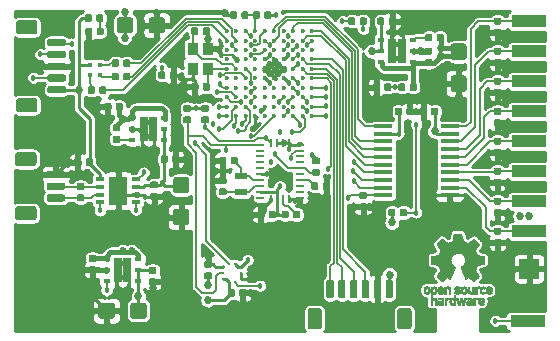
<source format=gtl>
G04 #@! TF.GenerationSoftware,KiCad,Pcbnew,(5.1.4-0-10_14)*
G04 #@! TF.CreationDate,2020-03-30T10:54:37+02:00*
G04 #@! TF.ProjectId,kapukiTRX-hw-trx,6b617075-6b69-4545-9258-2d68772d7472,rev?*
G04 #@! TF.SameCoordinates,Original*
G04 #@! TF.FileFunction,Copper,L1,Top*
G04 #@! TF.FilePolarity,Positive*
%FSLAX46Y46*%
G04 Gerber Fmt 4.6, Leading zero omitted, Abs format (unit mm)*
G04 Created by KiCad (PCBNEW (5.1.4-0-10_14)) date 2020-03-30 10:54:37*
%MOMM*%
%LPD*%
G04 APERTURE LIST*
%ADD10C,0.010000*%
%ADD11C,0.100000*%
%ADD12C,0.590000*%
%ADD13R,0.250000X0.275000*%
%ADD14R,0.275000X0.250000*%
%ADD15C,1.350000*%
%ADD16R,3.000000X1.000000*%
%ADD17C,0.360000*%
%ADD18R,1.100000X0.600000*%
%ADD19R,0.254000X0.675000*%
%ADD20R,0.675000X0.254000*%
%ADD21R,0.650000X0.350000*%
%ADD22R,1.550000X2.400000*%
%ADD23R,0.800000X1.050000*%
%ADD24R,0.630000X0.450000*%
%ADD25R,0.900000X1.100000*%
%ADD26R,0.457200X0.457200*%
%ADD27R,1.600000X0.300000*%
%ADD28C,0.600000*%
%ADD29C,1.200000*%
%ADD30R,1.700000X1.700000*%
%ADD31C,0.685800*%
%ADD32C,0.457200*%
%ADD33C,0.254000*%
%ADD34C,0.127000*%
%ADD35C,0.381000*%
G04 APERTURE END LIST*
D10*
G36*
X209723764Y-113545818D02*
G01*
X209780612Y-113847370D01*
X210200138Y-114020312D01*
X210451784Y-113849195D01*
X210522258Y-113801550D01*
X210585963Y-113759010D01*
X210639926Y-113723515D01*
X210681173Y-113697010D01*
X210706734Y-113681436D01*
X210713695Y-113678078D01*
X210726235Y-113686714D01*
X210753031Y-113710592D01*
X210791080Y-113746659D01*
X210837379Y-113791867D01*
X210888923Y-113843164D01*
X210942709Y-113897501D01*
X210995735Y-113951828D01*
X211044995Y-114003095D01*
X211087487Y-114048251D01*
X211120207Y-114084246D01*
X211140151Y-114108030D01*
X211144919Y-114115990D01*
X211138057Y-114130665D01*
X211118820Y-114162814D01*
X211089230Y-114209292D01*
X211051310Y-114266956D01*
X211007082Y-114332660D01*
X210981454Y-114370136D01*
X210934741Y-114438568D01*
X210893232Y-114500320D01*
X210858940Y-114552319D01*
X210833880Y-114591492D01*
X210820064Y-114614765D01*
X210817988Y-114619655D01*
X210822695Y-114633555D01*
X210835523Y-114665950D01*
X210854538Y-114712285D01*
X210877803Y-114768006D01*
X210903384Y-114828558D01*
X210929345Y-114889386D01*
X210953750Y-114945936D01*
X210974663Y-114993652D01*
X210990149Y-115027981D01*
X210998272Y-115044368D01*
X210998752Y-115045012D01*
X211011507Y-115048141D01*
X211045477Y-115055121D01*
X211097140Y-115065267D01*
X211162976Y-115077892D01*
X211239464Y-115092309D01*
X211284090Y-115100623D01*
X211365821Y-115116184D01*
X211439643Y-115130992D01*
X211501821Y-115144236D01*
X211548622Y-115155105D01*
X211576309Y-115162789D01*
X211581874Y-115165227D01*
X211587326Y-115181730D01*
X211591724Y-115219000D01*
X211595072Y-115272680D01*
X211597374Y-115338412D01*
X211598632Y-115411837D01*
X211598848Y-115488596D01*
X211598027Y-115564332D01*
X211596171Y-115634686D01*
X211593282Y-115695300D01*
X211589365Y-115741816D01*
X211584422Y-115769875D01*
X211581457Y-115775716D01*
X211563734Y-115782717D01*
X211526181Y-115792727D01*
X211473764Y-115804569D01*
X211411452Y-115817067D01*
X211389700Y-115821110D01*
X211284824Y-115840320D01*
X211201980Y-115855791D01*
X211138430Y-115868137D01*
X211091437Y-115877973D01*
X211058263Y-115885914D01*
X211036171Y-115892576D01*
X211022424Y-115898573D01*
X211014284Y-115904519D01*
X211013145Y-115905694D01*
X211001777Y-115924626D01*
X210984435Y-115961469D01*
X210962850Y-116011713D01*
X210938754Y-116070846D01*
X210913879Y-116134356D01*
X210889957Y-116197732D01*
X210868719Y-116256462D01*
X210851897Y-116306035D01*
X210841222Y-116341939D01*
X210838427Y-116359662D01*
X210838660Y-116360283D01*
X210848131Y-116374770D01*
X210869618Y-116406644D01*
X210900863Y-116452589D01*
X210939607Y-116509285D01*
X210983593Y-116573417D01*
X210996119Y-116591642D01*
X211040784Y-116657714D01*
X211080088Y-116718000D01*
X211111888Y-116769035D01*
X211134045Y-116807360D01*
X211144417Y-116829511D01*
X211144919Y-116832232D01*
X211136205Y-116846536D01*
X211112125Y-116874872D01*
X211075776Y-116914196D01*
X211030253Y-116961461D01*
X210978652Y-117013623D01*
X210924067Y-117067635D01*
X210869594Y-117120453D01*
X210818329Y-117169031D01*
X210773367Y-117210323D01*
X210737804Y-117241285D01*
X210714735Y-117258870D01*
X210708354Y-117261741D01*
X210693499Y-117254978D01*
X210663086Y-117236739D01*
X210622068Y-117210097D01*
X210590509Y-117188652D01*
X210533325Y-117149303D01*
X210465606Y-117102971D01*
X210397680Y-117056713D01*
X210361161Y-117031955D01*
X210237552Y-116948347D01*
X210133791Y-117004450D01*
X210086520Y-117029028D01*
X210046323Y-117048131D01*
X210019126Y-117059027D01*
X210012202Y-117060543D01*
X210003877Y-117049349D01*
X209987454Y-117017717D01*
X209964157Y-116968565D01*
X209935214Y-116904810D01*
X209901850Y-116829371D01*
X209865291Y-116745164D01*
X209826764Y-116655108D01*
X209787494Y-116562121D01*
X209748708Y-116469120D01*
X209711630Y-116379023D01*
X209677489Y-116294748D01*
X209647508Y-116219213D01*
X209622916Y-116155334D01*
X209604936Y-116106031D01*
X209594797Y-116074221D01*
X209593166Y-116063296D01*
X209606091Y-116049361D01*
X209634389Y-116026740D01*
X209672146Y-116000133D01*
X209675315Y-115998028D01*
X209772900Y-115919914D01*
X209851586Y-115828782D01*
X209910691Y-115727545D01*
X209949532Y-115619118D01*
X209967428Y-115506414D01*
X209963697Y-115392348D01*
X209937657Y-115279834D01*
X209888625Y-115171785D01*
X209874200Y-115148145D01*
X209799169Y-115052687D01*
X209710530Y-114976032D01*
X209611349Y-114918580D01*
X209504695Y-114880729D01*
X209393636Y-114862878D01*
X209281239Y-114865425D01*
X209170573Y-114888770D01*
X209064706Y-114933310D01*
X208966705Y-114999445D01*
X208936390Y-115026287D01*
X208859238Y-115110312D01*
X208803018Y-115198766D01*
X208764453Y-115297915D01*
X208742974Y-115396103D01*
X208737672Y-115506497D01*
X208755352Y-115617440D01*
X208794219Y-115725181D01*
X208852477Y-115825969D01*
X208928331Y-115916056D01*
X209019983Y-115991692D01*
X209032028Y-115999664D01*
X209070189Y-116025774D01*
X209099199Y-116048395D01*
X209113068Y-116062839D01*
X209113269Y-116063296D01*
X209110292Y-116078921D01*
X209098489Y-116114382D01*
X209079086Y-116166762D01*
X209053312Y-116233145D01*
X209022391Y-116310614D01*
X208987551Y-116396250D01*
X208950017Y-116487137D01*
X208911017Y-116580359D01*
X208871777Y-116672997D01*
X208833524Y-116762135D01*
X208797483Y-116844855D01*
X208764883Y-116918241D01*
X208736948Y-116979375D01*
X208714905Y-117025341D01*
X208699982Y-117053221D01*
X208693972Y-117060543D01*
X208675609Y-117054841D01*
X208641248Y-117039549D01*
X208596816Y-117017399D01*
X208572383Y-117004450D01*
X208468622Y-116948347D01*
X208345013Y-117031955D01*
X208281914Y-117074787D01*
X208212830Y-117121922D01*
X208148093Y-117166303D01*
X208115666Y-117188652D01*
X208070059Y-117219277D01*
X208031440Y-117243547D01*
X208004848Y-117258387D01*
X207996210Y-117261524D01*
X207983639Y-117253061D01*
X207955816Y-117229436D01*
X207915439Y-117193102D01*
X207865205Y-117146511D01*
X207807812Y-117092117D01*
X207771514Y-117057192D01*
X207708010Y-116994796D01*
X207653127Y-116938988D01*
X207609086Y-116892154D01*
X207578105Y-116856682D01*
X207562402Y-116834961D01*
X207560895Y-116830552D01*
X207567886Y-116813785D01*
X207587206Y-116779882D01*
X207616709Y-116732276D01*
X207654255Y-116674399D01*
X207697700Y-116609684D01*
X207710055Y-116591642D01*
X207755073Y-116526067D01*
X207795460Y-116467028D01*
X207828960Y-116417842D01*
X207853314Y-116381828D01*
X207866264Y-116362302D01*
X207867515Y-116360283D01*
X207865644Y-116344722D01*
X207855713Y-116310509D01*
X207839453Y-116262155D01*
X207818595Y-116204171D01*
X207794873Y-116141070D01*
X207770016Y-116077363D01*
X207745758Y-116017561D01*
X207723829Y-115966176D01*
X207705962Y-115927719D01*
X207693887Y-115906702D01*
X207693029Y-115905694D01*
X207685646Y-115899688D01*
X207673175Y-115893748D01*
X207652880Y-115887260D01*
X207622022Y-115879609D01*
X207577866Y-115870180D01*
X207517674Y-115858359D01*
X207438707Y-115843529D01*
X207338230Y-115825077D01*
X207316475Y-115821110D01*
X207251998Y-115808653D01*
X207195789Y-115796466D01*
X207152813Y-115785726D01*
X207128040Y-115777609D01*
X207124718Y-115775716D01*
X207119244Y-115758938D01*
X207114794Y-115721445D01*
X207111372Y-115667594D01*
X207108981Y-115601744D01*
X207107623Y-115528253D01*
X207107301Y-115451480D01*
X207108019Y-115375783D01*
X207109779Y-115305520D01*
X207112584Y-115245050D01*
X207116438Y-115198730D01*
X207121343Y-115170919D01*
X207124300Y-115165227D01*
X207140763Y-115159486D01*
X207178249Y-115150145D01*
X207233025Y-115138015D01*
X207301355Y-115123907D01*
X207379506Y-115108630D01*
X207422084Y-115100623D01*
X207502871Y-115085521D01*
X207574913Y-115071840D01*
X207634689Y-115060267D01*
X207678679Y-115051487D01*
X207703361Y-115046187D01*
X207707423Y-115045012D01*
X207714289Y-115031765D01*
X207728802Y-114999857D01*
X207749029Y-114953847D01*
X207773034Y-114898292D01*
X207798882Y-114837753D01*
X207824640Y-114776786D01*
X207848373Y-114719951D01*
X207868146Y-114671806D01*
X207882024Y-114636910D01*
X207888074Y-114619821D01*
X207888186Y-114619074D01*
X207881328Y-114605593D01*
X207862102Y-114574570D01*
X207832528Y-114529089D01*
X207794627Y-114472232D01*
X207750420Y-114407083D01*
X207724721Y-114369662D01*
X207677893Y-114301047D01*
X207636301Y-114238752D01*
X207601975Y-114185929D01*
X207576943Y-114145727D01*
X207563235Y-114121300D01*
X207561256Y-114115824D01*
X207569766Y-114103078D01*
X207593293Y-114075863D01*
X207628832Y-114037228D01*
X207673377Y-113990223D01*
X207723923Y-113937895D01*
X207777464Y-113883295D01*
X207830995Y-113829470D01*
X207881511Y-113779470D01*
X207926006Y-113736343D01*
X207961475Y-113703139D01*
X207984913Y-113682906D01*
X207992754Y-113678078D01*
X208005520Y-113684867D01*
X208036056Y-113703942D01*
X208081390Y-113733361D01*
X208138556Y-113771181D01*
X208204584Y-113815461D01*
X208254390Y-113849195D01*
X208506036Y-114020312D01*
X208715799Y-113933841D01*
X208925563Y-113847370D01*
X208982411Y-113545818D01*
X209039260Y-113244266D01*
X209666915Y-113244266D01*
X209723764Y-113545818D01*
X209723764Y-113545818D01*
G37*
X209723764Y-113545818D02*
X209780612Y-113847370D01*
X210200138Y-114020312D01*
X210451784Y-113849195D01*
X210522258Y-113801550D01*
X210585963Y-113759010D01*
X210639926Y-113723515D01*
X210681173Y-113697010D01*
X210706734Y-113681436D01*
X210713695Y-113678078D01*
X210726235Y-113686714D01*
X210753031Y-113710592D01*
X210791080Y-113746659D01*
X210837379Y-113791867D01*
X210888923Y-113843164D01*
X210942709Y-113897501D01*
X210995735Y-113951828D01*
X211044995Y-114003095D01*
X211087487Y-114048251D01*
X211120207Y-114084246D01*
X211140151Y-114108030D01*
X211144919Y-114115990D01*
X211138057Y-114130665D01*
X211118820Y-114162814D01*
X211089230Y-114209292D01*
X211051310Y-114266956D01*
X211007082Y-114332660D01*
X210981454Y-114370136D01*
X210934741Y-114438568D01*
X210893232Y-114500320D01*
X210858940Y-114552319D01*
X210833880Y-114591492D01*
X210820064Y-114614765D01*
X210817988Y-114619655D01*
X210822695Y-114633555D01*
X210835523Y-114665950D01*
X210854538Y-114712285D01*
X210877803Y-114768006D01*
X210903384Y-114828558D01*
X210929345Y-114889386D01*
X210953750Y-114945936D01*
X210974663Y-114993652D01*
X210990149Y-115027981D01*
X210998272Y-115044368D01*
X210998752Y-115045012D01*
X211011507Y-115048141D01*
X211045477Y-115055121D01*
X211097140Y-115065267D01*
X211162976Y-115077892D01*
X211239464Y-115092309D01*
X211284090Y-115100623D01*
X211365821Y-115116184D01*
X211439643Y-115130992D01*
X211501821Y-115144236D01*
X211548622Y-115155105D01*
X211576309Y-115162789D01*
X211581874Y-115165227D01*
X211587326Y-115181730D01*
X211591724Y-115219000D01*
X211595072Y-115272680D01*
X211597374Y-115338412D01*
X211598632Y-115411837D01*
X211598848Y-115488596D01*
X211598027Y-115564332D01*
X211596171Y-115634686D01*
X211593282Y-115695300D01*
X211589365Y-115741816D01*
X211584422Y-115769875D01*
X211581457Y-115775716D01*
X211563734Y-115782717D01*
X211526181Y-115792727D01*
X211473764Y-115804569D01*
X211411452Y-115817067D01*
X211389700Y-115821110D01*
X211284824Y-115840320D01*
X211201980Y-115855791D01*
X211138430Y-115868137D01*
X211091437Y-115877973D01*
X211058263Y-115885914D01*
X211036171Y-115892576D01*
X211022424Y-115898573D01*
X211014284Y-115904519D01*
X211013145Y-115905694D01*
X211001777Y-115924626D01*
X210984435Y-115961469D01*
X210962850Y-116011713D01*
X210938754Y-116070846D01*
X210913879Y-116134356D01*
X210889957Y-116197732D01*
X210868719Y-116256462D01*
X210851897Y-116306035D01*
X210841222Y-116341939D01*
X210838427Y-116359662D01*
X210838660Y-116360283D01*
X210848131Y-116374770D01*
X210869618Y-116406644D01*
X210900863Y-116452589D01*
X210939607Y-116509285D01*
X210983593Y-116573417D01*
X210996119Y-116591642D01*
X211040784Y-116657714D01*
X211080088Y-116718000D01*
X211111888Y-116769035D01*
X211134045Y-116807360D01*
X211144417Y-116829511D01*
X211144919Y-116832232D01*
X211136205Y-116846536D01*
X211112125Y-116874872D01*
X211075776Y-116914196D01*
X211030253Y-116961461D01*
X210978652Y-117013623D01*
X210924067Y-117067635D01*
X210869594Y-117120453D01*
X210818329Y-117169031D01*
X210773367Y-117210323D01*
X210737804Y-117241285D01*
X210714735Y-117258870D01*
X210708354Y-117261741D01*
X210693499Y-117254978D01*
X210663086Y-117236739D01*
X210622068Y-117210097D01*
X210590509Y-117188652D01*
X210533325Y-117149303D01*
X210465606Y-117102971D01*
X210397680Y-117056713D01*
X210361161Y-117031955D01*
X210237552Y-116948347D01*
X210133791Y-117004450D01*
X210086520Y-117029028D01*
X210046323Y-117048131D01*
X210019126Y-117059027D01*
X210012202Y-117060543D01*
X210003877Y-117049349D01*
X209987454Y-117017717D01*
X209964157Y-116968565D01*
X209935214Y-116904810D01*
X209901850Y-116829371D01*
X209865291Y-116745164D01*
X209826764Y-116655108D01*
X209787494Y-116562121D01*
X209748708Y-116469120D01*
X209711630Y-116379023D01*
X209677489Y-116294748D01*
X209647508Y-116219213D01*
X209622916Y-116155334D01*
X209604936Y-116106031D01*
X209594797Y-116074221D01*
X209593166Y-116063296D01*
X209606091Y-116049361D01*
X209634389Y-116026740D01*
X209672146Y-116000133D01*
X209675315Y-115998028D01*
X209772900Y-115919914D01*
X209851586Y-115828782D01*
X209910691Y-115727545D01*
X209949532Y-115619118D01*
X209967428Y-115506414D01*
X209963697Y-115392348D01*
X209937657Y-115279834D01*
X209888625Y-115171785D01*
X209874200Y-115148145D01*
X209799169Y-115052687D01*
X209710530Y-114976032D01*
X209611349Y-114918580D01*
X209504695Y-114880729D01*
X209393636Y-114862878D01*
X209281239Y-114865425D01*
X209170573Y-114888770D01*
X209064706Y-114933310D01*
X208966705Y-114999445D01*
X208936390Y-115026287D01*
X208859238Y-115110312D01*
X208803018Y-115198766D01*
X208764453Y-115297915D01*
X208742974Y-115396103D01*
X208737672Y-115506497D01*
X208755352Y-115617440D01*
X208794219Y-115725181D01*
X208852477Y-115825969D01*
X208928331Y-115916056D01*
X209019983Y-115991692D01*
X209032028Y-115999664D01*
X209070189Y-116025774D01*
X209099199Y-116048395D01*
X209113068Y-116062839D01*
X209113269Y-116063296D01*
X209110292Y-116078921D01*
X209098489Y-116114382D01*
X209079086Y-116166762D01*
X209053312Y-116233145D01*
X209022391Y-116310614D01*
X208987551Y-116396250D01*
X208950017Y-116487137D01*
X208911017Y-116580359D01*
X208871777Y-116672997D01*
X208833524Y-116762135D01*
X208797483Y-116844855D01*
X208764883Y-116918241D01*
X208736948Y-116979375D01*
X208714905Y-117025341D01*
X208699982Y-117053221D01*
X208693972Y-117060543D01*
X208675609Y-117054841D01*
X208641248Y-117039549D01*
X208596816Y-117017399D01*
X208572383Y-117004450D01*
X208468622Y-116948347D01*
X208345013Y-117031955D01*
X208281914Y-117074787D01*
X208212830Y-117121922D01*
X208148093Y-117166303D01*
X208115666Y-117188652D01*
X208070059Y-117219277D01*
X208031440Y-117243547D01*
X208004848Y-117258387D01*
X207996210Y-117261524D01*
X207983639Y-117253061D01*
X207955816Y-117229436D01*
X207915439Y-117193102D01*
X207865205Y-117146511D01*
X207807812Y-117092117D01*
X207771514Y-117057192D01*
X207708010Y-116994796D01*
X207653127Y-116938988D01*
X207609086Y-116892154D01*
X207578105Y-116856682D01*
X207562402Y-116834961D01*
X207560895Y-116830552D01*
X207567886Y-116813785D01*
X207587206Y-116779882D01*
X207616709Y-116732276D01*
X207654255Y-116674399D01*
X207697700Y-116609684D01*
X207710055Y-116591642D01*
X207755073Y-116526067D01*
X207795460Y-116467028D01*
X207828960Y-116417842D01*
X207853314Y-116381828D01*
X207866264Y-116362302D01*
X207867515Y-116360283D01*
X207865644Y-116344722D01*
X207855713Y-116310509D01*
X207839453Y-116262155D01*
X207818595Y-116204171D01*
X207794873Y-116141070D01*
X207770016Y-116077363D01*
X207745758Y-116017561D01*
X207723829Y-115966176D01*
X207705962Y-115927719D01*
X207693887Y-115906702D01*
X207693029Y-115905694D01*
X207685646Y-115899688D01*
X207673175Y-115893748D01*
X207652880Y-115887260D01*
X207622022Y-115879609D01*
X207577866Y-115870180D01*
X207517674Y-115858359D01*
X207438707Y-115843529D01*
X207338230Y-115825077D01*
X207316475Y-115821110D01*
X207251998Y-115808653D01*
X207195789Y-115796466D01*
X207152813Y-115785726D01*
X207128040Y-115777609D01*
X207124718Y-115775716D01*
X207119244Y-115758938D01*
X207114794Y-115721445D01*
X207111372Y-115667594D01*
X207108981Y-115601744D01*
X207107623Y-115528253D01*
X207107301Y-115451480D01*
X207108019Y-115375783D01*
X207109779Y-115305520D01*
X207112584Y-115245050D01*
X207116438Y-115198730D01*
X207121343Y-115170919D01*
X207124300Y-115165227D01*
X207140763Y-115159486D01*
X207178249Y-115150145D01*
X207233025Y-115138015D01*
X207301355Y-115123907D01*
X207379506Y-115108630D01*
X207422084Y-115100623D01*
X207502871Y-115085521D01*
X207574913Y-115071840D01*
X207634689Y-115060267D01*
X207678679Y-115051487D01*
X207703361Y-115046187D01*
X207707423Y-115045012D01*
X207714289Y-115031765D01*
X207728802Y-114999857D01*
X207749029Y-114953847D01*
X207773034Y-114898292D01*
X207798882Y-114837753D01*
X207824640Y-114776786D01*
X207848373Y-114719951D01*
X207868146Y-114671806D01*
X207882024Y-114636910D01*
X207888074Y-114619821D01*
X207888186Y-114619074D01*
X207881328Y-114605593D01*
X207862102Y-114574570D01*
X207832528Y-114529089D01*
X207794627Y-114472232D01*
X207750420Y-114407083D01*
X207724721Y-114369662D01*
X207677893Y-114301047D01*
X207636301Y-114238752D01*
X207601975Y-114185929D01*
X207576943Y-114145727D01*
X207563235Y-114121300D01*
X207561256Y-114115824D01*
X207569766Y-114103078D01*
X207593293Y-114075863D01*
X207628832Y-114037228D01*
X207673377Y-113990223D01*
X207723923Y-113937895D01*
X207777464Y-113883295D01*
X207830995Y-113829470D01*
X207881511Y-113779470D01*
X207926006Y-113736343D01*
X207961475Y-113703139D01*
X207984913Y-113682906D01*
X207992754Y-113678078D01*
X208005520Y-113684867D01*
X208036056Y-113703942D01*
X208081390Y-113733361D01*
X208138556Y-113771181D01*
X208204584Y-113815461D01*
X208254390Y-113849195D01*
X208506036Y-114020312D01*
X208715799Y-113933841D01*
X208925563Y-113847370D01*
X208982411Y-113545818D01*
X209039260Y-113244266D01*
X209666915Y-113244266D01*
X209723764Y-113545818D01*
G36*
X211146260Y-117713830D02*
G01*
X211189511Y-117727045D01*
X211217358Y-117743741D01*
X211226429Y-117756945D01*
X211223932Y-117772597D01*
X211207731Y-117797185D01*
X211194032Y-117814600D01*
X211165792Y-117846083D01*
X211144575Y-117859329D01*
X211126488Y-117858464D01*
X211072835Y-117844810D01*
X211033430Y-117845430D01*
X211001432Y-117860904D01*
X210990690Y-117869961D01*
X210956305Y-117901827D01*
X210956305Y-118317979D01*
X210817988Y-118317979D01*
X210817988Y-117714414D01*
X210887147Y-117714414D01*
X210928669Y-117716056D01*
X210950091Y-117721887D01*
X210956302Y-117733261D01*
X210956305Y-117733598D01*
X210959239Y-117745513D01*
X210972504Y-117743959D01*
X210990884Y-117735363D01*
X211028846Y-117719368D01*
X211059672Y-117709745D01*
X211099336Y-117707278D01*
X211146260Y-117713830D01*
X211146260Y-117713830D01*
G37*
X211146260Y-117713830D02*
X211189511Y-117727045D01*
X211217358Y-117743741D01*
X211226429Y-117756945D01*
X211223932Y-117772597D01*
X211207731Y-117797185D01*
X211194032Y-117814600D01*
X211165792Y-117846083D01*
X211144575Y-117859329D01*
X211126488Y-117858464D01*
X211072835Y-117844810D01*
X211033430Y-117845430D01*
X211001432Y-117860904D01*
X210990690Y-117869961D01*
X210956305Y-117901827D01*
X210956305Y-118317979D01*
X210817988Y-118317979D01*
X210817988Y-117714414D01*
X210887147Y-117714414D01*
X210928669Y-117716056D01*
X210950091Y-117721887D01*
X210956302Y-117733261D01*
X210956305Y-117733598D01*
X210959239Y-117745513D01*
X210972504Y-117743959D01*
X210990884Y-117735363D01*
X211028846Y-117719368D01*
X211059672Y-117709745D01*
X211099336Y-117707278D01*
X211146260Y-117713830D01*
G36*
X208592788Y-117724802D02*
G01*
X208624083Y-117739750D01*
X208654391Y-117761341D01*
X208677482Y-117786191D01*
X208694300Y-117817887D01*
X208705794Y-117860014D01*
X208712909Y-117916158D01*
X208716593Y-117989906D01*
X208717792Y-118084844D01*
X208717811Y-118094785D01*
X208718087Y-118317979D01*
X208579770Y-118317979D01*
X208579770Y-118112218D01*
X208579672Y-118035989D01*
X208578991Y-117980739D01*
X208577149Y-117942301D01*
X208573567Y-117916506D01*
X208567668Y-117899184D01*
X208558873Y-117886168D01*
X208546620Y-117873307D01*
X208503753Y-117845673D01*
X208456957Y-117840545D01*
X208412376Y-117858017D01*
X208396872Y-117871021D01*
X208385490Y-117883247D01*
X208377319Y-117896340D01*
X208371826Y-117914415D01*
X208368480Y-117941587D01*
X208366749Y-117981970D01*
X208366103Y-118039679D01*
X208366008Y-118109932D01*
X208366008Y-118317979D01*
X208227691Y-118317979D01*
X208227691Y-117714414D01*
X208296850Y-117714414D01*
X208338372Y-117716056D01*
X208359794Y-117721887D01*
X208366005Y-117733261D01*
X208366008Y-117733598D01*
X208368890Y-117744738D01*
X208381601Y-117743474D01*
X208406874Y-117731234D01*
X208464195Y-117713224D01*
X208529763Y-117711221D01*
X208592788Y-117724802D01*
X208592788Y-117724802D01*
G37*
X208592788Y-117724802D02*
X208624083Y-117739750D01*
X208654391Y-117761341D01*
X208677482Y-117786191D01*
X208694300Y-117817887D01*
X208705794Y-117860014D01*
X208712909Y-117916158D01*
X208716593Y-117989906D01*
X208717792Y-118084844D01*
X208717811Y-118094785D01*
X208718087Y-118317979D01*
X208579770Y-118317979D01*
X208579770Y-118112218D01*
X208579672Y-118035989D01*
X208578991Y-117980739D01*
X208577149Y-117942301D01*
X208573567Y-117916506D01*
X208567668Y-117899184D01*
X208558873Y-117886168D01*
X208546620Y-117873307D01*
X208503753Y-117845673D01*
X208456957Y-117840545D01*
X208412376Y-117858017D01*
X208396872Y-117871021D01*
X208385490Y-117883247D01*
X208377319Y-117896340D01*
X208371826Y-117914415D01*
X208368480Y-117941587D01*
X208366749Y-117981970D01*
X208366103Y-118039679D01*
X208366008Y-118109932D01*
X208366008Y-118317979D01*
X208227691Y-118317979D01*
X208227691Y-117714414D01*
X208296850Y-117714414D01*
X208338372Y-117716056D01*
X208359794Y-117721887D01*
X208366005Y-117733261D01*
X208366008Y-117733598D01*
X208368890Y-117744738D01*
X208381601Y-117743474D01*
X208406874Y-117731234D01*
X208464195Y-117713224D01*
X208529763Y-117711221D01*
X208592788Y-117724802D01*
G36*
X212024698Y-117712257D02*
G01*
X212056896Y-117720079D01*
X212118625Y-117748721D01*
X212171410Y-117792467D01*
X212207941Y-117844917D01*
X212212960Y-117856693D01*
X212219845Y-117887540D01*
X212224664Y-117933171D01*
X212226305Y-117979292D01*
X212226305Y-118066493D01*
X212043978Y-118066493D01*
X211968779Y-118066778D01*
X211915803Y-118068504D01*
X211882125Y-118072981D01*
X211864820Y-118081520D01*
X211860963Y-118095430D01*
X211867629Y-118116022D01*
X211879570Y-118140115D01*
X211912880Y-118180325D01*
X211959168Y-118200358D01*
X212015744Y-118199705D01*
X212079831Y-118177901D01*
X212135217Y-118150993D01*
X212181175Y-118187332D01*
X212227133Y-118223672D01*
X212183896Y-118263619D01*
X212126174Y-118301363D01*
X212055186Y-118324120D01*
X211978829Y-118330488D01*
X211904999Y-118319068D01*
X211893087Y-118315193D01*
X211828199Y-118281306D01*
X211779930Y-118230786D01*
X211747265Y-118162125D01*
X211729185Y-118073814D01*
X211728975Y-118071921D01*
X211727356Y-117975678D01*
X211733900Y-117941342D01*
X211861652Y-117941342D01*
X211873384Y-117946622D01*
X211905238Y-117950667D01*
X211952197Y-117952976D01*
X211981954Y-117953325D01*
X212037448Y-117953106D01*
X212072146Y-117951716D01*
X212090401Y-117948051D01*
X212096566Y-117941010D01*
X212094995Y-117929490D01*
X212093678Y-117925033D01*
X212071182Y-117883155D01*
X212035803Y-117849404D01*
X212004580Y-117834573D01*
X211963101Y-117835468D01*
X211921069Y-117853964D01*
X211885812Y-117884586D01*
X211864654Y-117921862D01*
X211861652Y-117941342D01*
X211733900Y-117941342D01*
X211743490Y-117891029D01*
X211775498Y-117819991D01*
X211821501Y-117764579D01*
X211879621Y-117726809D01*
X211947980Y-117708696D01*
X212024698Y-117712257D01*
X212024698Y-117712257D01*
G37*
X212024698Y-117712257D02*
X212056896Y-117720079D01*
X212118625Y-117748721D01*
X212171410Y-117792467D01*
X212207941Y-117844917D01*
X212212960Y-117856693D01*
X212219845Y-117887540D01*
X212224664Y-117933171D01*
X212226305Y-117979292D01*
X212226305Y-118066493D01*
X212043978Y-118066493D01*
X211968779Y-118066778D01*
X211915803Y-118068504D01*
X211882125Y-118072981D01*
X211864820Y-118081520D01*
X211860963Y-118095430D01*
X211867629Y-118116022D01*
X211879570Y-118140115D01*
X211912880Y-118180325D01*
X211959168Y-118200358D01*
X212015744Y-118199705D01*
X212079831Y-118177901D01*
X212135217Y-118150993D01*
X212181175Y-118187332D01*
X212227133Y-118223672D01*
X212183896Y-118263619D01*
X212126174Y-118301363D01*
X212055186Y-118324120D01*
X211978829Y-118330488D01*
X211904999Y-118319068D01*
X211893087Y-118315193D01*
X211828199Y-118281306D01*
X211779930Y-118230786D01*
X211747265Y-118162125D01*
X211729185Y-118073814D01*
X211728975Y-118071921D01*
X211727356Y-117975678D01*
X211733900Y-117941342D01*
X211861652Y-117941342D01*
X211873384Y-117946622D01*
X211905238Y-117950667D01*
X211952197Y-117952976D01*
X211981954Y-117953325D01*
X212037448Y-117953106D01*
X212072146Y-117951716D01*
X212090401Y-117948051D01*
X212096566Y-117941010D01*
X212094995Y-117929490D01*
X212093678Y-117925033D01*
X212071182Y-117883155D01*
X212035803Y-117849404D01*
X212004580Y-117834573D01*
X211963101Y-117835468D01*
X211921069Y-117853964D01*
X211885812Y-117884586D01*
X211864654Y-117921862D01*
X211861652Y-117941342D01*
X211733900Y-117941342D01*
X211743490Y-117891029D01*
X211775498Y-117819991D01*
X211821501Y-117764579D01*
X211879621Y-117726809D01*
X211947980Y-117708696D01*
X212024698Y-117712257D01*
G36*
X211564026Y-117719680D02*
G01*
X211636880Y-117750630D01*
X211659827Y-117765695D01*
X211689154Y-117788848D01*
X211707564Y-117807053D01*
X211710761Y-117812983D01*
X211701735Y-117826140D01*
X211678637Y-117848467D01*
X211660144Y-117864050D01*
X211609528Y-117904726D01*
X211569560Y-117871095D01*
X211538674Y-117849384D01*
X211508559Y-117841890D01*
X211474092Y-117843720D01*
X211419361Y-117857328D01*
X211381686Y-117885572D01*
X211358791Y-117931233D01*
X211348397Y-117997089D01*
X211348395Y-117997131D01*
X211349294Y-118070739D01*
X211363263Y-118124746D01*
X211391128Y-118161516D01*
X211410125Y-118173968D01*
X211460576Y-118189473D01*
X211514463Y-118189483D01*
X211561346Y-118174438D01*
X211572444Y-118167087D01*
X211600276Y-118148311D01*
X211622036Y-118145234D01*
X211645504Y-118159209D01*
X211671449Y-118184310D01*
X211712516Y-118226680D01*
X211666921Y-118264264D01*
X211596474Y-118306682D01*
X211517033Y-118327585D01*
X211434015Y-118326072D01*
X211379494Y-118312211D01*
X211315770Y-118277935D01*
X211264805Y-118224012D01*
X211241651Y-118185949D01*
X211222899Y-118131336D01*
X211213515Y-118062169D01*
X211213443Y-117987207D01*
X211222624Y-117915209D01*
X211240999Y-117854937D01*
X211243893Y-117848758D01*
X211286752Y-117788151D01*
X211344779Y-117744024D01*
X211413391Y-117717293D01*
X211488001Y-117708873D01*
X211564026Y-117719680D01*
X211564026Y-117719680D01*
G37*
X211564026Y-117719680D02*
X211636880Y-117750630D01*
X211659827Y-117765695D01*
X211689154Y-117788848D01*
X211707564Y-117807053D01*
X211710761Y-117812983D01*
X211701735Y-117826140D01*
X211678637Y-117848467D01*
X211660144Y-117864050D01*
X211609528Y-117904726D01*
X211569560Y-117871095D01*
X211538674Y-117849384D01*
X211508559Y-117841890D01*
X211474092Y-117843720D01*
X211419361Y-117857328D01*
X211381686Y-117885572D01*
X211358791Y-117931233D01*
X211348397Y-117997089D01*
X211348395Y-117997131D01*
X211349294Y-118070739D01*
X211363263Y-118124746D01*
X211391128Y-118161516D01*
X211410125Y-118173968D01*
X211460576Y-118189473D01*
X211514463Y-118189483D01*
X211561346Y-118174438D01*
X211572444Y-118167087D01*
X211600276Y-118148311D01*
X211622036Y-118145234D01*
X211645504Y-118159209D01*
X211671449Y-118184310D01*
X211712516Y-118226680D01*
X211666921Y-118264264D01*
X211596474Y-118306682D01*
X211517033Y-118327585D01*
X211434015Y-118326072D01*
X211379494Y-118312211D01*
X211315770Y-118277935D01*
X211264805Y-118224012D01*
X211241651Y-118185949D01*
X211222899Y-118131336D01*
X211213515Y-118062169D01*
X211213443Y-117987207D01*
X211222624Y-117915209D01*
X211240999Y-117854937D01*
X211243893Y-117848758D01*
X211286752Y-117788151D01*
X211344779Y-117744024D01*
X211413391Y-117717293D01*
X211488001Y-117708873D01*
X211564026Y-117719680D01*
G36*
X210340167Y-117910142D02*
G01*
X210341355Y-118002363D01*
X210345697Y-118072410D01*
X210354358Y-118123181D01*
X210368504Y-118157572D01*
X210389300Y-118178479D01*
X210417910Y-118188800D01*
X210453335Y-118191436D01*
X210490436Y-118188482D01*
X210518618Y-118177689D01*
X210539043Y-118156160D01*
X210552879Y-118120999D01*
X210561291Y-118069310D01*
X210565443Y-117998194D01*
X210566503Y-117910142D01*
X210566503Y-117714414D01*
X210704820Y-117714414D01*
X210704820Y-118317979D01*
X210635662Y-118317979D01*
X210593970Y-118316289D01*
X210572501Y-118310356D01*
X210566503Y-118299093D01*
X210562891Y-118289061D01*
X210548514Y-118291183D01*
X210519536Y-118305380D01*
X210453119Y-118327280D01*
X210382675Y-118325728D01*
X210315177Y-118301947D01*
X210283033Y-118283162D01*
X210258515Y-118262822D01*
X210240604Y-118237373D01*
X210228279Y-118203258D01*
X210220523Y-118156921D01*
X210216316Y-118094807D01*
X210214640Y-118013361D01*
X210214424Y-117950378D01*
X210214424Y-117714414D01*
X210340167Y-117714414D01*
X210340167Y-117910142D01*
X210340167Y-117910142D01*
G37*
X210340167Y-117910142D02*
X210341355Y-118002363D01*
X210345697Y-118072410D01*
X210354358Y-118123181D01*
X210368504Y-118157572D01*
X210389300Y-118178479D01*
X210417910Y-118188800D01*
X210453335Y-118191436D01*
X210490436Y-118188482D01*
X210518618Y-118177689D01*
X210539043Y-118156160D01*
X210552879Y-118120999D01*
X210561291Y-118069310D01*
X210565443Y-117998194D01*
X210566503Y-117910142D01*
X210566503Y-117714414D01*
X210704820Y-117714414D01*
X210704820Y-118317979D01*
X210635662Y-118317979D01*
X210593970Y-118316289D01*
X210572501Y-118310356D01*
X210566503Y-118299093D01*
X210562891Y-118289061D01*
X210548514Y-118291183D01*
X210519536Y-118305380D01*
X210453119Y-118327280D01*
X210382675Y-118325728D01*
X210315177Y-118301947D01*
X210283033Y-118283162D01*
X210258515Y-118262822D01*
X210240604Y-118237373D01*
X210228279Y-118203258D01*
X210220523Y-118156921D01*
X210216316Y-118094807D01*
X210214640Y-118013361D01*
X210214424Y-117950378D01*
X210214424Y-117714414D01*
X210340167Y-117714414D01*
X210340167Y-117910142D01*
G36*
X209957562Y-117721855D02*
G01*
X210021163Y-117756492D01*
X210070923Y-117811172D01*
X210094368Y-117855642D01*
X210104434Y-117894921D01*
X210110956Y-117950916D01*
X210113751Y-118015421D01*
X210112636Y-118080229D01*
X210107426Y-118137134D01*
X210101341Y-118167527D01*
X210080814Y-118209106D01*
X210045263Y-118253268D01*
X210002419Y-118291887D01*
X209960011Y-118316834D01*
X209958977Y-118317230D01*
X209906353Y-118328131D01*
X209843988Y-118328401D01*
X209784724Y-118318476D01*
X209761840Y-118310522D01*
X209702902Y-118277100D01*
X209660690Y-118233311D01*
X209632956Y-118175338D01*
X209617451Y-118099365D01*
X209613943Y-118059571D01*
X209614390Y-118009566D01*
X209749176Y-118009566D01*
X209753717Y-118082532D01*
X209766786Y-118138134D01*
X209787556Y-118173661D01*
X209802352Y-118183820D01*
X209840264Y-118190904D01*
X209885327Y-118188807D01*
X209924287Y-118178612D01*
X209934504Y-118173004D01*
X209961459Y-118140338D01*
X209979251Y-118090345D01*
X209986824Y-118029505D01*
X209983125Y-117964297D01*
X209974857Y-117925053D01*
X209951120Y-117879605D01*
X209913649Y-117851196D01*
X209868520Y-117841373D01*
X209821811Y-117851687D01*
X209785932Y-117876912D01*
X209767077Y-117897725D01*
X209756072Y-117918239D01*
X209750826Y-117946003D01*
X209749249Y-117988562D01*
X209749176Y-118009566D01*
X209614390Y-118009566D01*
X209614894Y-117953380D01*
X209632188Y-117866301D01*
X209665829Y-117798330D01*
X209715818Y-117749464D01*
X209782156Y-117719699D01*
X209796401Y-117716248D01*
X209882010Y-117708145D01*
X209957562Y-117721855D01*
X209957562Y-117721855D01*
G37*
X209957562Y-117721855D02*
X210021163Y-117756492D01*
X210070923Y-117811172D01*
X210094368Y-117855642D01*
X210104434Y-117894921D01*
X210110956Y-117950916D01*
X210113751Y-118015421D01*
X210112636Y-118080229D01*
X210107426Y-118137134D01*
X210101341Y-118167527D01*
X210080814Y-118209106D01*
X210045263Y-118253268D01*
X210002419Y-118291887D01*
X209960011Y-118316834D01*
X209958977Y-118317230D01*
X209906353Y-118328131D01*
X209843988Y-118328401D01*
X209784724Y-118318476D01*
X209761840Y-118310522D01*
X209702902Y-118277100D01*
X209660690Y-118233311D01*
X209632956Y-118175338D01*
X209617451Y-118099365D01*
X209613943Y-118059571D01*
X209614390Y-118009566D01*
X209749176Y-118009566D01*
X209753717Y-118082532D01*
X209766786Y-118138134D01*
X209787556Y-118173661D01*
X209802352Y-118183820D01*
X209840264Y-118190904D01*
X209885327Y-118188807D01*
X209924287Y-118178612D01*
X209934504Y-118173004D01*
X209961459Y-118140338D01*
X209979251Y-118090345D01*
X209986824Y-118029505D01*
X209983125Y-117964297D01*
X209974857Y-117925053D01*
X209951120Y-117879605D01*
X209913649Y-117851196D01*
X209868520Y-117841373D01*
X209821811Y-117851687D01*
X209785932Y-117876912D01*
X209767077Y-117897725D01*
X209756072Y-117918239D01*
X209750826Y-117946003D01*
X209749249Y-117988562D01*
X209749176Y-118009566D01*
X209614390Y-118009566D01*
X209614894Y-117953380D01*
X209632188Y-117866301D01*
X209665829Y-117798330D01*
X209715818Y-117749464D01*
X209782156Y-117719699D01*
X209796401Y-117716248D01*
X209882010Y-117708145D01*
X209957562Y-117721855D01*
G36*
X209360817Y-117712252D02*
G01*
X209408434Y-117721282D01*
X209457834Y-117740170D01*
X209463112Y-117742577D01*
X209500574Y-117762276D01*
X209526517Y-117780581D01*
X209534903Y-117792308D01*
X209526917Y-117811432D01*
X209507520Y-117839650D01*
X209498910Y-117850184D01*
X209463428Y-117891647D01*
X209417685Y-117864658D01*
X209374150Y-117846678D01*
X209323850Y-117837067D01*
X209275612Y-117836460D01*
X209238267Y-117845491D01*
X209229305Y-117851127D01*
X209212237Y-117876971D01*
X209210163Y-117906741D01*
X209222934Y-117929997D01*
X209230488Y-117934508D01*
X209253125Y-117940109D01*
X209292915Y-117946692D01*
X209341966Y-117952983D01*
X209351015Y-117953970D01*
X209429796Y-117967598D01*
X209486936Y-117990746D01*
X209524830Y-118025552D01*
X209545879Y-118074154D01*
X209552435Y-118133518D01*
X209543377Y-118200998D01*
X209513964Y-118253988D01*
X209464078Y-118292583D01*
X209393600Y-118316881D01*
X209315365Y-118326467D01*
X209251566Y-118326352D01*
X209199816Y-118317645D01*
X209164473Y-118305625D01*
X209119817Y-118284680D01*
X209078547Y-118260374D01*
X209063879Y-118249676D01*
X209026157Y-118218884D01*
X209071652Y-118172849D01*
X209117147Y-118126813D01*
X209168872Y-118161043D01*
X209220752Y-118186752D01*
X209276151Y-118200199D01*
X209329405Y-118201618D01*
X209374849Y-118191243D01*
X209406816Y-118169307D01*
X209417138Y-118150798D01*
X209415589Y-118121114D01*
X209389940Y-118098415D01*
X209340260Y-118082740D01*
X209285831Y-118075495D01*
X209202064Y-118061673D01*
X209139833Y-118035596D01*
X209098307Y-117996499D01*
X209076653Y-117943620D01*
X209073653Y-117880926D01*
X209088471Y-117815442D01*
X209122254Y-117765944D01*
X209175305Y-117732208D01*
X209247926Y-117714007D01*
X209301728Y-117710439D01*
X209360817Y-117712252D01*
X209360817Y-117712252D01*
G37*
X209360817Y-117712252D02*
X209408434Y-117721282D01*
X209457834Y-117740170D01*
X209463112Y-117742577D01*
X209500574Y-117762276D01*
X209526517Y-117780581D01*
X209534903Y-117792308D01*
X209526917Y-117811432D01*
X209507520Y-117839650D01*
X209498910Y-117850184D01*
X209463428Y-117891647D01*
X209417685Y-117864658D01*
X209374150Y-117846678D01*
X209323850Y-117837067D01*
X209275612Y-117836460D01*
X209238267Y-117845491D01*
X209229305Y-117851127D01*
X209212237Y-117876971D01*
X209210163Y-117906741D01*
X209222934Y-117929997D01*
X209230488Y-117934508D01*
X209253125Y-117940109D01*
X209292915Y-117946692D01*
X209341966Y-117952983D01*
X209351015Y-117953970D01*
X209429796Y-117967598D01*
X209486936Y-117990746D01*
X209524830Y-118025552D01*
X209545879Y-118074154D01*
X209552435Y-118133518D01*
X209543377Y-118200998D01*
X209513964Y-118253988D01*
X209464078Y-118292583D01*
X209393600Y-118316881D01*
X209315365Y-118326467D01*
X209251566Y-118326352D01*
X209199816Y-118317645D01*
X209164473Y-118305625D01*
X209119817Y-118284680D01*
X209078547Y-118260374D01*
X209063879Y-118249676D01*
X209026157Y-118218884D01*
X209071652Y-118172849D01*
X209117147Y-118126813D01*
X209168872Y-118161043D01*
X209220752Y-118186752D01*
X209276151Y-118200199D01*
X209329405Y-118201618D01*
X209374849Y-118191243D01*
X209406816Y-118169307D01*
X209417138Y-118150798D01*
X209415589Y-118121114D01*
X209389940Y-118098415D01*
X209340260Y-118082740D01*
X209285831Y-118075495D01*
X209202064Y-118061673D01*
X209139833Y-118035596D01*
X209098307Y-117996499D01*
X209076653Y-117943620D01*
X209073653Y-117880926D01*
X209088471Y-117815442D01*
X209122254Y-117765944D01*
X209175305Y-117732208D01*
X209247926Y-117714007D01*
X209301728Y-117710439D01*
X209360817Y-117712252D01*
G36*
X207990101Y-117728414D02*
G01*
X208002632Y-117734314D01*
X208046001Y-117766083D01*
X208087010Y-117812446D01*
X208117632Y-117863496D01*
X208126341Y-117886966D01*
X208134288Y-117928891D01*
X208139026Y-117979557D01*
X208139601Y-118000479D01*
X208139671Y-118066493D01*
X207759717Y-118066493D01*
X207767817Y-118101073D01*
X207787696Y-118141970D01*
X207822453Y-118177314D01*
X207863802Y-118200082D01*
X207890151Y-118204810D01*
X207925884Y-118199073D01*
X207968518Y-118184682D01*
X207983001Y-118178062D01*
X208036560Y-118151313D01*
X208082267Y-118186176D01*
X208108642Y-118209755D01*
X208122676Y-118229217D01*
X208123386Y-118234929D01*
X208110849Y-118248773D01*
X208083372Y-118269812D01*
X208058434Y-118286225D01*
X207991136Y-118315730D01*
X207915690Y-118329084D01*
X207840912Y-118325612D01*
X207781305Y-118307463D01*
X207719859Y-118268584D01*
X207676192Y-118217395D01*
X207648874Y-118151167D01*
X207636478Y-118067171D01*
X207635379Y-118028736D01*
X207639778Y-117940661D01*
X207640318Y-117938099D01*
X207766218Y-117938099D01*
X207769685Y-117946358D01*
X207783937Y-117950913D01*
X207813330Y-117952865D01*
X207862225Y-117953317D01*
X207881052Y-117953325D01*
X207938333Y-117952643D01*
X207974659Y-117950164D01*
X207994196Y-117945243D01*
X208001110Y-117937234D01*
X208001355Y-117934662D01*
X207993464Y-117914223D01*
X207973715Y-117885589D01*
X207965225Y-117875563D01*
X207933706Y-117847208D01*
X207900851Y-117836059D01*
X207883149Y-117835127D01*
X207835261Y-117846781D01*
X207795101Y-117878085D01*
X207769627Y-117923552D01*
X207769175Y-117925033D01*
X207766218Y-117938099D01*
X207640318Y-117938099D01*
X207654408Y-117871310D01*
X207680762Y-117815825D01*
X207712993Y-117776439D01*
X207772583Y-117733731D01*
X207842632Y-117710909D01*
X207917139Y-117708846D01*
X207990101Y-117728414D01*
X207990101Y-117728414D01*
G37*
X207990101Y-117728414D02*
X208002632Y-117734314D01*
X208046001Y-117766083D01*
X208087010Y-117812446D01*
X208117632Y-117863496D01*
X208126341Y-117886966D01*
X208134288Y-117928891D01*
X208139026Y-117979557D01*
X208139601Y-118000479D01*
X208139671Y-118066493D01*
X207759717Y-118066493D01*
X207767817Y-118101073D01*
X207787696Y-118141970D01*
X207822453Y-118177314D01*
X207863802Y-118200082D01*
X207890151Y-118204810D01*
X207925884Y-118199073D01*
X207968518Y-118184682D01*
X207983001Y-118178062D01*
X208036560Y-118151313D01*
X208082267Y-118186176D01*
X208108642Y-118209755D01*
X208122676Y-118229217D01*
X208123386Y-118234929D01*
X208110849Y-118248773D01*
X208083372Y-118269812D01*
X208058434Y-118286225D01*
X207991136Y-118315730D01*
X207915690Y-118329084D01*
X207840912Y-118325612D01*
X207781305Y-118307463D01*
X207719859Y-118268584D01*
X207676192Y-118217395D01*
X207648874Y-118151167D01*
X207636478Y-118067171D01*
X207635379Y-118028736D01*
X207639778Y-117940661D01*
X207640318Y-117938099D01*
X207766218Y-117938099D01*
X207769685Y-117946358D01*
X207783937Y-117950913D01*
X207813330Y-117952865D01*
X207862225Y-117953317D01*
X207881052Y-117953325D01*
X207938333Y-117952643D01*
X207974659Y-117950164D01*
X207994196Y-117945243D01*
X208001110Y-117937234D01*
X208001355Y-117934662D01*
X207993464Y-117914223D01*
X207973715Y-117885589D01*
X207965225Y-117875563D01*
X207933706Y-117847208D01*
X207900851Y-117836059D01*
X207883149Y-117835127D01*
X207835261Y-117846781D01*
X207795101Y-117878085D01*
X207769627Y-117923552D01*
X207769175Y-117925033D01*
X207766218Y-117938099D01*
X207640318Y-117938099D01*
X207654408Y-117871310D01*
X207680762Y-117815825D01*
X207712993Y-117776439D01*
X207772583Y-117733731D01*
X207842632Y-117710909D01*
X207917139Y-117708846D01*
X207990101Y-117728414D01*
G36*
X206808539Y-117720948D02*
G01*
X206874321Y-117750031D01*
X206924260Y-117798593D01*
X206958426Y-117866708D01*
X206976893Y-117954451D01*
X206978217Y-117968151D01*
X206979254Y-118064739D01*
X206965807Y-118149402D01*
X206938692Y-118218021D01*
X206924173Y-118240094D01*
X206873599Y-118286811D01*
X206809191Y-118317068D01*
X206737134Y-118329624D01*
X206663615Y-118323239D01*
X206607728Y-118303572D01*
X206559668Y-118270429D01*
X206520388Y-118226975D01*
X206519708Y-118225958D01*
X206503756Y-118199138D01*
X206493390Y-118172168D01*
X206487112Y-118138132D01*
X206483427Y-118090110D01*
X206481803Y-118050731D01*
X206481128Y-118015019D01*
X206606845Y-118015019D01*
X206608074Y-118050570D01*
X206612534Y-118097894D01*
X206620403Y-118128265D01*
X206634593Y-118149872D01*
X206647883Y-118162494D01*
X206694998Y-118188922D01*
X206744295Y-118192453D01*
X206790207Y-118173439D01*
X206813162Y-118152131D01*
X206829704Y-118130659D01*
X206839379Y-118110113D01*
X206843626Y-118083374D01*
X206843880Y-118043323D01*
X206842572Y-118006438D01*
X206839757Y-117953747D01*
X206835295Y-117919572D01*
X206827252Y-117897280D01*
X206813697Y-117880242D01*
X206802955Y-117870503D01*
X206758023Y-117844923D01*
X206709551Y-117843647D01*
X206668906Y-117858799D01*
X206634233Y-117890442D01*
X206613576Y-117942420D01*
X206606845Y-118015019D01*
X206481128Y-118015019D01*
X206480321Y-117972421D01*
X206482852Y-117913856D01*
X206490438Y-117869807D01*
X206504119Y-117835048D01*
X206524935Y-117804351D01*
X206532653Y-117795236D01*
X206580911Y-117749821D01*
X206632672Y-117723293D01*
X206695972Y-117712179D01*
X206726839Y-117711271D01*
X206808539Y-117720948D01*
X206808539Y-117720948D01*
G37*
X206808539Y-117720948D02*
X206874321Y-117750031D01*
X206924260Y-117798593D01*
X206958426Y-117866708D01*
X206976893Y-117954451D01*
X206978217Y-117968151D01*
X206979254Y-118064739D01*
X206965807Y-118149402D01*
X206938692Y-118218021D01*
X206924173Y-118240094D01*
X206873599Y-118286811D01*
X206809191Y-118317068D01*
X206737134Y-118329624D01*
X206663615Y-118323239D01*
X206607728Y-118303572D01*
X206559668Y-118270429D01*
X206520388Y-118226975D01*
X206519708Y-118225958D01*
X206503756Y-118199138D01*
X206493390Y-118172168D01*
X206487112Y-118138132D01*
X206483427Y-118090110D01*
X206481803Y-118050731D01*
X206481128Y-118015019D01*
X206606845Y-118015019D01*
X206608074Y-118050570D01*
X206612534Y-118097894D01*
X206620403Y-118128265D01*
X206634593Y-118149872D01*
X206647883Y-118162494D01*
X206694998Y-118188922D01*
X206744295Y-118192453D01*
X206790207Y-118173439D01*
X206813162Y-118152131D01*
X206829704Y-118130659D01*
X206839379Y-118110113D01*
X206843626Y-118083374D01*
X206843880Y-118043323D01*
X206842572Y-118006438D01*
X206839757Y-117953747D01*
X206835295Y-117919572D01*
X206827252Y-117897280D01*
X206813697Y-117880242D01*
X206802955Y-117870503D01*
X206758023Y-117844923D01*
X206709551Y-117843647D01*
X206668906Y-117858799D01*
X206634233Y-117890442D01*
X206613576Y-117942420D01*
X206606845Y-118015019D01*
X206481128Y-118015019D01*
X206480321Y-117972421D01*
X206482852Y-117913856D01*
X206490438Y-117869807D01*
X206504119Y-117835048D01*
X206524935Y-117804351D01*
X206532653Y-117795236D01*
X206580911Y-117749821D01*
X206632672Y-117723293D01*
X206695972Y-117712179D01*
X206726839Y-117711271D01*
X206808539Y-117720948D01*
G36*
X211379381Y-118660770D02*
G01*
X211439485Y-118676397D01*
X211489821Y-118708648D01*
X211514193Y-118732740D01*
X211554145Y-118789695D01*
X211577042Y-118855765D01*
X211584908Y-118936982D01*
X211584948Y-118943548D01*
X211585018Y-119009563D01*
X211205064Y-119009563D01*
X211213163Y-119044142D01*
X211227787Y-119075459D01*
X211253381Y-119108091D01*
X211258735Y-119113300D01*
X211304743Y-119141494D01*
X211357210Y-119146275D01*
X211417603Y-119127726D01*
X211427840Y-119122731D01*
X211459239Y-119107545D01*
X211480270Y-119098894D01*
X211483939Y-119098093D01*
X211496748Y-119105863D01*
X211521178Y-119124872D01*
X211533579Y-119135260D01*
X211559276Y-119159121D01*
X211567715Y-119174877D01*
X211561858Y-119189371D01*
X211558728Y-119193334D01*
X211537525Y-119210679D01*
X211502538Y-119231759D01*
X211478137Y-119244065D01*
X211408872Y-119265746D01*
X211332188Y-119272771D01*
X211259565Y-119264447D01*
X211239226Y-119258486D01*
X211176276Y-119224752D01*
X211129615Y-119172845D01*
X211098973Y-119102259D01*
X211084082Y-119012492D01*
X211082447Y-118965553D01*
X211087221Y-118897213D01*
X211207790Y-118897213D01*
X211219452Y-118902265D01*
X211250798Y-118906229D01*
X211296371Y-118908568D01*
X211327246Y-118908969D01*
X211382781Y-118908583D01*
X211417833Y-118906775D01*
X211437062Y-118902573D01*
X211445130Y-118895003D01*
X211446701Y-118884018D01*
X211435921Y-118850181D01*
X211408780Y-118816740D01*
X211373077Y-118791072D01*
X211337360Y-118780572D01*
X211288848Y-118789886D01*
X211246853Y-118816813D01*
X211217736Y-118855627D01*
X211207790Y-118897213D01*
X211087221Y-118897213D01*
X211089399Y-118866036D01*
X211110855Y-118786749D01*
X211147270Y-118727063D01*
X211199097Y-118686349D01*
X211266790Y-118663979D01*
X211303462Y-118659671D01*
X211379381Y-118660770D01*
X211379381Y-118660770D01*
G37*
X211379381Y-118660770D02*
X211439485Y-118676397D01*
X211489821Y-118708648D01*
X211514193Y-118732740D01*
X211554145Y-118789695D01*
X211577042Y-118855765D01*
X211584908Y-118936982D01*
X211584948Y-118943548D01*
X211585018Y-119009563D01*
X211205064Y-119009563D01*
X211213163Y-119044142D01*
X211227787Y-119075459D01*
X211253381Y-119108091D01*
X211258735Y-119113300D01*
X211304743Y-119141494D01*
X211357210Y-119146275D01*
X211417603Y-119127726D01*
X211427840Y-119122731D01*
X211459239Y-119107545D01*
X211480270Y-119098894D01*
X211483939Y-119098093D01*
X211496748Y-119105863D01*
X211521178Y-119124872D01*
X211533579Y-119135260D01*
X211559276Y-119159121D01*
X211567715Y-119174877D01*
X211561858Y-119189371D01*
X211558728Y-119193334D01*
X211537525Y-119210679D01*
X211502538Y-119231759D01*
X211478137Y-119244065D01*
X211408872Y-119265746D01*
X211332188Y-119272771D01*
X211259565Y-119264447D01*
X211239226Y-119258486D01*
X211176276Y-119224752D01*
X211129615Y-119172845D01*
X211098973Y-119102259D01*
X211084082Y-119012492D01*
X211082447Y-118965553D01*
X211087221Y-118897213D01*
X211207790Y-118897213D01*
X211219452Y-118902265D01*
X211250798Y-118906229D01*
X211296371Y-118908568D01*
X211327246Y-118908969D01*
X211382781Y-118908583D01*
X211417833Y-118906775D01*
X211437062Y-118902573D01*
X211445130Y-118895003D01*
X211446701Y-118884018D01*
X211435921Y-118850181D01*
X211408780Y-118816740D01*
X211373077Y-118791072D01*
X211337360Y-118780572D01*
X211288848Y-118789886D01*
X211246853Y-118816813D01*
X211217736Y-118855627D01*
X211207790Y-118897213D01*
X211087221Y-118897213D01*
X211089399Y-118866036D01*
X211110855Y-118786749D01*
X211147270Y-118727063D01*
X211199097Y-118686349D01*
X211266790Y-118663979D01*
X211303462Y-118659671D01*
X211379381Y-118660770D01*
G36*
X210982055Y-118657286D02*
G01*
X211030395Y-118666815D01*
X211057914Y-118680925D01*
X211086864Y-118704368D01*
X211045676Y-118756371D01*
X211020282Y-118787864D01*
X211003038Y-118803228D01*
X210985902Y-118805576D01*
X210960827Y-118798017D01*
X210949057Y-118793741D01*
X210901070Y-118787431D01*
X210857124Y-118800956D01*
X210824860Y-118831510D01*
X210819619Y-118841252D01*
X210813912Y-118867058D01*
X210809506Y-118914617D01*
X210806611Y-118980558D01*
X210805431Y-119061510D01*
X210805414Y-119073026D01*
X210805414Y-119273622D01*
X210667097Y-119273622D01*
X210667097Y-118657483D01*
X210736256Y-118657483D01*
X210776133Y-118658525D01*
X210796907Y-118663158D01*
X210804589Y-118673649D01*
X210805414Y-118683545D01*
X210805414Y-118709606D01*
X210838545Y-118683545D01*
X210876535Y-118665765D01*
X210927570Y-118656974D01*
X210982055Y-118657286D01*
X210982055Y-118657286D01*
G37*
X210982055Y-118657286D02*
X211030395Y-118666815D01*
X211057914Y-118680925D01*
X211086864Y-118704368D01*
X211045676Y-118756371D01*
X211020282Y-118787864D01*
X211003038Y-118803228D01*
X210985902Y-118805576D01*
X210960827Y-118798017D01*
X210949057Y-118793741D01*
X210901070Y-118787431D01*
X210857124Y-118800956D01*
X210824860Y-118831510D01*
X210819619Y-118841252D01*
X210813912Y-118867058D01*
X210809506Y-118914617D01*
X210806611Y-118980558D01*
X210805431Y-119061510D01*
X210805414Y-119073026D01*
X210805414Y-119273622D01*
X210667097Y-119273622D01*
X210667097Y-118657483D01*
X210736256Y-118657483D01*
X210776133Y-118658525D01*
X210796907Y-118663158D01*
X210804589Y-118673649D01*
X210805414Y-118683545D01*
X210805414Y-118709606D01*
X210838545Y-118683545D01*
X210876535Y-118665765D01*
X210927570Y-118656974D01*
X210982055Y-118657286D01*
G36*
X210385211Y-118661217D02*
G01*
X210438211Y-118674090D01*
X210453531Y-118680910D01*
X210483228Y-118698774D01*
X210506020Y-118718893D01*
X210522883Y-118744762D01*
X210534798Y-118779873D01*
X210542742Y-118827720D01*
X210547694Y-118891796D01*
X210550631Y-118975594D01*
X210551747Y-119031568D01*
X210555852Y-119273622D01*
X210485732Y-119273622D01*
X210443193Y-119271838D01*
X210421276Y-119265742D01*
X210415612Y-119255506D01*
X210412621Y-119244437D01*
X210399251Y-119246554D01*
X210381033Y-119255429D01*
X210335424Y-119269033D01*
X210276807Y-119272699D01*
X210215154Y-119266703D01*
X210160438Y-119251321D01*
X210155530Y-119249186D01*
X210105523Y-119214055D01*
X210072556Y-119165219D01*
X210057387Y-119108133D01*
X210058546Y-119087624D01*
X210182308Y-119087624D01*
X210193213Y-119115225D01*
X210225545Y-119135004D01*
X210277710Y-119145619D01*
X210305587Y-119147028D01*
X210352047Y-119143420D01*
X210382929Y-119129397D01*
X210390464Y-119122731D01*
X210410876Y-119086466D01*
X210415612Y-119053573D01*
X210415612Y-119009563D01*
X210354313Y-119009563D01*
X210283056Y-119013195D01*
X210233076Y-119024618D01*
X210201496Y-119044624D01*
X210194426Y-119053543D01*
X210182308Y-119087624D01*
X210058546Y-119087624D01*
X210060771Y-119048256D01*
X210083463Y-118991044D01*
X210114424Y-118952380D01*
X210133176Y-118935664D01*
X210151533Y-118924678D01*
X210175419Y-118917980D01*
X210210757Y-118914126D01*
X210263469Y-118911673D01*
X210284377Y-118910968D01*
X210415612Y-118906679D01*
X210415420Y-118866958D01*
X210410337Y-118825205D01*
X210391962Y-118799958D01*
X210354839Y-118783830D01*
X210353843Y-118783542D01*
X210301210Y-118777200D01*
X210249706Y-118785484D01*
X210211430Y-118805627D01*
X210196072Y-118815573D01*
X210179530Y-118814197D01*
X210154075Y-118799787D01*
X210139128Y-118789617D01*
X210109891Y-118767888D01*
X210091780Y-118751600D01*
X210088874Y-118746937D01*
X210100840Y-118722805D01*
X210136196Y-118693985D01*
X210151553Y-118684261D01*
X210195701Y-118667514D01*
X210255198Y-118658027D01*
X210321287Y-118655895D01*
X210385211Y-118661217D01*
X210385211Y-118661217D01*
G37*
X210385211Y-118661217D02*
X210438211Y-118674090D01*
X210453531Y-118680910D01*
X210483228Y-118698774D01*
X210506020Y-118718893D01*
X210522883Y-118744762D01*
X210534798Y-118779873D01*
X210542742Y-118827720D01*
X210547694Y-118891796D01*
X210550631Y-118975594D01*
X210551747Y-119031568D01*
X210555852Y-119273622D01*
X210485732Y-119273622D01*
X210443193Y-119271838D01*
X210421276Y-119265742D01*
X210415612Y-119255506D01*
X210412621Y-119244437D01*
X210399251Y-119246554D01*
X210381033Y-119255429D01*
X210335424Y-119269033D01*
X210276807Y-119272699D01*
X210215154Y-119266703D01*
X210160438Y-119251321D01*
X210155530Y-119249186D01*
X210105523Y-119214055D01*
X210072556Y-119165219D01*
X210057387Y-119108133D01*
X210058546Y-119087624D01*
X210182308Y-119087624D01*
X210193213Y-119115225D01*
X210225545Y-119135004D01*
X210277710Y-119145619D01*
X210305587Y-119147028D01*
X210352047Y-119143420D01*
X210382929Y-119129397D01*
X210390464Y-119122731D01*
X210410876Y-119086466D01*
X210415612Y-119053573D01*
X210415612Y-119009563D01*
X210354313Y-119009563D01*
X210283056Y-119013195D01*
X210233076Y-119024618D01*
X210201496Y-119044624D01*
X210194426Y-119053543D01*
X210182308Y-119087624D01*
X210058546Y-119087624D01*
X210060771Y-119048256D01*
X210083463Y-118991044D01*
X210114424Y-118952380D01*
X210133176Y-118935664D01*
X210151533Y-118924678D01*
X210175419Y-118917980D01*
X210210757Y-118914126D01*
X210263469Y-118911673D01*
X210284377Y-118910968D01*
X210415612Y-118906679D01*
X210415420Y-118866958D01*
X210410337Y-118825205D01*
X210391962Y-118799958D01*
X210354839Y-118783830D01*
X210353843Y-118783542D01*
X210301210Y-118777200D01*
X210249706Y-118785484D01*
X210211430Y-118805627D01*
X210196072Y-118815573D01*
X210179530Y-118814197D01*
X210154075Y-118799787D01*
X210139128Y-118789617D01*
X210109891Y-118767888D01*
X210091780Y-118751600D01*
X210088874Y-118746937D01*
X210100840Y-118722805D01*
X210136196Y-118693985D01*
X210151553Y-118684261D01*
X210195701Y-118667514D01*
X210255198Y-118658027D01*
X210321287Y-118655895D01*
X210385211Y-118661217D01*
G36*
X209628324Y-118660037D02*
G01*
X209678055Y-118663771D01*
X209808091Y-119053573D01*
X209828478Y-118984414D01*
X209840746Y-118941674D01*
X209856885Y-118883915D01*
X209874312Y-118820425D01*
X209883526Y-118786370D01*
X209918188Y-118657483D01*
X210061191Y-118657483D01*
X210018446Y-118792657D01*
X209997396Y-118859142D01*
X209971967Y-118939339D01*
X209945410Y-119022993D01*
X209921702Y-119097582D01*
X209867702Y-119267335D01*
X209809398Y-119271128D01*
X209751095Y-119274922D01*
X209719479Y-119170534D01*
X209699982Y-119105689D01*
X209678704Y-119034200D01*
X209660108Y-118971063D01*
X209659374Y-118968550D01*
X209645484Y-118925769D01*
X209633229Y-118896579D01*
X209624646Y-118885541D01*
X209622882Y-118886818D01*
X209616691Y-118903930D01*
X209604928Y-118940587D01*
X209589025Y-118992178D01*
X209570414Y-119054094D01*
X209560343Y-119088152D01*
X209505807Y-119273622D01*
X209390064Y-119273622D01*
X209297537Y-118981271D01*
X209271544Y-118899262D01*
X209247866Y-118824787D01*
X209227620Y-118761344D01*
X209211926Y-118712432D01*
X209201902Y-118681549D01*
X209198855Y-118672526D01*
X209201267Y-118663287D01*
X209220208Y-118659241D01*
X209259623Y-118659646D01*
X209265793Y-118659952D01*
X209338886Y-118663771D01*
X209386757Y-118839810D01*
X209404353Y-118904011D01*
X209420077Y-118960449D01*
X209432546Y-119004222D01*
X209440374Y-119030430D01*
X209441820Y-119034703D01*
X209447814Y-119029790D01*
X209459901Y-119004332D01*
X209476693Y-118961797D01*
X209496803Y-118905650D01*
X209513803Y-118854930D01*
X209578594Y-118656304D01*
X209628324Y-118660037D01*
X209628324Y-118660037D01*
G37*
X209628324Y-118660037D02*
X209678055Y-118663771D01*
X209808091Y-119053573D01*
X209828478Y-118984414D01*
X209840746Y-118941674D01*
X209856885Y-118883915D01*
X209874312Y-118820425D01*
X209883526Y-118786370D01*
X209918188Y-118657483D01*
X210061191Y-118657483D01*
X210018446Y-118792657D01*
X209997396Y-118859142D01*
X209971967Y-118939339D01*
X209945410Y-119022993D01*
X209921702Y-119097582D01*
X209867702Y-119267335D01*
X209809398Y-119271128D01*
X209751095Y-119274922D01*
X209719479Y-119170534D01*
X209699982Y-119105689D01*
X209678704Y-119034200D01*
X209660108Y-118971063D01*
X209659374Y-118968550D01*
X209645484Y-118925769D01*
X209633229Y-118896579D01*
X209624646Y-118885541D01*
X209622882Y-118886818D01*
X209616691Y-118903930D01*
X209604928Y-118940587D01*
X209589025Y-118992178D01*
X209570414Y-119054094D01*
X209560343Y-119088152D01*
X209505807Y-119273622D01*
X209390064Y-119273622D01*
X209297537Y-118981271D01*
X209271544Y-118899262D01*
X209247866Y-118824787D01*
X209227620Y-118761344D01*
X209211926Y-118712432D01*
X209201902Y-118681549D01*
X209198855Y-118672526D01*
X209201267Y-118663287D01*
X209220208Y-118659241D01*
X209259623Y-118659646D01*
X209265793Y-118659952D01*
X209338886Y-118663771D01*
X209386757Y-118839810D01*
X209404353Y-118904011D01*
X209420077Y-118960449D01*
X209432546Y-119004222D01*
X209440374Y-119030430D01*
X209441820Y-119034703D01*
X209447814Y-119029790D01*
X209459901Y-119004332D01*
X209476693Y-118961797D01*
X209496803Y-118905650D01*
X209513803Y-118854930D01*
X209578594Y-118656304D01*
X209628324Y-118660037D01*
G36*
X209145612Y-119273622D02*
G01*
X209076454Y-119273622D01*
X209036312Y-119272445D01*
X209015406Y-119267572D01*
X209007878Y-119256986D01*
X209007295Y-119249829D01*
X209006026Y-119235476D01*
X208998021Y-119232723D01*
X208976985Y-119241571D01*
X208960627Y-119249829D01*
X208897823Y-119269397D01*
X208829552Y-119270529D01*
X208774048Y-119255935D01*
X208722362Y-119220677D01*
X208682962Y-119168635D01*
X208661387Y-119107250D01*
X208660838Y-119103818D01*
X208657633Y-119066371D01*
X208656039Y-119012613D01*
X208656167Y-118971955D01*
X208793521Y-118971955D01*
X208796703Y-119025994D01*
X208803941Y-119070535D01*
X208813740Y-119095688D01*
X208850811Y-119130060D01*
X208894826Y-119142382D01*
X208940216Y-119132418D01*
X208979003Y-119102695D01*
X208993692Y-119082705D01*
X209002281Y-119058850D01*
X209006304Y-119024030D01*
X209007295Y-118971730D01*
X209005522Y-118919939D01*
X209000837Y-118874434D01*
X208994197Y-118843981D01*
X208993090Y-118841252D01*
X208966309Y-118808800D01*
X208927221Y-118790983D01*
X208883485Y-118788106D01*
X208842762Y-118800474D01*
X208812713Y-118828393D01*
X208809596Y-118833948D01*
X208799839Y-118867822D01*
X208794523Y-118916528D01*
X208793521Y-118971955D01*
X208656167Y-118971955D01*
X208656232Y-118951340D01*
X208657136Y-118918363D01*
X208663286Y-118836781D01*
X208676067Y-118775530D01*
X208697329Y-118730249D01*
X208728922Y-118696579D01*
X208759593Y-118676814D01*
X208802446Y-118662920D01*
X208855744Y-118658154D01*
X208910320Y-118662036D01*
X208957008Y-118674082D01*
X208981676Y-118688493D01*
X209007295Y-118711678D01*
X209007295Y-118418573D01*
X209145612Y-118418573D01*
X209145612Y-119273622D01*
X209145612Y-119273622D01*
G37*
X209145612Y-119273622D02*
X209076454Y-119273622D01*
X209036312Y-119272445D01*
X209015406Y-119267572D01*
X209007878Y-119256986D01*
X209007295Y-119249829D01*
X209006026Y-119235476D01*
X208998021Y-119232723D01*
X208976985Y-119241571D01*
X208960627Y-119249829D01*
X208897823Y-119269397D01*
X208829552Y-119270529D01*
X208774048Y-119255935D01*
X208722362Y-119220677D01*
X208682962Y-119168635D01*
X208661387Y-119107250D01*
X208660838Y-119103818D01*
X208657633Y-119066371D01*
X208656039Y-119012613D01*
X208656167Y-118971955D01*
X208793521Y-118971955D01*
X208796703Y-119025994D01*
X208803941Y-119070535D01*
X208813740Y-119095688D01*
X208850811Y-119130060D01*
X208894826Y-119142382D01*
X208940216Y-119132418D01*
X208979003Y-119102695D01*
X208993692Y-119082705D01*
X209002281Y-119058850D01*
X209006304Y-119024030D01*
X209007295Y-118971730D01*
X209005522Y-118919939D01*
X209000837Y-118874434D01*
X208994197Y-118843981D01*
X208993090Y-118841252D01*
X208966309Y-118808800D01*
X208927221Y-118790983D01*
X208883485Y-118788106D01*
X208842762Y-118800474D01*
X208812713Y-118828393D01*
X208809596Y-118833948D01*
X208799839Y-118867822D01*
X208794523Y-118916528D01*
X208793521Y-118971955D01*
X208656167Y-118971955D01*
X208656232Y-118951340D01*
X208657136Y-118918363D01*
X208663286Y-118836781D01*
X208676067Y-118775530D01*
X208697329Y-118730249D01*
X208728922Y-118696579D01*
X208759593Y-118676814D01*
X208802446Y-118662920D01*
X208855744Y-118658154D01*
X208910320Y-118662036D01*
X208957008Y-118674082D01*
X208981676Y-118688493D01*
X209007295Y-118711678D01*
X209007295Y-118418573D01*
X209145612Y-118418573D01*
X209145612Y-119273622D01*
G36*
X208353444Y-118658820D02*
G01*
X208372261Y-118664460D01*
X208378327Y-118676853D01*
X208378582Y-118682447D01*
X208379671Y-118698030D01*
X208387168Y-118700476D01*
X208407419Y-118689793D01*
X208419449Y-118682494D01*
X208457400Y-118666863D01*
X208502728Y-118659134D01*
X208550256Y-118658540D01*
X208594805Y-118664313D01*
X208631198Y-118675684D01*
X208654257Y-118691888D01*
X208658804Y-118712155D01*
X208656509Y-118717643D01*
X208639780Y-118740426D01*
X208613837Y-118768447D01*
X208609145Y-118772977D01*
X208584417Y-118793805D01*
X208563082Y-118800535D01*
X208533245Y-118795838D01*
X208521292Y-118792717D01*
X208484095Y-118785221D01*
X208457941Y-118788592D01*
X208435854Y-118800481D01*
X208415622Y-118816435D01*
X208400721Y-118836500D01*
X208390366Y-118864502D01*
X208383771Y-118904267D01*
X208380151Y-118959623D01*
X208378722Y-119034394D01*
X208378582Y-119079540D01*
X208378582Y-119273622D01*
X208252840Y-119273622D01*
X208252840Y-118657483D01*
X208315711Y-118657483D01*
X208353444Y-118658820D01*
X208353444Y-118658820D01*
G37*
X208353444Y-118658820D02*
X208372261Y-118664460D01*
X208378327Y-118676853D01*
X208378582Y-118682447D01*
X208379671Y-118698030D01*
X208387168Y-118700476D01*
X208407419Y-118689793D01*
X208419449Y-118682494D01*
X208457400Y-118666863D01*
X208502728Y-118659134D01*
X208550256Y-118658540D01*
X208594805Y-118664313D01*
X208631198Y-118675684D01*
X208654257Y-118691888D01*
X208658804Y-118712155D01*
X208656509Y-118717643D01*
X208639780Y-118740426D01*
X208613837Y-118768447D01*
X208609145Y-118772977D01*
X208584417Y-118793805D01*
X208563082Y-118800535D01*
X208533245Y-118795838D01*
X208521292Y-118792717D01*
X208484095Y-118785221D01*
X208457941Y-118788592D01*
X208435854Y-118800481D01*
X208415622Y-118816435D01*
X208400721Y-118836500D01*
X208390366Y-118864502D01*
X208383771Y-118904267D01*
X208380151Y-118959623D01*
X208378722Y-119034394D01*
X208378582Y-119079540D01*
X208378582Y-119273622D01*
X208252840Y-119273622D01*
X208252840Y-118657483D01*
X208315711Y-118657483D01*
X208353444Y-118658820D01*
G36*
X207962590Y-118662355D02*
G01*
X208021745Y-118678139D01*
X208066777Y-118706748D01*
X208098554Y-118744219D01*
X208108434Y-118760211D01*
X208115727Y-118776963D01*
X208120826Y-118798392D01*
X208124121Y-118828416D01*
X208126003Y-118870954D01*
X208126863Y-118929922D01*
X208127093Y-119009240D01*
X208127097Y-119030284D01*
X208127097Y-119273622D01*
X208066741Y-119273622D01*
X208028243Y-119270926D01*
X207999777Y-119264095D01*
X207992645Y-119259883D01*
X207973148Y-119252613D01*
X207953234Y-119259883D01*
X207920447Y-119268960D01*
X207872822Y-119272613D01*
X207820036Y-119271028D01*
X207771764Y-119264389D01*
X207743582Y-119255872D01*
X207689047Y-119220863D01*
X207654965Y-119172279D01*
X207639643Y-119107682D01*
X207639501Y-119106023D01*
X207640845Y-119077366D01*
X207762444Y-119077366D01*
X207773074Y-119109961D01*
X207790390Y-119128305D01*
X207825148Y-119142179D01*
X207871027Y-119147717D01*
X207917812Y-119144991D01*
X207955286Y-119134074D01*
X207965785Y-119127069D01*
X207984132Y-119094704D01*
X207988780Y-119057911D01*
X207988780Y-119009563D01*
X207919218Y-119009563D01*
X207853133Y-119014650D01*
X207803036Y-119029063D01*
X207771871Y-119051529D01*
X207762444Y-119077366D01*
X207640845Y-119077366D01*
X207642813Y-119035447D01*
X207666090Y-118979645D01*
X207709852Y-118937447D01*
X207715901Y-118933608D01*
X207741893Y-118921109D01*
X207774065Y-118913540D01*
X207819040Y-118909861D01*
X207872469Y-118909016D01*
X207988780Y-118908969D01*
X207988780Y-118860211D01*
X207983847Y-118822381D01*
X207971257Y-118797036D01*
X207969783Y-118795687D01*
X207941766Y-118784600D01*
X207899474Y-118780303D01*
X207852736Y-118782415D01*
X207811382Y-118790556D01*
X207786843Y-118802765D01*
X207773547Y-118812546D01*
X207759506Y-118814413D01*
X207740129Y-118806400D01*
X207710824Y-118786539D01*
X207666997Y-118752863D01*
X207662975Y-118749709D01*
X207665036Y-118738036D01*
X207682232Y-118718622D01*
X207708367Y-118697048D01*
X207737248Y-118678896D01*
X207746322Y-118674609D01*
X207779420Y-118666056D01*
X207827920Y-118659955D01*
X207882105Y-118657508D01*
X207884639Y-118657503D01*
X207962590Y-118662355D01*
X207962590Y-118662355D01*
G37*
X207962590Y-118662355D02*
X208021745Y-118678139D01*
X208066777Y-118706748D01*
X208098554Y-118744219D01*
X208108434Y-118760211D01*
X208115727Y-118776963D01*
X208120826Y-118798392D01*
X208124121Y-118828416D01*
X208126003Y-118870954D01*
X208126863Y-118929922D01*
X208127093Y-119009240D01*
X208127097Y-119030284D01*
X208127097Y-119273622D01*
X208066741Y-119273622D01*
X208028243Y-119270926D01*
X207999777Y-119264095D01*
X207992645Y-119259883D01*
X207973148Y-119252613D01*
X207953234Y-119259883D01*
X207920447Y-119268960D01*
X207872822Y-119272613D01*
X207820036Y-119271028D01*
X207771764Y-119264389D01*
X207743582Y-119255872D01*
X207689047Y-119220863D01*
X207654965Y-119172279D01*
X207639643Y-119107682D01*
X207639501Y-119106023D01*
X207640845Y-119077366D01*
X207762444Y-119077366D01*
X207773074Y-119109961D01*
X207790390Y-119128305D01*
X207825148Y-119142179D01*
X207871027Y-119147717D01*
X207917812Y-119144991D01*
X207955286Y-119134074D01*
X207965785Y-119127069D01*
X207984132Y-119094704D01*
X207988780Y-119057911D01*
X207988780Y-119009563D01*
X207919218Y-119009563D01*
X207853133Y-119014650D01*
X207803036Y-119029063D01*
X207771871Y-119051529D01*
X207762444Y-119077366D01*
X207640845Y-119077366D01*
X207642813Y-119035447D01*
X207666090Y-118979645D01*
X207709852Y-118937447D01*
X207715901Y-118933608D01*
X207741893Y-118921109D01*
X207774065Y-118913540D01*
X207819040Y-118909861D01*
X207872469Y-118909016D01*
X207988780Y-118908969D01*
X207988780Y-118860211D01*
X207983847Y-118822381D01*
X207971257Y-118797036D01*
X207969783Y-118795687D01*
X207941766Y-118784600D01*
X207899474Y-118780303D01*
X207852736Y-118782415D01*
X207811382Y-118790556D01*
X207786843Y-118802765D01*
X207773547Y-118812546D01*
X207759506Y-118814413D01*
X207740129Y-118806400D01*
X207710824Y-118786539D01*
X207666997Y-118752863D01*
X207662975Y-118749709D01*
X207665036Y-118738036D01*
X207682232Y-118718622D01*
X207708367Y-118697048D01*
X207737248Y-118678896D01*
X207746322Y-118674609D01*
X207779420Y-118666056D01*
X207827920Y-118659955D01*
X207882105Y-118657508D01*
X207884639Y-118657503D01*
X207962590Y-118662355D01*
G36*
X207438041Y-117724984D02*
G01*
X207464553Y-117738082D01*
X207497247Y-117760906D01*
X207521075Y-117785796D01*
X207537394Y-117817049D01*
X207547560Y-117858966D01*
X207552928Y-117915844D01*
X207554856Y-117991984D01*
X207554969Y-118024717D01*
X207554639Y-118096456D01*
X207553273Y-118147727D01*
X207550300Y-118183204D01*
X207545151Y-118207563D01*
X207537257Y-118225480D01*
X207529043Y-118237702D01*
X207476613Y-118289705D01*
X207414870Y-118320984D01*
X207348264Y-118330392D01*
X207281242Y-118316780D01*
X207260008Y-118307154D01*
X207209176Y-118280659D01*
X207209176Y-118695852D01*
X207246275Y-118676668D01*
X207295157Y-118661825D01*
X207355239Y-118658022D01*
X207415236Y-118665043D01*
X207460544Y-118680813D01*
X207498125Y-118710847D01*
X207530236Y-118753824D01*
X207532650Y-118758236D01*
X207542833Y-118779021D01*
X207550270Y-118799970D01*
X207555389Y-118825348D01*
X207558619Y-118859418D01*
X207560387Y-118906441D01*
X207561123Y-118970682D01*
X207561256Y-119042976D01*
X207561256Y-119273622D01*
X207422939Y-119273622D01*
X207422939Y-118848333D01*
X207384251Y-118815779D01*
X207344062Y-118789740D01*
X207306003Y-118785005D01*
X207267734Y-118797189D01*
X207247338Y-118809120D01*
X207232158Y-118826113D01*
X207221362Y-118851795D01*
X207214117Y-118889791D01*
X207209592Y-118943726D01*
X207206956Y-119017225D01*
X207206028Y-119066147D01*
X207202889Y-119267335D01*
X207136874Y-119271136D01*
X207070860Y-119274936D01*
X207070860Y-118026450D01*
X207209176Y-118026450D01*
X207212703Y-118096054D01*
X207224585Y-118144369D01*
X207246780Y-118174431D01*
X207281241Y-118189271D01*
X207316058Y-118192236D01*
X207355471Y-118188828D01*
X207381629Y-118175417D01*
X207397986Y-118157696D01*
X207410863Y-118138635D01*
X207418528Y-118117401D01*
X207421939Y-118087649D01*
X207422051Y-118043036D01*
X207420903Y-118005680D01*
X207418268Y-117949404D01*
X207414344Y-117912458D01*
X207407737Y-117889023D01*
X207397051Y-117873280D01*
X207386967Y-117864180D01*
X207344830Y-117844337D01*
X207294960Y-117841132D01*
X207266324Y-117847968D01*
X207237972Y-117872264D01*
X207219191Y-117919528D01*
X207210088Y-117989424D01*
X207209176Y-118026450D01*
X207070860Y-118026450D01*
X207070860Y-117714414D01*
X207140018Y-117714414D01*
X207181540Y-117716056D01*
X207202962Y-117721887D01*
X207209174Y-117733261D01*
X207209176Y-117733598D01*
X207212058Y-117744738D01*
X207224770Y-117743473D01*
X207250043Y-117731233D01*
X207308931Y-117712507D01*
X207375185Y-117710539D01*
X207438041Y-117724984D01*
X207438041Y-117724984D01*
G37*
X207438041Y-117724984D02*
X207464553Y-117738082D01*
X207497247Y-117760906D01*
X207521075Y-117785796D01*
X207537394Y-117817049D01*
X207547560Y-117858966D01*
X207552928Y-117915844D01*
X207554856Y-117991984D01*
X207554969Y-118024717D01*
X207554639Y-118096456D01*
X207553273Y-118147727D01*
X207550300Y-118183204D01*
X207545151Y-118207563D01*
X207537257Y-118225480D01*
X207529043Y-118237702D01*
X207476613Y-118289705D01*
X207414870Y-118320984D01*
X207348264Y-118330392D01*
X207281242Y-118316780D01*
X207260008Y-118307154D01*
X207209176Y-118280659D01*
X207209176Y-118695852D01*
X207246275Y-118676668D01*
X207295157Y-118661825D01*
X207355239Y-118658022D01*
X207415236Y-118665043D01*
X207460544Y-118680813D01*
X207498125Y-118710847D01*
X207530236Y-118753824D01*
X207532650Y-118758236D01*
X207542833Y-118779021D01*
X207550270Y-118799970D01*
X207555389Y-118825348D01*
X207558619Y-118859418D01*
X207560387Y-118906441D01*
X207561123Y-118970682D01*
X207561256Y-119042976D01*
X207561256Y-119273622D01*
X207422939Y-119273622D01*
X207422939Y-118848333D01*
X207384251Y-118815779D01*
X207344062Y-118789740D01*
X207306003Y-118785005D01*
X207267734Y-118797189D01*
X207247338Y-118809120D01*
X207232158Y-118826113D01*
X207221362Y-118851795D01*
X207214117Y-118889791D01*
X207209592Y-118943726D01*
X207206956Y-119017225D01*
X207206028Y-119066147D01*
X207202889Y-119267335D01*
X207136874Y-119271136D01*
X207070860Y-119274936D01*
X207070860Y-118026450D01*
X207209176Y-118026450D01*
X207212703Y-118096054D01*
X207224585Y-118144369D01*
X207246780Y-118174431D01*
X207281241Y-118189271D01*
X207316058Y-118192236D01*
X207355471Y-118188828D01*
X207381629Y-118175417D01*
X207397986Y-118157696D01*
X207410863Y-118138635D01*
X207418528Y-118117401D01*
X207421939Y-118087649D01*
X207422051Y-118043036D01*
X207420903Y-118005680D01*
X207418268Y-117949404D01*
X207414344Y-117912458D01*
X207407737Y-117889023D01*
X207397051Y-117873280D01*
X207386967Y-117864180D01*
X207344830Y-117844337D01*
X207294960Y-117841132D01*
X207266324Y-117847968D01*
X207237972Y-117872264D01*
X207219191Y-117919528D01*
X207210088Y-117989424D01*
X207209176Y-118026450D01*
X207070860Y-118026450D01*
X207070860Y-117714414D01*
X207140018Y-117714414D01*
X207181540Y-117716056D01*
X207202962Y-117721887D01*
X207209174Y-117733261D01*
X207209176Y-117733598D01*
X207212058Y-117744738D01*
X207224770Y-117743473D01*
X207250043Y-117731233D01*
X207308931Y-117712507D01*
X207375185Y-117710539D01*
X207438041Y-117724984D01*
D11*
G36*
X203943758Y-111135910D02*
G01*
X203958076Y-111138034D01*
X203972117Y-111141551D01*
X203985746Y-111146428D01*
X203998831Y-111152617D01*
X204011247Y-111160058D01*
X204022873Y-111168681D01*
X204033598Y-111178402D01*
X204043319Y-111189127D01*
X204051942Y-111200753D01*
X204059383Y-111213169D01*
X204065572Y-111226254D01*
X204070449Y-111239883D01*
X204073966Y-111253924D01*
X204076090Y-111268242D01*
X204076800Y-111282700D01*
X204076800Y-111627700D01*
X204076090Y-111642158D01*
X204073966Y-111656476D01*
X204070449Y-111670517D01*
X204065572Y-111684146D01*
X204059383Y-111697231D01*
X204051942Y-111709647D01*
X204043319Y-111721273D01*
X204033598Y-111731998D01*
X204022873Y-111741719D01*
X204011247Y-111750342D01*
X203998831Y-111757783D01*
X203985746Y-111763972D01*
X203972117Y-111768849D01*
X203958076Y-111772366D01*
X203943758Y-111774490D01*
X203929300Y-111775200D01*
X203634300Y-111775200D01*
X203619842Y-111774490D01*
X203605524Y-111772366D01*
X203591483Y-111768849D01*
X203577854Y-111763972D01*
X203564769Y-111757783D01*
X203552353Y-111750342D01*
X203540727Y-111741719D01*
X203530002Y-111731998D01*
X203520281Y-111721273D01*
X203511658Y-111709647D01*
X203504217Y-111697231D01*
X203498028Y-111684146D01*
X203493151Y-111670517D01*
X203489634Y-111656476D01*
X203487510Y-111642158D01*
X203486800Y-111627700D01*
X203486800Y-111282700D01*
X203487510Y-111268242D01*
X203489634Y-111253924D01*
X203493151Y-111239883D01*
X203498028Y-111226254D01*
X203504217Y-111213169D01*
X203511658Y-111200753D01*
X203520281Y-111189127D01*
X203530002Y-111178402D01*
X203540727Y-111168681D01*
X203552353Y-111160058D01*
X203564769Y-111152617D01*
X203577854Y-111146428D01*
X203591483Y-111141551D01*
X203605524Y-111138034D01*
X203619842Y-111135910D01*
X203634300Y-111135200D01*
X203929300Y-111135200D01*
X203943758Y-111135910D01*
X203943758Y-111135910D01*
G37*
D12*
X203781800Y-111455200D03*
D11*
G36*
X204913758Y-111135910D02*
G01*
X204928076Y-111138034D01*
X204942117Y-111141551D01*
X204955746Y-111146428D01*
X204968831Y-111152617D01*
X204981247Y-111160058D01*
X204992873Y-111168681D01*
X205003598Y-111178402D01*
X205013319Y-111189127D01*
X205021942Y-111200753D01*
X205029383Y-111213169D01*
X205035572Y-111226254D01*
X205040449Y-111239883D01*
X205043966Y-111253924D01*
X205046090Y-111268242D01*
X205046800Y-111282700D01*
X205046800Y-111627700D01*
X205046090Y-111642158D01*
X205043966Y-111656476D01*
X205040449Y-111670517D01*
X205035572Y-111684146D01*
X205029383Y-111697231D01*
X205021942Y-111709647D01*
X205013319Y-111721273D01*
X205003598Y-111731998D01*
X204992873Y-111741719D01*
X204981247Y-111750342D01*
X204968831Y-111757783D01*
X204955746Y-111763972D01*
X204942117Y-111768849D01*
X204928076Y-111772366D01*
X204913758Y-111774490D01*
X204899300Y-111775200D01*
X204604300Y-111775200D01*
X204589842Y-111774490D01*
X204575524Y-111772366D01*
X204561483Y-111768849D01*
X204547854Y-111763972D01*
X204534769Y-111757783D01*
X204522353Y-111750342D01*
X204510727Y-111741719D01*
X204500002Y-111731998D01*
X204490281Y-111721273D01*
X204481658Y-111709647D01*
X204474217Y-111697231D01*
X204468028Y-111684146D01*
X204463151Y-111670517D01*
X204459634Y-111656476D01*
X204457510Y-111642158D01*
X204456800Y-111627700D01*
X204456800Y-111282700D01*
X204457510Y-111268242D01*
X204459634Y-111253924D01*
X204463151Y-111239883D01*
X204468028Y-111226254D01*
X204474217Y-111213169D01*
X204481658Y-111200753D01*
X204490281Y-111189127D01*
X204500002Y-111178402D01*
X204510727Y-111168681D01*
X204522353Y-111160058D01*
X204534769Y-111152617D01*
X204547854Y-111146428D01*
X204561483Y-111141551D01*
X204575524Y-111138034D01*
X204589842Y-111135910D01*
X204604300Y-111135200D01*
X204899300Y-111135200D01*
X204913758Y-111135910D01*
X204913758Y-111135910D01*
G37*
D12*
X204751800Y-111455200D03*
D11*
G36*
X203592958Y-100518710D02*
G01*
X203607276Y-100520834D01*
X203621317Y-100524351D01*
X203634946Y-100529228D01*
X203648031Y-100535417D01*
X203660447Y-100542858D01*
X203672073Y-100551481D01*
X203682798Y-100561202D01*
X203692519Y-100571927D01*
X203701142Y-100583553D01*
X203708583Y-100595969D01*
X203714772Y-100609054D01*
X203719649Y-100622683D01*
X203723166Y-100636724D01*
X203725290Y-100651042D01*
X203726000Y-100665500D01*
X203726000Y-101010500D01*
X203725290Y-101024958D01*
X203723166Y-101039276D01*
X203719649Y-101053317D01*
X203714772Y-101066946D01*
X203708583Y-101080031D01*
X203701142Y-101092447D01*
X203692519Y-101104073D01*
X203682798Y-101114798D01*
X203672073Y-101124519D01*
X203660447Y-101133142D01*
X203648031Y-101140583D01*
X203634946Y-101146772D01*
X203621317Y-101151649D01*
X203607276Y-101155166D01*
X203592958Y-101157290D01*
X203578500Y-101158000D01*
X203283500Y-101158000D01*
X203269042Y-101157290D01*
X203254724Y-101155166D01*
X203240683Y-101151649D01*
X203227054Y-101146772D01*
X203213969Y-101140583D01*
X203201553Y-101133142D01*
X203189927Y-101124519D01*
X203179202Y-101114798D01*
X203169481Y-101104073D01*
X203160858Y-101092447D01*
X203153417Y-101080031D01*
X203147228Y-101066946D01*
X203142351Y-101053317D01*
X203138834Y-101039276D01*
X203136710Y-101024958D01*
X203136000Y-101010500D01*
X203136000Y-100665500D01*
X203136710Y-100651042D01*
X203138834Y-100636724D01*
X203142351Y-100622683D01*
X203147228Y-100609054D01*
X203153417Y-100595969D01*
X203160858Y-100583553D01*
X203169481Y-100571927D01*
X203179202Y-100561202D01*
X203189927Y-100551481D01*
X203201553Y-100542858D01*
X203213969Y-100535417D01*
X203227054Y-100529228D01*
X203240683Y-100524351D01*
X203254724Y-100520834D01*
X203269042Y-100518710D01*
X203283500Y-100518000D01*
X203578500Y-100518000D01*
X203592958Y-100518710D01*
X203592958Y-100518710D01*
G37*
D12*
X203431000Y-100838000D03*
D11*
G36*
X202622958Y-100518710D02*
G01*
X202637276Y-100520834D01*
X202651317Y-100524351D01*
X202664946Y-100529228D01*
X202678031Y-100535417D01*
X202690447Y-100542858D01*
X202702073Y-100551481D01*
X202712798Y-100561202D01*
X202722519Y-100571927D01*
X202731142Y-100583553D01*
X202738583Y-100595969D01*
X202744772Y-100609054D01*
X202749649Y-100622683D01*
X202753166Y-100636724D01*
X202755290Y-100651042D01*
X202756000Y-100665500D01*
X202756000Y-101010500D01*
X202755290Y-101024958D01*
X202753166Y-101039276D01*
X202749649Y-101053317D01*
X202744772Y-101066946D01*
X202738583Y-101080031D01*
X202731142Y-101092447D01*
X202722519Y-101104073D01*
X202712798Y-101114798D01*
X202702073Y-101124519D01*
X202690447Y-101133142D01*
X202678031Y-101140583D01*
X202664946Y-101146772D01*
X202651317Y-101151649D01*
X202637276Y-101155166D01*
X202622958Y-101157290D01*
X202608500Y-101158000D01*
X202313500Y-101158000D01*
X202299042Y-101157290D01*
X202284724Y-101155166D01*
X202270683Y-101151649D01*
X202257054Y-101146772D01*
X202243969Y-101140583D01*
X202231553Y-101133142D01*
X202219927Y-101124519D01*
X202209202Y-101114798D01*
X202199481Y-101104073D01*
X202190858Y-101092447D01*
X202183417Y-101080031D01*
X202177228Y-101066946D01*
X202172351Y-101053317D01*
X202168834Y-101039276D01*
X202166710Y-101024958D01*
X202166000Y-101010500D01*
X202166000Y-100665500D01*
X202166710Y-100651042D01*
X202168834Y-100636724D01*
X202172351Y-100622683D01*
X202177228Y-100609054D01*
X202183417Y-100595969D01*
X202190858Y-100583553D01*
X202199481Y-100571927D01*
X202209202Y-100561202D01*
X202219927Y-100551481D01*
X202231553Y-100542858D01*
X202243969Y-100535417D01*
X202257054Y-100529228D01*
X202270683Y-100524351D01*
X202284724Y-100520834D01*
X202299042Y-100518710D01*
X202313500Y-100518000D01*
X202608500Y-100518000D01*
X202622958Y-100518710D01*
X202622958Y-100518710D01*
G37*
D12*
X202461000Y-100838000D03*
D11*
G36*
X205751958Y-100518710D02*
G01*
X205766276Y-100520834D01*
X205780317Y-100524351D01*
X205793946Y-100529228D01*
X205807031Y-100535417D01*
X205819447Y-100542858D01*
X205831073Y-100551481D01*
X205841798Y-100561202D01*
X205851519Y-100571927D01*
X205860142Y-100583553D01*
X205867583Y-100595969D01*
X205873772Y-100609054D01*
X205878649Y-100622683D01*
X205882166Y-100636724D01*
X205884290Y-100651042D01*
X205885000Y-100665500D01*
X205885000Y-101010500D01*
X205884290Y-101024958D01*
X205882166Y-101039276D01*
X205878649Y-101053317D01*
X205873772Y-101066946D01*
X205867583Y-101080031D01*
X205860142Y-101092447D01*
X205851519Y-101104073D01*
X205841798Y-101114798D01*
X205831073Y-101124519D01*
X205819447Y-101133142D01*
X205807031Y-101140583D01*
X205793946Y-101146772D01*
X205780317Y-101151649D01*
X205766276Y-101155166D01*
X205751958Y-101157290D01*
X205737500Y-101158000D01*
X205442500Y-101158000D01*
X205428042Y-101157290D01*
X205413724Y-101155166D01*
X205399683Y-101151649D01*
X205386054Y-101146772D01*
X205372969Y-101140583D01*
X205360553Y-101133142D01*
X205348927Y-101124519D01*
X205338202Y-101114798D01*
X205328481Y-101104073D01*
X205319858Y-101092447D01*
X205312417Y-101080031D01*
X205306228Y-101066946D01*
X205301351Y-101053317D01*
X205297834Y-101039276D01*
X205295710Y-101024958D01*
X205295000Y-101010500D01*
X205295000Y-100665500D01*
X205295710Y-100651042D01*
X205297834Y-100636724D01*
X205301351Y-100622683D01*
X205306228Y-100609054D01*
X205312417Y-100595969D01*
X205319858Y-100583553D01*
X205328481Y-100571927D01*
X205338202Y-100561202D01*
X205348927Y-100551481D01*
X205360553Y-100542858D01*
X205372969Y-100535417D01*
X205386054Y-100529228D01*
X205399683Y-100524351D01*
X205413724Y-100520834D01*
X205428042Y-100518710D01*
X205442500Y-100518000D01*
X205737500Y-100518000D01*
X205751958Y-100518710D01*
X205751958Y-100518710D01*
G37*
D12*
X205590000Y-100838000D03*
D11*
G36*
X204781958Y-100518710D02*
G01*
X204796276Y-100520834D01*
X204810317Y-100524351D01*
X204823946Y-100529228D01*
X204837031Y-100535417D01*
X204849447Y-100542858D01*
X204861073Y-100551481D01*
X204871798Y-100561202D01*
X204881519Y-100571927D01*
X204890142Y-100583553D01*
X204897583Y-100595969D01*
X204903772Y-100609054D01*
X204908649Y-100622683D01*
X204912166Y-100636724D01*
X204914290Y-100651042D01*
X204915000Y-100665500D01*
X204915000Y-101010500D01*
X204914290Y-101024958D01*
X204912166Y-101039276D01*
X204908649Y-101053317D01*
X204903772Y-101066946D01*
X204897583Y-101080031D01*
X204890142Y-101092447D01*
X204881519Y-101104073D01*
X204871798Y-101114798D01*
X204861073Y-101124519D01*
X204849447Y-101133142D01*
X204837031Y-101140583D01*
X204823946Y-101146772D01*
X204810317Y-101151649D01*
X204796276Y-101155166D01*
X204781958Y-101157290D01*
X204767500Y-101158000D01*
X204472500Y-101158000D01*
X204458042Y-101157290D01*
X204443724Y-101155166D01*
X204429683Y-101151649D01*
X204416054Y-101146772D01*
X204402969Y-101140583D01*
X204390553Y-101133142D01*
X204378927Y-101124519D01*
X204368202Y-101114798D01*
X204358481Y-101104073D01*
X204349858Y-101092447D01*
X204342417Y-101080031D01*
X204336228Y-101066946D01*
X204331351Y-101053317D01*
X204327834Y-101039276D01*
X204325710Y-101024958D01*
X204325000Y-101010500D01*
X204325000Y-100665500D01*
X204325710Y-100651042D01*
X204327834Y-100636724D01*
X204331351Y-100622683D01*
X204336228Y-100609054D01*
X204342417Y-100595969D01*
X204349858Y-100583553D01*
X204358481Y-100571927D01*
X204368202Y-100561202D01*
X204378927Y-100551481D01*
X204390553Y-100542858D01*
X204402969Y-100535417D01*
X204416054Y-100529228D01*
X204429683Y-100524351D01*
X204443724Y-100520834D01*
X204458042Y-100518710D01*
X204472500Y-100518000D01*
X204767500Y-100518000D01*
X204781958Y-100518710D01*
X204781958Y-100518710D01*
G37*
D12*
X204620000Y-100838000D03*
D11*
G36*
X191502558Y-94422710D02*
G01*
X191516876Y-94424834D01*
X191530917Y-94428351D01*
X191544546Y-94433228D01*
X191557631Y-94439417D01*
X191570047Y-94446858D01*
X191581673Y-94455481D01*
X191592398Y-94465202D01*
X191602119Y-94475927D01*
X191610742Y-94487553D01*
X191618183Y-94499969D01*
X191624372Y-94513054D01*
X191629249Y-94526683D01*
X191632766Y-94540724D01*
X191634890Y-94555042D01*
X191635600Y-94569500D01*
X191635600Y-94914500D01*
X191634890Y-94928958D01*
X191632766Y-94943276D01*
X191629249Y-94957317D01*
X191624372Y-94970946D01*
X191618183Y-94984031D01*
X191610742Y-94996447D01*
X191602119Y-95008073D01*
X191592398Y-95018798D01*
X191581673Y-95028519D01*
X191570047Y-95037142D01*
X191557631Y-95044583D01*
X191544546Y-95050772D01*
X191530917Y-95055649D01*
X191516876Y-95059166D01*
X191502558Y-95061290D01*
X191488100Y-95062000D01*
X191193100Y-95062000D01*
X191178642Y-95061290D01*
X191164324Y-95059166D01*
X191150283Y-95055649D01*
X191136654Y-95050772D01*
X191123569Y-95044583D01*
X191111153Y-95037142D01*
X191099527Y-95028519D01*
X191088802Y-95018798D01*
X191079081Y-95008073D01*
X191070458Y-94996447D01*
X191063017Y-94984031D01*
X191056828Y-94970946D01*
X191051951Y-94957317D01*
X191048434Y-94943276D01*
X191046310Y-94928958D01*
X191045600Y-94914500D01*
X191045600Y-94569500D01*
X191046310Y-94555042D01*
X191048434Y-94540724D01*
X191051951Y-94526683D01*
X191056828Y-94513054D01*
X191063017Y-94499969D01*
X191070458Y-94487553D01*
X191079081Y-94475927D01*
X191088802Y-94465202D01*
X191099527Y-94455481D01*
X191111153Y-94446858D01*
X191123569Y-94439417D01*
X191136654Y-94433228D01*
X191150283Y-94428351D01*
X191164324Y-94424834D01*
X191178642Y-94422710D01*
X191193100Y-94422000D01*
X191488100Y-94422000D01*
X191502558Y-94422710D01*
X191502558Y-94422710D01*
G37*
D12*
X191340600Y-94742000D03*
D11*
G36*
X190532558Y-94422710D02*
G01*
X190546876Y-94424834D01*
X190560917Y-94428351D01*
X190574546Y-94433228D01*
X190587631Y-94439417D01*
X190600047Y-94446858D01*
X190611673Y-94455481D01*
X190622398Y-94465202D01*
X190632119Y-94475927D01*
X190640742Y-94487553D01*
X190648183Y-94499969D01*
X190654372Y-94513054D01*
X190659249Y-94526683D01*
X190662766Y-94540724D01*
X190664890Y-94555042D01*
X190665600Y-94569500D01*
X190665600Y-94914500D01*
X190664890Y-94928958D01*
X190662766Y-94943276D01*
X190659249Y-94957317D01*
X190654372Y-94970946D01*
X190648183Y-94984031D01*
X190640742Y-94996447D01*
X190632119Y-95008073D01*
X190622398Y-95018798D01*
X190611673Y-95028519D01*
X190600047Y-95037142D01*
X190587631Y-95044583D01*
X190574546Y-95050772D01*
X190560917Y-95055649D01*
X190546876Y-95059166D01*
X190532558Y-95061290D01*
X190518100Y-95062000D01*
X190223100Y-95062000D01*
X190208642Y-95061290D01*
X190194324Y-95059166D01*
X190180283Y-95055649D01*
X190166654Y-95050772D01*
X190153569Y-95044583D01*
X190141153Y-95037142D01*
X190129527Y-95028519D01*
X190118802Y-95018798D01*
X190109081Y-95008073D01*
X190100458Y-94996447D01*
X190093017Y-94984031D01*
X190086828Y-94970946D01*
X190081951Y-94957317D01*
X190078434Y-94943276D01*
X190076310Y-94928958D01*
X190075600Y-94914500D01*
X190075600Y-94569500D01*
X190076310Y-94555042D01*
X190078434Y-94540724D01*
X190081951Y-94526683D01*
X190086828Y-94513054D01*
X190093017Y-94499969D01*
X190100458Y-94487553D01*
X190109081Y-94475927D01*
X190118802Y-94465202D01*
X190129527Y-94455481D01*
X190141153Y-94446858D01*
X190153569Y-94439417D01*
X190166654Y-94433228D01*
X190180283Y-94428351D01*
X190194324Y-94424834D01*
X190208642Y-94422710D01*
X190223100Y-94422000D01*
X190518100Y-94422000D01*
X190532558Y-94422710D01*
X190532558Y-94422710D01*
G37*
D12*
X190370600Y-94742000D03*
D13*
X190496000Y-117348500D03*
X189996000Y-117348500D03*
X190496000Y-115823500D03*
X189996000Y-115823500D03*
D14*
X189483500Y-116086000D03*
X189483500Y-116586000D03*
X189483500Y-117086000D03*
X191008500Y-117086000D03*
X191008500Y-116586000D03*
X191008500Y-116086000D03*
D11*
G36*
X184348905Y-94931804D02*
G01*
X184373173Y-94935404D01*
X184396972Y-94941365D01*
X184420071Y-94949630D01*
X184442250Y-94960120D01*
X184463293Y-94972732D01*
X184482999Y-94987347D01*
X184501177Y-95003823D01*
X184517653Y-95022001D01*
X184532268Y-95041707D01*
X184544880Y-95062750D01*
X184555370Y-95084929D01*
X184563635Y-95108028D01*
X184569596Y-95131827D01*
X184573196Y-95156095D01*
X184574400Y-95180599D01*
X184574400Y-96030601D01*
X184573196Y-96055105D01*
X184569596Y-96079373D01*
X184563635Y-96103172D01*
X184555370Y-96126271D01*
X184544880Y-96148450D01*
X184532268Y-96169493D01*
X184517653Y-96189199D01*
X184501177Y-96207377D01*
X184482999Y-96223853D01*
X184463293Y-96238468D01*
X184442250Y-96251080D01*
X184420071Y-96261570D01*
X184396972Y-96269835D01*
X184373173Y-96275796D01*
X184348905Y-96279396D01*
X184324401Y-96280600D01*
X183424399Y-96280600D01*
X183399895Y-96279396D01*
X183375627Y-96275796D01*
X183351828Y-96269835D01*
X183328729Y-96261570D01*
X183306550Y-96251080D01*
X183285507Y-96238468D01*
X183265801Y-96223853D01*
X183247623Y-96207377D01*
X183231147Y-96189199D01*
X183216532Y-96169493D01*
X183203920Y-96148450D01*
X183193430Y-96126271D01*
X183185165Y-96103172D01*
X183179204Y-96079373D01*
X183175604Y-96055105D01*
X183174400Y-96030601D01*
X183174400Y-95180599D01*
X183175604Y-95156095D01*
X183179204Y-95131827D01*
X183185165Y-95108028D01*
X183193430Y-95084929D01*
X183203920Y-95062750D01*
X183216532Y-95041707D01*
X183231147Y-95022001D01*
X183247623Y-95003823D01*
X183265801Y-94987347D01*
X183285507Y-94972732D01*
X183306550Y-94960120D01*
X183328729Y-94949630D01*
X183351828Y-94941365D01*
X183375627Y-94935404D01*
X183399895Y-94931804D01*
X183424399Y-94930600D01*
X184324401Y-94930600D01*
X184348905Y-94931804D01*
X184348905Y-94931804D01*
G37*
D15*
X183874400Y-95605600D03*
D11*
G36*
X181648905Y-94931804D02*
G01*
X181673173Y-94935404D01*
X181696972Y-94941365D01*
X181720071Y-94949630D01*
X181742250Y-94960120D01*
X181763293Y-94972732D01*
X181782999Y-94987347D01*
X181801177Y-95003823D01*
X181817653Y-95022001D01*
X181832268Y-95041707D01*
X181844880Y-95062750D01*
X181855370Y-95084929D01*
X181863635Y-95108028D01*
X181869596Y-95131827D01*
X181873196Y-95156095D01*
X181874400Y-95180599D01*
X181874400Y-96030601D01*
X181873196Y-96055105D01*
X181869596Y-96079373D01*
X181863635Y-96103172D01*
X181855370Y-96126271D01*
X181844880Y-96148450D01*
X181832268Y-96169493D01*
X181817653Y-96189199D01*
X181801177Y-96207377D01*
X181782999Y-96223853D01*
X181763293Y-96238468D01*
X181742250Y-96251080D01*
X181720071Y-96261570D01*
X181696972Y-96269835D01*
X181673173Y-96275796D01*
X181648905Y-96279396D01*
X181624401Y-96280600D01*
X180724399Y-96280600D01*
X180699895Y-96279396D01*
X180675627Y-96275796D01*
X180651828Y-96269835D01*
X180628729Y-96261570D01*
X180606550Y-96251080D01*
X180585507Y-96238468D01*
X180565801Y-96223853D01*
X180547623Y-96207377D01*
X180531147Y-96189199D01*
X180516532Y-96169493D01*
X180503920Y-96148450D01*
X180493430Y-96126271D01*
X180485165Y-96103172D01*
X180479204Y-96079373D01*
X180475604Y-96055105D01*
X180474400Y-96030601D01*
X180474400Y-95180599D01*
X180475604Y-95156095D01*
X180479204Y-95131827D01*
X180485165Y-95108028D01*
X180493430Y-95084929D01*
X180503920Y-95062750D01*
X180516532Y-95041707D01*
X180531147Y-95022001D01*
X180547623Y-95003823D01*
X180565801Y-94987347D01*
X180585507Y-94972732D01*
X180606550Y-94960120D01*
X180628729Y-94949630D01*
X180651828Y-94941365D01*
X180675627Y-94935404D01*
X180699895Y-94931804D01*
X180724399Y-94930600D01*
X181624401Y-94930600D01*
X181648905Y-94931804D01*
X181648905Y-94931804D01*
G37*
D15*
X181174400Y-95605600D03*
D11*
G36*
X200542558Y-94930710D02*
G01*
X200556876Y-94932834D01*
X200570917Y-94936351D01*
X200584546Y-94941228D01*
X200597631Y-94947417D01*
X200610047Y-94954858D01*
X200621673Y-94963481D01*
X200632398Y-94973202D01*
X200642119Y-94983927D01*
X200650742Y-94995553D01*
X200658183Y-95007969D01*
X200664372Y-95021054D01*
X200669249Y-95034683D01*
X200672766Y-95048724D01*
X200674890Y-95063042D01*
X200675600Y-95077500D01*
X200675600Y-95422500D01*
X200674890Y-95436958D01*
X200672766Y-95451276D01*
X200669249Y-95465317D01*
X200664372Y-95478946D01*
X200658183Y-95492031D01*
X200650742Y-95504447D01*
X200642119Y-95516073D01*
X200632398Y-95526798D01*
X200621673Y-95536519D01*
X200610047Y-95545142D01*
X200597631Y-95552583D01*
X200584546Y-95558772D01*
X200570917Y-95563649D01*
X200556876Y-95567166D01*
X200542558Y-95569290D01*
X200528100Y-95570000D01*
X200233100Y-95570000D01*
X200218642Y-95569290D01*
X200204324Y-95567166D01*
X200190283Y-95563649D01*
X200176654Y-95558772D01*
X200163569Y-95552583D01*
X200151153Y-95545142D01*
X200139527Y-95536519D01*
X200128802Y-95526798D01*
X200119081Y-95516073D01*
X200110458Y-95504447D01*
X200103017Y-95492031D01*
X200096828Y-95478946D01*
X200091951Y-95465317D01*
X200088434Y-95451276D01*
X200086310Y-95436958D01*
X200085600Y-95422500D01*
X200085600Y-95077500D01*
X200086310Y-95063042D01*
X200088434Y-95048724D01*
X200091951Y-95034683D01*
X200096828Y-95021054D01*
X200103017Y-95007969D01*
X200110458Y-94995553D01*
X200119081Y-94983927D01*
X200128802Y-94973202D01*
X200139527Y-94963481D01*
X200151153Y-94954858D01*
X200163569Y-94947417D01*
X200176654Y-94941228D01*
X200190283Y-94936351D01*
X200204324Y-94932834D01*
X200218642Y-94930710D01*
X200233100Y-94930000D01*
X200528100Y-94930000D01*
X200542558Y-94930710D01*
X200542558Y-94930710D01*
G37*
D12*
X200380600Y-95250000D03*
D11*
G36*
X201512558Y-94930710D02*
G01*
X201526876Y-94932834D01*
X201540917Y-94936351D01*
X201554546Y-94941228D01*
X201567631Y-94947417D01*
X201580047Y-94954858D01*
X201591673Y-94963481D01*
X201602398Y-94973202D01*
X201612119Y-94983927D01*
X201620742Y-94995553D01*
X201628183Y-95007969D01*
X201634372Y-95021054D01*
X201639249Y-95034683D01*
X201642766Y-95048724D01*
X201644890Y-95063042D01*
X201645600Y-95077500D01*
X201645600Y-95422500D01*
X201644890Y-95436958D01*
X201642766Y-95451276D01*
X201639249Y-95465317D01*
X201634372Y-95478946D01*
X201628183Y-95492031D01*
X201620742Y-95504447D01*
X201612119Y-95516073D01*
X201602398Y-95526798D01*
X201591673Y-95536519D01*
X201580047Y-95545142D01*
X201567631Y-95552583D01*
X201554546Y-95558772D01*
X201540917Y-95563649D01*
X201526876Y-95567166D01*
X201512558Y-95569290D01*
X201498100Y-95570000D01*
X201203100Y-95570000D01*
X201188642Y-95569290D01*
X201174324Y-95567166D01*
X201160283Y-95563649D01*
X201146654Y-95558772D01*
X201133569Y-95552583D01*
X201121153Y-95545142D01*
X201109527Y-95536519D01*
X201098802Y-95526798D01*
X201089081Y-95516073D01*
X201080458Y-95504447D01*
X201073017Y-95492031D01*
X201066828Y-95478946D01*
X201061951Y-95465317D01*
X201058434Y-95451276D01*
X201056310Y-95436958D01*
X201055600Y-95422500D01*
X201055600Y-95077500D01*
X201056310Y-95063042D01*
X201058434Y-95048724D01*
X201061951Y-95034683D01*
X201066828Y-95021054D01*
X201073017Y-95007969D01*
X201080458Y-94995553D01*
X201089081Y-94983927D01*
X201098802Y-94973202D01*
X201109527Y-94963481D01*
X201121153Y-94954858D01*
X201133569Y-94947417D01*
X201146654Y-94941228D01*
X201160283Y-94936351D01*
X201174324Y-94932834D01*
X201188642Y-94930710D01*
X201203100Y-94930000D01*
X201498100Y-94930000D01*
X201512558Y-94930710D01*
X201512558Y-94930710D01*
G37*
D12*
X201350600Y-95250000D03*
D16*
X215265000Y-120650000D03*
D17*
X197021000Y-103295000D03*
X197021000Y-102495000D03*
X197021000Y-101695000D03*
X197021000Y-100895000D03*
X197021000Y-100095000D03*
X197021000Y-99295000D03*
X197021000Y-98495000D03*
X197021000Y-97695000D03*
X197021000Y-96895000D03*
X197021000Y-96095000D03*
X196221000Y-103295000D03*
X196221000Y-102495000D03*
X196221000Y-101695000D03*
X196221000Y-100895000D03*
X196221000Y-100095000D03*
X196221000Y-99295000D03*
X196221000Y-98495000D03*
X196221000Y-97695000D03*
X196221000Y-96895000D03*
X196221000Y-96095000D03*
X195421000Y-103295000D03*
X195421000Y-102495000D03*
X195421000Y-101695000D03*
X195421000Y-100895000D03*
X195421000Y-100095000D03*
X195421000Y-99295000D03*
X195421000Y-98495000D03*
X195421000Y-97695000D03*
X195421000Y-96895000D03*
X195421000Y-96095000D03*
X194621000Y-103295000D03*
X194621000Y-102495000D03*
X194621000Y-101695000D03*
X194621000Y-100895000D03*
X194621000Y-100095000D03*
X194621000Y-99295000D03*
X194621000Y-98495000D03*
X194621000Y-97695000D03*
X194621000Y-96895000D03*
X194621000Y-96095000D03*
X193821000Y-103295000D03*
X193821000Y-102495000D03*
X193821000Y-101695000D03*
X193821000Y-100895000D03*
X193821000Y-100095000D03*
X193821000Y-99295000D03*
X193821000Y-98495000D03*
X193821000Y-97695000D03*
X193821000Y-96895000D03*
X193821000Y-96095000D03*
X193021000Y-103295000D03*
X193021000Y-102495000D03*
X193021000Y-101695000D03*
X193021000Y-100895000D03*
X193021000Y-100095000D03*
X193021000Y-99295000D03*
X193021000Y-98495000D03*
X193021000Y-97695000D03*
X193021000Y-96895000D03*
X193021000Y-96095000D03*
X192221000Y-103295000D03*
X192221000Y-102495000D03*
X192221000Y-101695000D03*
X192221000Y-100895000D03*
X192221000Y-100095000D03*
X192221000Y-99295000D03*
X192221000Y-98495000D03*
X192221000Y-97695000D03*
X192221000Y-96895000D03*
X192221000Y-96095000D03*
X191421000Y-103295000D03*
X191421000Y-102495000D03*
X191421000Y-101695000D03*
X191421000Y-100895000D03*
X191421000Y-100095000D03*
X191421000Y-99295000D03*
X191421000Y-98495000D03*
X191421000Y-97695000D03*
X191421000Y-96895000D03*
X191421000Y-96095000D03*
X190621000Y-103295000D03*
X190621000Y-102495000D03*
X190621000Y-101695000D03*
X190621000Y-100895000D03*
X190621000Y-100095000D03*
X190621000Y-99295000D03*
X190621000Y-98495000D03*
X190621000Y-97695000D03*
X190621000Y-96895000D03*
X190621000Y-96095000D03*
X189821000Y-103295000D03*
X189821000Y-102495000D03*
X189821000Y-101695000D03*
X189821000Y-100895000D03*
X189821000Y-100095000D03*
X189821000Y-99295000D03*
X189821000Y-98495000D03*
X189821000Y-97695000D03*
X189821000Y-96895000D03*
X189821000Y-96095000D03*
D18*
X190982600Y-109716800D03*
X190982600Y-108316800D03*
D19*
X195060000Y-105562500D03*
X194560000Y-105562500D03*
X194060000Y-105562500D03*
D20*
X195972500Y-105700000D03*
X195972500Y-106200000D03*
X195972500Y-106700000D03*
X195972500Y-107200000D03*
X195972500Y-107700000D03*
X195972500Y-108200000D03*
X195972500Y-108700000D03*
X195972500Y-109200000D03*
X195972500Y-109700000D03*
X192647500Y-105700000D03*
X192647500Y-106200000D03*
X192647500Y-106700000D03*
X192647500Y-107200000D03*
X192647500Y-107700000D03*
X192647500Y-108200000D03*
X192647500Y-108700000D03*
X192647500Y-109200000D03*
X192647500Y-109700000D03*
D19*
X195060000Y-110337500D03*
X194560000Y-110337500D03*
X194060000Y-110337500D03*
D20*
X192647500Y-110200000D03*
D19*
X193560000Y-110337500D03*
D20*
X195972500Y-110200000D03*
D19*
X193560000Y-105562500D03*
D11*
G36*
X197544958Y-107759710D02*
G01*
X197559276Y-107761834D01*
X197573317Y-107765351D01*
X197586946Y-107770228D01*
X197600031Y-107776417D01*
X197612447Y-107783858D01*
X197624073Y-107792481D01*
X197634798Y-107802202D01*
X197644519Y-107812927D01*
X197653142Y-107824553D01*
X197660583Y-107836969D01*
X197666772Y-107850054D01*
X197671649Y-107863683D01*
X197675166Y-107877724D01*
X197677290Y-107892042D01*
X197678000Y-107906500D01*
X197678000Y-108201500D01*
X197677290Y-108215958D01*
X197675166Y-108230276D01*
X197671649Y-108244317D01*
X197666772Y-108257946D01*
X197660583Y-108271031D01*
X197653142Y-108283447D01*
X197644519Y-108295073D01*
X197634798Y-108305798D01*
X197624073Y-108315519D01*
X197612447Y-108324142D01*
X197600031Y-108331583D01*
X197586946Y-108337772D01*
X197573317Y-108342649D01*
X197559276Y-108346166D01*
X197544958Y-108348290D01*
X197530500Y-108349000D01*
X197185500Y-108349000D01*
X197171042Y-108348290D01*
X197156724Y-108346166D01*
X197142683Y-108342649D01*
X197129054Y-108337772D01*
X197115969Y-108331583D01*
X197103553Y-108324142D01*
X197091927Y-108315519D01*
X197081202Y-108305798D01*
X197071481Y-108295073D01*
X197062858Y-108283447D01*
X197055417Y-108271031D01*
X197049228Y-108257946D01*
X197044351Y-108244317D01*
X197040834Y-108230276D01*
X197038710Y-108215958D01*
X197038000Y-108201500D01*
X197038000Y-107906500D01*
X197038710Y-107892042D01*
X197040834Y-107877724D01*
X197044351Y-107863683D01*
X197049228Y-107850054D01*
X197055417Y-107836969D01*
X197062858Y-107824553D01*
X197071481Y-107812927D01*
X197081202Y-107802202D01*
X197091927Y-107792481D01*
X197103553Y-107783858D01*
X197115969Y-107776417D01*
X197129054Y-107770228D01*
X197142683Y-107765351D01*
X197156724Y-107761834D01*
X197171042Y-107759710D01*
X197185500Y-107759000D01*
X197530500Y-107759000D01*
X197544958Y-107759710D01*
X197544958Y-107759710D01*
G37*
D12*
X197358000Y-108054000D03*
D11*
G36*
X197544958Y-106789710D02*
G01*
X197559276Y-106791834D01*
X197573317Y-106795351D01*
X197586946Y-106800228D01*
X197600031Y-106806417D01*
X197612447Y-106813858D01*
X197624073Y-106822481D01*
X197634798Y-106832202D01*
X197644519Y-106842927D01*
X197653142Y-106854553D01*
X197660583Y-106866969D01*
X197666772Y-106880054D01*
X197671649Y-106893683D01*
X197675166Y-106907724D01*
X197677290Y-106922042D01*
X197678000Y-106936500D01*
X197678000Y-107231500D01*
X197677290Y-107245958D01*
X197675166Y-107260276D01*
X197671649Y-107274317D01*
X197666772Y-107287946D01*
X197660583Y-107301031D01*
X197653142Y-107313447D01*
X197644519Y-107325073D01*
X197634798Y-107335798D01*
X197624073Y-107345519D01*
X197612447Y-107354142D01*
X197600031Y-107361583D01*
X197586946Y-107367772D01*
X197573317Y-107372649D01*
X197559276Y-107376166D01*
X197544958Y-107378290D01*
X197530500Y-107379000D01*
X197185500Y-107379000D01*
X197171042Y-107378290D01*
X197156724Y-107376166D01*
X197142683Y-107372649D01*
X197129054Y-107367772D01*
X197115969Y-107361583D01*
X197103553Y-107354142D01*
X197091927Y-107345519D01*
X197081202Y-107335798D01*
X197071481Y-107325073D01*
X197062858Y-107313447D01*
X197055417Y-107301031D01*
X197049228Y-107287946D01*
X197044351Y-107274317D01*
X197040834Y-107260276D01*
X197038710Y-107245958D01*
X197038000Y-107231500D01*
X197038000Y-106936500D01*
X197038710Y-106922042D01*
X197040834Y-106907724D01*
X197044351Y-106893683D01*
X197049228Y-106880054D01*
X197055417Y-106866969D01*
X197062858Y-106854553D01*
X197071481Y-106842927D01*
X197081202Y-106832202D01*
X197091927Y-106822481D01*
X197103553Y-106813858D01*
X197115969Y-106806417D01*
X197129054Y-106800228D01*
X197142683Y-106795351D01*
X197156724Y-106791834D01*
X197171042Y-106789710D01*
X197185500Y-106789000D01*
X197530500Y-106789000D01*
X197544958Y-106789710D01*
X197544958Y-106789710D01*
G37*
D12*
X197358000Y-107084000D03*
D11*
G36*
X195868958Y-111313710D02*
G01*
X195883276Y-111315834D01*
X195897317Y-111319351D01*
X195910946Y-111324228D01*
X195924031Y-111330417D01*
X195936447Y-111337858D01*
X195948073Y-111346481D01*
X195958798Y-111356202D01*
X195968519Y-111366927D01*
X195977142Y-111378553D01*
X195984583Y-111390969D01*
X195990772Y-111404054D01*
X195995649Y-111417683D01*
X195999166Y-111431724D01*
X196001290Y-111446042D01*
X196002000Y-111460500D01*
X196002000Y-111805500D01*
X196001290Y-111819958D01*
X195999166Y-111834276D01*
X195995649Y-111848317D01*
X195990772Y-111861946D01*
X195984583Y-111875031D01*
X195977142Y-111887447D01*
X195968519Y-111899073D01*
X195958798Y-111909798D01*
X195948073Y-111919519D01*
X195936447Y-111928142D01*
X195924031Y-111935583D01*
X195910946Y-111941772D01*
X195897317Y-111946649D01*
X195883276Y-111950166D01*
X195868958Y-111952290D01*
X195854500Y-111953000D01*
X195559500Y-111953000D01*
X195545042Y-111952290D01*
X195530724Y-111950166D01*
X195516683Y-111946649D01*
X195503054Y-111941772D01*
X195489969Y-111935583D01*
X195477553Y-111928142D01*
X195465927Y-111919519D01*
X195455202Y-111909798D01*
X195445481Y-111899073D01*
X195436858Y-111887447D01*
X195429417Y-111875031D01*
X195423228Y-111861946D01*
X195418351Y-111848317D01*
X195414834Y-111834276D01*
X195412710Y-111819958D01*
X195412000Y-111805500D01*
X195412000Y-111460500D01*
X195412710Y-111446042D01*
X195414834Y-111431724D01*
X195418351Y-111417683D01*
X195423228Y-111404054D01*
X195429417Y-111390969D01*
X195436858Y-111378553D01*
X195445481Y-111366927D01*
X195455202Y-111356202D01*
X195465927Y-111346481D01*
X195477553Y-111337858D01*
X195489969Y-111330417D01*
X195503054Y-111324228D01*
X195516683Y-111319351D01*
X195530724Y-111315834D01*
X195545042Y-111313710D01*
X195559500Y-111313000D01*
X195854500Y-111313000D01*
X195868958Y-111313710D01*
X195868958Y-111313710D01*
G37*
D12*
X195707000Y-111633000D03*
D11*
G36*
X194898958Y-111313710D02*
G01*
X194913276Y-111315834D01*
X194927317Y-111319351D01*
X194940946Y-111324228D01*
X194954031Y-111330417D01*
X194966447Y-111337858D01*
X194978073Y-111346481D01*
X194988798Y-111356202D01*
X194998519Y-111366927D01*
X195007142Y-111378553D01*
X195014583Y-111390969D01*
X195020772Y-111404054D01*
X195025649Y-111417683D01*
X195029166Y-111431724D01*
X195031290Y-111446042D01*
X195032000Y-111460500D01*
X195032000Y-111805500D01*
X195031290Y-111819958D01*
X195029166Y-111834276D01*
X195025649Y-111848317D01*
X195020772Y-111861946D01*
X195014583Y-111875031D01*
X195007142Y-111887447D01*
X194998519Y-111899073D01*
X194988798Y-111909798D01*
X194978073Y-111919519D01*
X194966447Y-111928142D01*
X194954031Y-111935583D01*
X194940946Y-111941772D01*
X194927317Y-111946649D01*
X194913276Y-111950166D01*
X194898958Y-111952290D01*
X194884500Y-111953000D01*
X194589500Y-111953000D01*
X194575042Y-111952290D01*
X194560724Y-111950166D01*
X194546683Y-111946649D01*
X194533054Y-111941772D01*
X194519969Y-111935583D01*
X194507553Y-111928142D01*
X194495927Y-111919519D01*
X194485202Y-111909798D01*
X194475481Y-111899073D01*
X194466858Y-111887447D01*
X194459417Y-111875031D01*
X194453228Y-111861946D01*
X194448351Y-111848317D01*
X194444834Y-111834276D01*
X194442710Y-111819958D01*
X194442000Y-111805500D01*
X194442000Y-111460500D01*
X194442710Y-111446042D01*
X194444834Y-111431724D01*
X194448351Y-111417683D01*
X194453228Y-111404054D01*
X194459417Y-111390969D01*
X194466858Y-111378553D01*
X194475481Y-111366927D01*
X194485202Y-111356202D01*
X194495927Y-111346481D01*
X194507553Y-111337858D01*
X194519969Y-111330417D01*
X194533054Y-111324228D01*
X194546683Y-111319351D01*
X194560724Y-111315834D01*
X194575042Y-111313710D01*
X194589500Y-111313000D01*
X194884500Y-111313000D01*
X194898958Y-111313710D01*
X194898958Y-111313710D01*
G37*
D12*
X194737000Y-111633000D03*
D11*
G36*
X188146958Y-103314710D02*
G01*
X188161276Y-103316834D01*
X188175317Y-103320351D01*
X188188946Y-103325228D01*
X188202031Y-103331417D01*
X188214447Y-103338858D01*
X188226073Y-103347481D01*
X188236798Y-103357202D01*
X188246519Y-103367927D01*
X188255142Y-103379553D01*
X188262583Y-103391969D01*
X188268772Y-103405054D01*
X188273649Y-103418683D01*
X188277166Y-103432724D01*
X188279290Y-103447042D01*
X188280000Y-103461500D01*
X188280000Y-103756500D01*
X188279290Y-103770958D01*
X188277166Y-103785276D01*
X188273649Y-103799317D01*
X188268772Y-103812946D01*
X188262583Y-103826031D01*
X188255142Y-103838447D01*
X188246519Y-103850073D01*
X188236798Y-103860798D01*
X188226073Y-103870519D01*
X188214447Y-103879142D01*
X188202031Y-103886583D01*
X188188946Y-103892772D01*
X188175317Y-103897649D01*
X188161276Y-103901166D01*
X188146958Y-103903290D01*
X188132500Y-103904000D01*
X187787500Y-103904000D01*
X187773042Y-103903290D01*
X187758724Y-103901166D01*
X187744683Y-103897649D01*
X187731054Y-103892772D01*
X187717969Y-103886583D01*
X187705553Y-103879142D01*
X187693927Y-103870519D01*
X187683202Y-103860798D01*
X187673481Y-103850073D01*
X187664858Y-103838447D01*
X187657417Y-103826031D01*
X187651228Y-103812946D01*
X187646351Y-103799317D01*
X187642834Y-103785276D01*
X187640710Y-103770958D01*
X187640000Y-103756500D01*
X187640000Y-103461500D01*
X187640710Y-103447042D01*
X187642834Y-103432724D01*
X187646351Y-103418683D01*
X187651228Y-103405054D01*
X187657417Y-103391969D01*
X187664858Y-103379553D01*
X187673481Y-103367927D01*
X187683202Y-103357202D01*
X187693927Y-103347481D01*
X187705553Y-103338858D01*
X187717969Y-103331417D01*
X187731054Y-103325228D01*
X187744683Y-103320351D01*
X187758724Y-103316834D01*
X187773042Y-103314710D01*
X187787500Y-103314000D01*
X188132500Y-103314000D01*
X188146958Y-103314710D01*
X188146958Y-103314710D01*
G37*
D12*
X187960000Y-103609000D03*
D11*
G36*
X188146958Y-102344710D02*
G01*
X188161276Y-102346834D01*
X188175317Y-102350351D01*
X188188946Y-102355228D01*
X188202031Y-102361417D01*
X188214447Y-102368858D01*
X188226073Y-102377481D01*
X188236798Y-102387202D01*
X188246519Y-102397927D01*
X188255142Y-102409553D01*
X188262583Y-102421969D01*
X188268772Y-102435054D01*
X188273649Y-102448683D01*
X188277166Y-102462724D01*
X188279290Y-102477042D01*
X188280000Y-102491500D01*
X188280000Y-102786500D01*
X188279290Y-102800958D01*
X188277166Y-102815276D01*
X188273649Y-102829317D01*
X188268772Y-102842946D01*
X188262583Y-102856031D01*
X188255142Y-102868447D01*
X188246519Y-102880073D01*
X188236798Y-102890798D01*
X188226073Y-102900519D01*
X188214447Y-102909142D01*
X188202031Y-102916583D01*
X188188946Y-102922772D01*
X188175317Y-102927649D01*
X188161276Y-102931166D01*
X188146958Y-102933290D01*
X188132500Y-102934000D01*
X187787500Y-102934000D01*
X187773042Y-102933290D01*
X187758724Y-102931166D01*
X187744683Y-102927649D01*
X187731054Y-102922772D01*
X187717969Y-102916583D01*
X187705553Y-102909142D01*
X187693927Y-102900519D01*
X187683202Y-102890798D01*
X187673481Y-102880073D01*
X187664858Y-102868447D01*
X187657417Y-102856031D01*
X187651228Y-102842946D01*
X187646351Y-102829317D01*
X187642834Y-102815276D01*
X187640710Y-102800958D01*
X187640000Y-102786500D01*
X187640000Y-102491500D01*
X187640710Y-102477042D01*
X187642834Y-102462724D01*
X187646351Y-102448683D01*
X187651228Y-102435054D01*
X187657417Y-102421969D01*
X187664858Y-102409553D01*
X187673481Y-102397927D01*
X187683202Y-102387202D01*
X187693927Y-102377481D01*
X187705553Y-102368858D01*
X187717969Y-102361417D01*
X187731054Y-102355228D01*
X187744683Y-102350351D01*
X187758724Y-102346834D01*
X187773042Y-102344710D01*
X187787500Y-102344000D01*
X188132500Y-102344000D01*
X188146958Y-102344710D01*
X188146958Y-102344710D01*
G37*
D12*
X187960000Y-102639000D03*
D11*
G36*
X186622958Y-103314710D02*
G01*
X186637276Y-103316834D01*
X186651317Y-103320351D01*
X186664946Y-103325228D01*
X186678031Y-103331417D01*
X186690447Y-103338858D01*
X186702073Y-103347481D01*
X186712798Y-103357202D01*
X186722519Y-103367927D01*
X186731142Y-103379553D01*
X186738583Y-103391969D01*
X186744772Y-103405054D01*
X186749649Y-103418683D01*
X186753166Y-103432724D01*
X186755290Y-103447042D01*
X186756000Y-103461500D01*
X186756000Y-103756500D01*
X186755290Y-103770958D01*
X186753166Y-103785276D01*
X186749649Y-103799317D01*
X186744772Y-103812946D01*
X186738583Y-103826031D01*
X186731142Y-103838447D01*
X186722519Y-103850073D01*
X186712798Y-103860798D01*
X186702073Y-103870519D01*
X186690447Y-103879142D01*
X186678031Y-103886583D01*
X186664946Y-103892772D01*
X186651317Y-103897649D01*
X186637276Y-103901166D01*
X186622958Y-103903290D01*
X186608500Y-103904000D01*
X186263500Y-103904000D01*
X186249042Y-103903290D01*
X186234724Y-103901166D01*
X186220683Y-103897649D01*
X186207054Y-103892772D01*
X186193969Y-103886583D01*
X186181553Y-103879142D01*
X186169927Y-103870519D01*
X186159202Y-103860798D01*
X186149481Y-103850073D01*
X186140858Y-103838447D01*
X186133417Y-103826031D01*
X186127228Y-103812946D01*
X186122351Y-103799317D01*
X186118834Y-103785276D01*
X186116710Y-103770958D01*
X186116000Y-103756500D01*
X186116000Y-103461500D01*
X186116710Y-103447042D01*
X186118834Y-103432724D01*
X186122351Y-103418683D01*
X186127228Y-103405054D01*
X186133417Y-103391969D01*
X186140858Y-103379553D01*
X186149481Y-103367927D01*
X186159202Y-103357202D01*
X186169927Y-103347481D01*
X186181553Y-103338858D01*
X186193969Y-103331417D01*
X186207054Y-103325228D01*
X186220683Y-103320351D01*
X186234724Y-103316834D01*
X186249042Y-103314710D01*
X186263500Y-103314000D01*
X186608500Y-103314000D01*
X186622958Y-103314710D01*
X186622958Y-103314710D01*
G37*
D12*
X186436000Y-103609000D03*
D11*
G36*
X186622958Y-102344710D02*
G01*
X186637276Y-102346834D01*
X186651317Y-102350351D01*
X186664946Y-102355228D01*
X186678031Y-102361417D01*
X186690447Y-102368858D01*
X186702073Y-102377481D01*
X186712798Y-102387202D01*
X186722519Y-102397927D01*
X186731142Y-102409553D01*
X186738583Y-102421969D01*
X186744772Y-102435054D01*
X186749649Y-102448683D01*
X186753166Y-102462724D01*
X186755290Y-102477042D01*
X186756000Y-102491500D01*
X186756000Y-102786500D01*
X186755290Y-102800958D01*
X186753166Y-102815276D01*
X186749649Y-102829317D01*
X186744772Y-102842946D01*
X186738583Y-102856031D01*
X186731142Y-102868447D01*
X186722519Y-102880073D01*
X186712798Y-102890798D01*
X186702073Y-102900519D01*
X186690447Y-102909142D01*
X186678031Y-102916583D01*
X186664946Y-102922772D01*
X186651317Y-102927649D01*
X186637276Y-102931166D01*
X186622958Y-102933290D01*
X186608500Y-102934000D01*
X186263500Y-102934000D01*
X186249042Y-102933290D01*
X186234724Y-102931166D01*
X186220683Y-102927649D01*
X186207054Y-102922772D01*
X186193969Y-102916583D01*
X186181553Y-102909142D01*
X186169927Y-102900519D01*
X186159202Y-102890798D01*
X186149481Y-102880073D01*
X186140858Y-102868447D01*
X186133417Y-102856031D01*
X186127228Y-102842946D01*
X186122351Y-102829317D01*
X186118834Y-102815276D01*
X186116710Y-102800958D01*
X186116000Y-102786500D01*
X186116000Y-102491500D01*
X186116710Y-102477042D01*
X186118834Y-102462724D01*
X186122351Y-102448683D01*
X186127228Y-102435054D01*
X186133417Y-102421969D01*
X186140858Y-102409553D01*
X186149481Y-102397927D01*
X186159202Y-102387202D01*
X186169927Y-102377481D01*
X186181553Y-102368858D01*
X186193969Y-102361417D01*
X186207054Y-102355228D01*
X186220683Y-102350351D01*
X186234724Y-102346834D01*
X186249042Y-102344710D01*
X186263500Y-102344000D01*
X186608500Y-102344000D01*
X186622958Y-102344710D01*
X186622958Y-102344710D01*
G37*
D12*
X186436000Y-102639000D03*
D11*
G36*
X189645558Y-109410710D02*
G01*
X189659876Y-109412834D01*
X189673917Y-109416351D01*
X189687546Y-109421228D01*
X189700631Y-109427417D01*
X189713047Y-109434858D01*
X189724673Y-109443481D01*
X189735398Y-109453202D01*
X189745119Y-109463927D01*
X189753742Y-109475553D01*
X189761183Y-109487969D01*
X189767372Y-109501054D01*
X189772249Y-109514683D01*
X189775766Y-109528724D01*
X189777890Y-109543042D01*
X189778600Y-109557500D01*
X189778600Y-109852500D01*
X189777890Y-109866958D01*
X189775766Y-109881276D01*
X189772249Y-109895317D01*
X189767372Y-109908946D01*
X189761183Y-109922031D01*
X189753742Y-109934447D01*
X189745119Y-109946073D01*
X189735398Y-109956798D01*
X189724673Y-109966519D01*
X189713047Y-109975142D01*
X189700631Y-109982583D01*
X189687546Y-109988772D01*
X189673917Y-109993649D01*
X189659876Y-109997166D01*
X189645558Y-109999290D01*
X189631100Y-110000000D01*
X189286100Y-110000000D01*
X189271642Y-109999290D01*
X189257324Y-109997166D01*
X189243283Y-109993649D01*
X189229654Y-109988772D01*
X189216569Y-109982583D01*
X189204153Y-109975142D01*
X189192527Y-109966519D01*
X189181802Y-109956798D01*
X189172081Y-109946073D01*
X189163458Y-109934447D01*
X189156017Y-109922031D01*
X189149828Y-109908946D01*
X189144951Y-109895317D01*
X189141434Y-109881276D01*
X189139310Y-109866958D01*
X189138600Y-109852500D01*
X189138600Y-109557500D01*
X189139310Y-109543042D01*
X189141434Y-109528724D01*
X189144951Y-109514683D01*
X189149828Y-109501054D01*
X189156017Y-109487969D01*
X189163458Y-109475553D01*
X189172081Y-109463927D01*
X189181802Y-109453202D01*
X189192527Y-109443481D01*
X189204153Y-109434858D01*
X189216569Y-109427417D01*
X189229654Y-109421228D01*
X189243283Y-109416351D01*
X189257324Y-109412834D01*
X189271642Y-109410710D01*
X189286100Y-109410000D01*
X189631100Y-109410000D01*
X189645558Y-109410710D01*
X189645558Y-109410710D01*
G37*
D12*
X189458600Y-109705000D03*
D11*
G36*
X189645558Y-108440710D02*
G01*
X189659876Y-108442834D01*
X189673917Y-108446351D01*
X189687546Y-108451228D01*
X189700631Y-108457417D01*
X189713047Y-108464858D01*
X189724673Y-108473481D01*
X189735398Y-108483202D01*
X189745119Y-108493927D01*
X189753742Y-108505553D01*
X189761183Y-108517969D01*
X189767372Y-108531054D01*
X189772249Y-108544683D01*
X189775766Y-108558724D01*
X189777890Y-108573042D01*
X189778600Y-108587500D01*
X189778600Y-108882500D01*
X189777890Y-108896958D01*
X189775766Y-108911276D01*
X189772249Y-108925317D01*
X189767372Y-108938946D01*
X189761183Y-108952031D01*
X189753742Y-108964447D01*
X189745119Y-108976073D01*
X189735398Y-108986798D01*
X189724673Y-108996519D01*
X189713047Y-109005142D01*
X189700631Y-109012583D01*
X189687546Y-109018772D01*
X189673917Y-109023649D01*
X189659876Y-109027166D01*
X189645558Y-109029290D01*
X189631100Y-109030000D01*
X189286100Y-109030000D01*
X189271642Y-109029290D01*
X189257324Y-109027166D01*
X189243283Y-109023649D01*
X189229654Y-109018772D01*
X189216569Y-109012583D01*
X189204153Y-109005142D01*
X189192527Y-108996519D01*
X189181802Y-108986798D01*
X189172081Y-108976073D01*
X189163458Y-108964447D01*
X189156017Y-108952031D01*
X189149828Y-108938946D01*
X189144951Y-108925317D01*
X189141434Y-108911276D01*
X189139310Y-108896958D01*
X189138600Y-108882500D01*
X189138600Y-108587500D01*
X189139310Y-108573042D01*
X189141434Y-108558724D01*
X189144951Y-108544683D01*
X189149828Y-108531054D01*
X189156017Y-108517969D01*
X189163458Y-108505553D01*
X189172081Y-108493927D01*
X189181802Y-108483202D01*
X189192527Y-108473481D01*
X189204153Y-108464858D01*
X189216569Y-108457417D01*
X189229654Y-108451228D01*
X189243283Y-108446351D01*
X189257324Y-108442834D01*
X189271642Y-108440710D01*
X189286100Y-108440000D01*
X189631100Y-108440000D01*
X189645558Y-108440710D01*
X189645558Y-108440710D01*
G37*
D12*
X189458600Y-108735000D03*
D11*
G36*
X190588158Y-106741710D02*
G01*
X190602476Y-106743834D01*
X190616517Y-106747351D01*
X190630146Y-106752228D01*
X190643231Y-106758417D01*
X190655647Y-106765858D01*
X190667273Y-106774481D01*
X190677998Y-106784202D01*
X190687719Y-106794927D01*
X190696342Y-106806553D01*
X190703783Y-106818969D01*
X190709972Y-106832054D01*
X190714849Y-106845683D01*
X190718366Y-106859724D01*
X190720490Y-106874042D01*
X190721200Y-106888500D01*
X190721200Y-107233500D01*
X190720490Y-107247958D01*
X190718366Y-107262276D01*
X190714849Y-107276317D01*
X190709972Y-107289946D01*
X190703783Y-107303031D01*
X190696342Y-107315447D01*
X190687719Y-107327073D01*
X190677998Y-107337798D01*
X190667273Y-107347519D01*
X190655647Y-107356142D01*
X190643231Y-107363583D01*
X190630146Y-107369772D01*
X190616517Y-107374649D01*
X190602476Y-107378166D01*
X190588158Y-107380290D01*
X190573700Y-107381000D01*
X190278700Y-107381000D01*
X190264242Y-107380290D01*
X190249924Y-107378166D01*
X190235883Y-107374649D01*
X190222254Y-107369772D01*
X190209169Y-107363583D01*
X190196753Y-107356142D01*
X190185127Y-107347519D01*
X190174402Y-107337798D01*
X190164681Y-107327073D01*
X190156058Y-107315447D01*
X190148617Y-107303031D01*
X190142428Y-107289946D01*
X190137551Y-107276317D01*
X190134034Y-107262276D01*
X190131910Y-107247958D01*
X190131200Y-107233500D01*
X190131200Y-106888500D01*
X190131910Y-106874042D01*
X190134034Y-106859724D01*
X190137551Y-106845683D01*
X190142428Y-106832054D01*
X190148617Y-106818969D01*
X190156058Y-106806553D01*
X190164681Y-106794927D01*
X190174402Y-106784202D01*
X190185127Y-106774481D01*
X190196753Y-106765858D01*
X190209169Y-106758417D01*
X190222254Y-106752228D01*
X190235883Y-106747351D01*
X190249924Y-106743834D01*
X190264242Y-106741710D01*
X190278700Y-106741000D01*
X190573700Y-106741000D01*
X190588158Y-106741710D01*
X190588158Y-106741710D01*
G37*
D12*
X190426200Y-107061000D03*
D11*
G36*
X189618158Y-106741710D02*
G01*
X189632476Y-106743834D01*
X189646517Y-106747351D01*
X189660146Y-106752228D01*
X189673231Y-106758417D01*
X189685647Y-106765858D01*
X189697273Y-106774481D01*
X189707998Y-106784202D01*
X189717719Y-106794927D01*
X189726342Y-106806553D01*
X189733783Y-106818969D01*
X189739972Y-106832054D01*
X189744849Y-106845683D01*
X189748366Y-106859724D01*
X189750490Y-106874042D01*
X189751200Y-106888500D01*
X189751200Y-107233500D01*
X189750490Y-107247958D01*
X189748366Y-107262276D01*
X189744849Y-107276317D01*
X189739972Y-107289946D01*
X189733783Y-107303031D01*
X189726342Y-107315447D01*
X189717719Y-107327073D01*
X189707998Y-107337798D01*
X189697273Y-107347519D01*
X189685647Y-107356142D01*
X189673231Y-107363583D01*
X189660146Y-107369772D01*
X189646517Y-107374649D01*
X189632476Y-107378166D01*
X189618158Y-107380290D01*
X189603700Y-107381000D01*
X189308700Y-107381000D01*
X189294242Y-107380290D01*
X189279924Y-107378166D01*
X189265883Y-107374649D01*
X189252254Y-107369772D01*
X189239169Y-107363583D01*
X189226753Y-107356142D01*
X189215127Y-107347519D01*
X189204402Y-107337798D01*
X189194681Y-107327073D01*
X189186058Y-107315447D01*
X189178617Y-107303031D01*
X189172428Y-107289946D01*
X189167551Y-107276317D01*
X189164034Y-107262276D01*
X189161910Y-107247958D01*
X189161200Y-107233500D01*
X189161200Y-106888500D01*
X189161910Y-106874042D01*
X189164034Y-106859724D01*
X189167551Y-106845683D01*
X189172428Y-106832054D01*
X189178617Y-106818969D01*
X189186058Y-106806553D01*
X189194681Y-106794927D01*
X189204402Y-106784202D01*
X189215127Y-106774481D01*
X189226753Y-106765858D01*
X189239169Y-106758417D01*
X189252254Y-106752228D01*
X189265883Y-106747351D01*
X189279924Y-106743834D01*
X189294242Y-106741710D01*
X189308700Y-106741000D01*
X189603700Y-106741000D01*
X189618158Y-106741710D01*
X189618158Y-106741710D01*
G37*
D12*
X189456200Y-107061000D03*
D11*
G36*
X198385958Y-108900710D02*
G01*
X198400276Y-108902834D01*
X198414317Y-108906351D01*
X198427946Y-108911228D01*
X198441031Y-108917417D01*
X198453447Y-108924858D01*
X198465073Y-108933481D01*
X198475798Y-108943202D01*
X198485519Y-108953927D01*
X198494142Y-108965553D01*
X198501583Y-108977969D01*
X198507772Y-108991054D01*
X198512649Y-109004683D01*
X198516166Y-109018724D01*
X198518290Y-109033042D01*
X198519000Y-109047500D01*
X198519000Y-109392500D01*
X198518290Y-109406958D01*
X198516166Y-109421276D01*
X198512649Y-109435317D01*
X198507772Y-109448946D01*
X198501583Y-109462031D01*
X198494142Y-109474447D01*
X198485519Y-109486073D01*
X198475798Y-109496798D01*
X198465073Y-109506519D01*
X198453447Y-109515142D01*
X198441031Y-109522583D01*
X198427946Y-109528772D01*
X198414317Y-109533649D01*
X198400276Y-109537166D01*
X198385958Y-109539290D01*
X198371500Y-109540000D01*
X198076500Y-109540000D01*
X198062042Y-109539290D01*
X198047724Y-109537166D01*
X198033683Y-109533649D01*
X198020054Y-109528772D01*
X198006969Y-109522583D01*
X197994553Y-109515142D01*
X197982927Y-109506519D01*
X197972202Y-109496798D01*
X197962481Y-109486073D01*
X197953858Y-109474447D01*
X197946417Y-109462031D01*
X197940228Y-109448946D01*
X197935351Y-109435317D01*
X197931834Y-109421276D01*
X197929710Y-109406958D01*
X197929000Y-109392500D01*
X197929000Y-109047500D01*
X197929710Y-109033042D01*
X197931834Y-109018724D01*
X197935351Y-109004683D01*
X197940228Y-108991054D01*
X197946417Y-108977969D01*
X197953858Y-108965553D01*
X197962481Y-108953927D01*
X197972202Y-108943202D01*
X197982927Y-108933481D01*
X197994553Y-108924858D01*
X198006969Y-108917417D01*
X198020054Y-108911228D01*
X198033683Y-108906351D01*
X198047724Y-108902834D01*
X198062042Y-108900710D01*
X198076500Y-108900000D01*
X198371500Y-108900000D01*
X198385958Y-108900710D01*
X198385958Y-108900710D01*
G37*
D12*
X198224000Y-109220000D03*
D11*
G36*
X197415958Y-108900710D02*
G01*
X197430276Y-108902834D01*
X197444317Y-108906351D01*
X197457946Y-108911228D01*
X197471031Y-108917417D01*
X197483447Y-108924858D01*
X197495073Y-108933481D01*
X197505798Y-108943202D01*
X197515519Y-108953927D01*
X197524142Y-108965553D01*
X197531583Y-108977969D01*
X197537772Y-108991054D01*
X197542649Y-109004683D01*
X197546166Y-109018724D01*
X197548290Y-109033042D01*
X197549000Y-109047500D01*
X197549000Y-109392500D01*
X197548290Y-109406958D01*
X197546166Y-109421276D01*
X197542649Y-109435317D01*
X197537772Y-109448946D01*
X197531583Y-109462031D01*
X197524142Y-109474447D01*
X197515519Y-109486073D01*
X197505798Y-109496798D01*
X197495073Y-109506519D01*
X197483447Y-109515142D01*
X197471031Y-109522583D01*
X197457946Y-109528772D01*
X197444317Y-109533649D01*
X197430276Y-109537166D01*
X197415958Y-109539290D01*
X197401500Y-109540000D01*
X197106500Y-109540000D01*
X197092042Y-109539290D01*
X197077724Y-109537166D01*
X197063683Y-109533649D01*
X197050054Y-109528772D01*
X197036969Y-109522583D01*
X197024553Y-109515142D01*
X197012927Y-109506519D01*
X197002202Y-109496798D01*
X196992481Y-109486073D01*
X196983858Y-109474447D01*
X196976417Y-109462031D01*
X196970228Y-109448946D01*
X196965351Y-109435317D01*
X196961834Y-109421276D01*
X196959710Y-109406958D01*
X196959000Y-109392500D01*
X196959000Y-109047500D01*
X196959710Y-109033042D01*
X196961834Y-109018724D01*
X196965351Y-109004683D01*
X196970228Y-108991054D01*
X196976417Y-108977969D01*
X196983858Y-108965553D01*
X196992481Y-108953927D01*
X197002202Y-108943202D01*
X197012927Y-108933481D01*
X197024553Y-108924858D01*
X197036969Y-108917417D01*
X197050054Y-108911228D01*
X197063683Y-108906351D01*
X197077724Y-108902834D01*
X197092042Y-108900710D01*
X197106500Y-108900000D01*
X197401500Y-108900000D01*
X197415958Y-108900710D01*
X197415958Y-108900710D01*
G37*
D12*
X197254000Y-109220000D03*
D11*
G36*
X190354758Y-117943110D02*
G01*
X190369076Y-117945234D01*
X190383117Y-117948751D01*
X190396746Y-117953628D01*
X190409831Y-117959817D01*
X190422247Y-117967258D01*
X190433873Y-117975881D01*
X190444598Y-117985602D01*
X190454319Y-117996327D01*
X190462942Y-118007953D01*
X190470383Y-118020369D01*
X190476572Y-118033454D01*
X190481449Y-118047083D01*
X190484966Y-118061124D01*
X190487090Y-118075442D01*
X190487800Y-118089900D01*
X190487800Y-118434900D01*
X190487090Y-118449358D01*
X190484966Y-118463676D01*
X190481449Y-118477717D01*
X190476572Y-118491346D01*
X190470383Y-118504431D01*
X190462942Y-118516847D01*
X190454319Y-118528473D01*
X190444598Y-118539198D01*
X190433873Y-118548919D01*
X190422247Y-118557542D01*
X190409831Y-118564983D01*
X190396746Y-118571172D01*
X190383117Y-118576049D01*
X190369076Y-118579566D01*
X190354758Y-118581690D01*
X190340300Y-118582400D01*
X190045300Y-118582400D01*
X190030842Y-118581690D01*
X190016524Y-118579566D01*
X190002483Y-118576049D01*
X189988854Y-118571172D01*
X189975769Y-118564983D01*
X189963353Y-118557542D01*
X189951727Y-118548919D01*
X189941002Y-118539198D01*
X189931281Y-118528473D01*
X189922658Y-118516847D01*
X189915217Y-118504431D01*
X189909028Y-118491346D01*
X189904151Y-118477717D01*
X189900634Y-118463676D01*
X189898510Y-118449358D01*
X189897800Y-118434900D01*
X189897800Y-118089900D01*
X189898510Y-118075442D01*
X189900634Y-118061124D01*
X189904151Y-118047083D01*
X189909028Y-118033454D01*
X189915217Y-118020369D01*
X189922658Y-118007953D01*
X189931281Y-117996327D01*
X189941002Y-117985602D01*
X189951727Y-117975881D01*
X189963353Y-117967258D01*
X189975769Y-117959817D01*
X189988854Y-117953628D01*
X190002483Y-117948751D01*
X190016524Y-117945234D01*
X190030842Y-117943110D01*
X190045300Y-117942400D01*
X190340300Y-117942400D01*
X190354758Y-117943110D01*
X190354758Y-117943110D01*
G37*
D12*
X190192800Y-118262400D03*
D11*
G36*
X191324758Y-117943110D02*
G01*
X191339076Y-117945234D01*
X191353117Y-117948751D01*
X191366746Y-117953628D01*
X191379831Y-117959817D01*
X191392247Y-117967258D01*
X191403873Y-117975881D01*
X191414598Y-117985602D01*
X191424319Y-117996327D01*
X191432942Y-118007953D01*
X191440383Y-118020369D01*
X191446572Y-118033454D01*
X191451449Y-118047083D01*
X191454966Y-118061124D01*
X191457090Y-118075442D01*
X191457800Y-118089900D01*
X191457800Y-118434900D01*
X191457090Y-118449358D01*
X191454966Y-118463676D01*
X191451449Y-118477717D01*
X191446572Y-118491346D01*
X191440383Y-118504431D01*
X191432942Y-118516847D01*
X191424319Y-118528473D01*
X191414598Y-118539198D01*
X191403873Y-118548919D01*
X191392247Y-118557542D01*
X191379831Y-118564983D01*
X191366746Y-118571172D01*
X191353117Y-118576049D01*
X191339076Y-118579566D01*
X191324758Y-118581690D01*
X191310300Y-118582400D01*
X191015300Y-118582400D01*
X191000842Y-118581690D01*
X190986524Y-118579566D01*
X190972483Y-118576049D01*
X190958854Y-118571172D01*
X190945769Y-118564983D01*
X190933353Y-118557542D01*
X190921727Y-118548919D01*
X190911002Y-118539198D01*
X190901281Y-118528473D01*
X190892658Y-118516847D01*
X190885217Y-118504431D01*
X190879028Y-118491346D01*
X190874151Y-118477717D01*
X190870634Y-118463676D01*
X190868510Y-118449358D01*
X190867800Y-118434900D01*
X190867800Y-118089900D01*
X190868510Y-118075442D01*
X190870634Y-118061124D01*
X190874151Y-118047083D01*
X190879028Y-118033454D01*
X190885217Y-118020369D01*
X190892658Y-118007953D01*
X190901281Y-117996327D01*
X190911002Y-117985602D01*
X190921727Y-117975881D01*
X190933353Y-117967258D01*
X190945769Y-117959817D01*
X190958854Y-117953628D01*
X190972483Y-117948751D01*
X190986524Y-117945234D01*
X191000842Y-117943110D01*
X191015300Y-117942400D01*
X191310300Y-117942400D01*
X191324758Y-117943110D01*
X191324758Y-117943110D01*
G37*
D12*
X191162800Y-118262400D03*
D11*
G36*
X192843958Y-111313710D02*
G01*
X192858276Y-111315834D01*
X192872317Y-111319351D01*
X192885946Y-111324228D01*
X192899031Y-111330417D01*
X192911447Y-111337858D01*
X192923073Y-111346481D01*
X192933798Y-111356202D01*
X192943519Y-111366927D01*
X192952142Y-111378553D01*
X192959583Y-111390969D01*
X192965772Y-111404054D01*
X192970649Y-111417683D01*
X192974166Y-111431724D01*
X192976290Y-111446042D01*
X192977000Y-111460500D01*
X192977000Y-111805500D01*
X192976290Y-111819958D01*
X192974166Y-111834276D01*
X192970649Y-111848317D01*
X192965772Y-111861946D01*
X192959583Y-111875031D01*
X192952142Y-111887447D01*
X192943519Y-111899073D01*
X192933798Y-111909798D01*
X192923073Y-111919519D01*
X192911447Y-111928142D01*
X192899031Y-111935583D01*
X192885946Y-111941772D01*
X192872317Y-111946649D01*
X192858276Y-111950166D01*
X192843958Y-111952290D01*
X192829500Y-111953000D01*
X192534500Y-111953000D01*
X192520042Y-111952290D01*
X192505724Y-111950166D01*
X192491683Y-111946649D01*
X192478054Y-111941772D01*
X192464969Y-111935583D01*
X192452553Y-111928142D01*
X192440927Y-111919519D01*
X192430202Y-111909798D01*
X192420481Y-111899073D01*
X192411858Y-111887447D01*
X192404417Y-111875031D01*
X192398228Y-111861946D01*
X192393351Y-111848317D01*
X192389834Y-111834276D01*
X192387710Y-111819958D01*
X192387000Y-111805500D01*
X192387000Y-111460500D01*
X192387710Y-111446042D01*
X192389834Y-111431724D01*
X192393351Y-111417683D01*
X192398228Y-111404054D01*
X192404417Y-111390969D01*
X192411858Y-111378553D01*
X192420481Y-111366927D01*
X192430202Y-111356202D01*
X192440927Y-111346481D01*
X192452553Y-111337858D01*
X192464969Y-111330417D01*
X192478054Y-111324228D01*
X192491683Y-111319351D01*
X192505724Y-111315834D01*
X192520042Y-111313710D01*
X192534500Y-111313000D01*
X192829500Y-111313000D01*
X192843958Y-111313710D01*
X192843958Y-111313710D01*
G37*
D12*
X192682000Y-111633000D03*
D11*
G36*
X193813958Y-111313710D02*
G01*
X193828276Y-111315834D01*
X193842317Y-111319351D01*
X193855946Y-111324228D01*
X193869031Y-111330417D01*
X193881447Y-111337858D01*
X193893073Y-111346481D01*
X193903798Y-111356202D01*
X193913519Y-111366927D01*
X193922142Y-111378553D01*
X193929583Y-111390969D01*
X193935772Y-111404054D01*
X193940649Y-111417683D01*
X193944166Y-111431724D01*
X193946290Y-111446042D01*
X193947000Y-111460500D01*
X193947000Y-111805500D01*
X193946290Y-111819958D01*
X193944166Y-111834276D01*
X193940649Y-111848317D01*
X193935772Y-111861946D01*
X193929583Y-111875031D01*
X193922142Y-111887447D01*
X193913519Y-111899073D01*
X193903798Y-111909798D01*
X193893073Y-111919519D01*
X193881447Y-111928142D01*
X193869031Y-111935583D01*
X193855946Y-111941772D01*
X193842317Y-111946649D01*
X193828276Y-111950166D01*
X193813958Y-111952290D01*
X193799500Y-111953000D01*
X193504500Y-111953000D01*
X193490042Y-111952290D01*
X193475724Y-111950166D01*
X193461683Y-111946649D01*
X193448054Y-111941772D01*
X193434969Y-111935583D01*
X193422553Y-111928142D01*
X193410927Y-111919519D01*
X193400202Y-111909798D01*
X193390481Y-111899073D01*
X193381858Y-111887447D01*
X193374417Y-111875031D01*
X193368228Y-111861946D01*
X193363351Y-111848317D01*
X193359834Y-111834276D01*
X193357710Y-111819958D01*
X193357000Y-111805500D01*
X193357000Y-111460500D01*
X193357710Y-111446042D01*
X193359834Y-111431724D01*
X193363351Y-111417683D01*
X193368228Y-111404054D01*
X193374417Y-111390969D01*
X193381858Y-111378553D01*
X193390481Y-111366927D01*
X193400202Y-111356202D01*
X193410927Y-111346481D01*
X193422553Y-111337858D01*
X193434969Y-111330417D01*
X193448054Y-111324228D01*
X193461683Y-111319351D01*
X193475724Y-111315834D01*
X193490042Y-111313710D01*
X193504500Y-111313000D01*
X193799500Y-111313000D01*
X193813958Y-111313710D01*
X193813958Y-111313710D01*
G37*
D12*
X193652000Y-111633000D03*
D11*
G36*
X188400958Y-115552710D02*
G01*
X188415276Y-115554834D01*
X188429317Y-115558351D01*
X188442946Y-115563228D01*
X188456031Y-115569417D01*
X188468447Y-115576858D01*
X188480073Y-115585481D01*
X188490798Y-115595202D01*
X188500519Y-115605927D01*
X188509142Y-115617553D01*
X188516583Y-115629969D01*
X188522772Y-115643054D01*
X188527649Y-115656683D01*
X188531166Y-115670724D01*
X188533290Y-115685042D01*
X188534000Y-115699500D01*
X188534000Y-115994500D01*
X188533290Y-116008958D01*
X188531166Y-116023276D01*
X188527649Y-116037317D01*
X188522772Y-116050946D01*
X188516583Y-116064031D01*
X188509142Y-116076447D01*
X188500519Y-116088073D01*
X188490798Y-116098798D01*
X188480073Y-116108519D01*
X188468447Y-116117142D01*
X188456031Y-116124583D01*
X188442946Y-116130772D01*
X188429317Y-116135649D01*
X188415276Y-116139166D01*
X188400958Y-116141290D01*
X188386500Y-116142000D01*
X188041500Y-116142000D01*
X188027042Y-116141290D01*
X188012724Y-116139166D01*
X187998683Y-116135649D01*
X187985054Y-116130772D01*
X187971969Y-116124583D01*
X187959553Y-116117142D01*
X187947927Y-116108519D01*
X187937202Y-116098798D01*
X187927481Y-116088073D01*
X187918858Y-116076447D01*
X187911417Y-116064031D01*
X187905228Y-116050946D01*
X187900351Y-116037317D01*
X187896834Y-116023276D01*
X187894710Y-116008958D01*
X187894000Y-115994500D01*
X187894000Y-115699500D01*
X187894710Y-115685042D01*
X187896834Y-115670724D01*
X187900351Y-115656683D01*
X187905228Y-115643054D01*
X187911417Y-115629969D01*
X187918858Y-115617553D01*
X187927481Y-115605927D01*
X187937202Y-115595202D01*
X187947927Y-115585481D01*
X187959553Y-115576858D01*
X187971969Y-115569417D01*
X187985054Y-115563228D01*
X187998683Y-115558351D01*
X188012724Y-115554834D01*
X188027042Y-115552710D01*
X188041500Y-115552000D01*
X188386500Y-115552000D01*
X188400958Y-115552710D01*
X188400958Y-115552710D01*
G37*
D12*
X188214000Y-115847000D03*
D11*
G36*
X188400958Y-116522710D02*
G01*
X188415276Y-116524834D01*
X188429317Y-116528351D01*
X188442946Y-116533228D01*
X188456031Y-116539417D01*
X188468447Y-116546858D01*
X188480073Y-116555481D01*
X188490798Y-116565202D01*
X188500519Y-116575927D01*
X188509142Y-116587553D01*
X188516583Y-116599969D01*
X188522772Y-116613054D01*
X188527649Y-116626683D01*
X188531166Y-116640724D01*
X188533290Y-116655042D01*
X188534000Y-116669500D01*
X188534000Y-116964500D01*
X188533290Y-116978958D01*
X188531166Y-116993276D01*
X188527649Y-117007317D01*
X188522772Y-117020946D01*
X188516583Y-117034031D01*
X188509142Y-117046447D01*
X188500519Y-117058073D01*
X188490798Y-117068798D01*
X188480073Y-117078519D01*
X188468447Y-117087142D01*
X188456031Y-117094583D01*
X188442946Y-117100772D01*
X188429317Y-117105649D01*
X188415276Y-117109166D01*
X188400958Y-117111290D01*
X188386500Y-117112000D01*
X188041500Y-117112000D01*
X188027042Y-117111290D01*
X188012724Y-117109166D01*
X187998683Y-117105649D01*
X187985054Y-117100772D01*
X187971969Y-117094583D01*
X187959553Y-117087142D01*
X187947927Y-117078519D01*
X187937202Y-117068798D01*
X187927481Y-117058073D01*
X187918858Y-117046447D01*
X187911417Y-117034031D01*
X187905228Y-117020946D01*
X187900351Y-117007317D01*
X187896834Y-116993276D01*
X187894710Y-116978958D01*
X187894000Y-116964500D01*
X187894000Y-116669500D01*
X187894710Y-116655042D01*
X187896834Y-116640724D01*
X187900351Y-116626683D01*
X187905228Y-116613054D01*
X187911417Y-116599969D01*
X187918858Y-116587553D01*
X187927481Y-116575927D01*
X187937202Y-116565202D01*
X187947927Y-116555481D01*
X187959553Y-116546858D01*
X187971969Y-116539417D01*
X187985054Y-116533228D01*
X187998683Y-116528351D01*
X188012724Y-116524834D01*
X188027042Y-116522710D01*
X188041500Y-116522000D01*
X188386500Y-116522000D01*
X188400958Y-116522710D01*
X188400958Y-116522710D01*
G37*
D12*
X188214000Y-116817000D03*
D11*
G36*
X188225958Y-100493310D02*
G01*
X188240276Y-100495434D01*
X188254317Y-100498951D01*
X188267946Y-100503828D01*
X188281031Y-100510017D01*
X188293447Y-100517458D01*
X188305073Y-100526081D01*
X188315798Y-100535802D01*
X188325519Y-100546527D01*
X188334142Y-100558153D01*
X188341583Y-100570569D01*
X188347772Y-100583654D01*
X188352649Y-100597283D01*
X188356166Y-100611324D01*
X188358290Y-100625642D01*
X188359000Y-100640100D01*
X188359000Y-100985100D01*
X188358290Y-100999558D01*
X188356166Y-101013876D01*
X188352649Y-101027917D01*
X188347772Y-101041546D01*
X188341583Y-101054631D01*
X188334142Y-101067047D01*
X188325519Y-101078673D01*
X188315798Y-101089398D01*
X188305073Y-101099119D01*
X188293447Y-101107742D01*
X188281031Y-101115183D01*
X188267946Y-101121372D01*
X188254317Y-101126249D01*
X188240276Y-101129766D01*
X188225958Y-101131890D01*
X188211500Y-101132600D01*
X187916500Y-101132600D01*
X187902042Y-101131890D01*
X187887724Y-101129766D01*
X187873683Y-101126249D01*
X187860054Y-101121372D01*
X187846969Y-101115183D01*
X187834553Y-101107742D01*
X187822927Y-101099119D01*
X187812202Y-101089398D01*
X187802481Y-101078673D01*
X187793858Y-101067047D01*
X187786417Y-101054631D01*
X187780228Y-101041546D01*
X187775351Y-101027917D01*
X187771834Y-101013876D01*
X187769710Y-100999558D01*
X187769000Y-100985100D01*
X187769000Y-100640100D01*
X187769710Y-100625642D01*
X187771834Y-100611324D01*
X187775351Y-100597283D01*
X187780228Y-100583654D01*
X187786417Y-100570569D01*
X187793858Y-100558153D01*
X187802481Y-100546527D01*
X187812202Y-100535802D01*
X187822927Y-100526081D01*
X187834553Y-100517458D01*
X187846969Y-100510017D01*
X187860054Y-100503828D01*
X187873683Y-100498951D01*
X187887724Y-100495434D01*
X187902042Y-100493310D01*
X187916500Y-100492600D01*
X188211500Y-100492600D01*
X188225958Y-100493310D01*
X188225958Y-100493310D01*
G37*
D12*
X188064000Y-100812600D03*
D11*
G36*
X187255958Y-100493310D02*
G01*
X187270276Y-100495434D01*
X187284317Y-100498951D01*
X187297946Y-100503828D01*
X187311031Y-100510017D01*
X187323447Y-100517458D01*
X187335073Y-100526081D01*
X187345798Y-100535802D01*
X187355519Y-100546527D01*
X187364142Y-100558153D01*
X187371583Y-100570569D01*
X187377772Y-100583654D01*
X187382649Y-100597283D01*
X187386166Y-100611324D01*
X187388290Y-100625642D01*
X187389000Y-100640100D01*
X187389000Y-100985100D01*
X187388290Y-100999558D01*
X187386166Y-101013876D01*
X187382649Y-101027917D01*
X187377772Y-101041546D01*
X187371583Y-101054631D01*
X187364142Y-101067047D01*
X187355519Y-101078673D01*
X187345798Y-101089398D01*
X187335073Y-101099119D01*
X187323447Y-101107742D01*
X187311031Y-101115183D01*
X187297946Y-101121372D01*
X187284317Y-101126249D01*
X187270276Y-101129766D01*
X187255958Y-101131890D01*
X187241500Y-101132600D01*
X186946500Y-101132600D01*
X186932042Y-101131890D01*
X186917724Y-101129766D01*
X186903683Y-101126249D01*
X186890054Y-101121372D01*
X186876969Y-101115183D01*
X186864553Y-101107742D01*
X186852927Y-101099119D01*
X186842202Y-101089398D01*
X186832481Y-101078673D01*
X186823858Y-101067047D01*
X186816417Y-101054631D01*
X186810228Y-101041546D01*
X186805351Y-101027917D01*
X186801834Y-101013876D01*
X186799710Y-100999558D01*
X186799000Y-100985100D01*
X186799000Y-100640100D01*
X186799710Y-100625642D01*
X186801834Y-100611324D01*
X186805351Y-100597283D01*
X186810228Y-100583654D01*
X186816417Y-100570569D01*
X186823858Y-100558153D01*
X186832481Y-100546527D01*
X186842202Y-100535802D01*
X186852927Y-100526081D01*
X186864553Y-100517458D01*
X186876969Y-100510017D01*
X186890054Y-100503828D01*
X186903683Y-100498951D01*
X186917724Y-100495434D01*
X186932042Y-100493310D01*
X186946500Y-100492600D01*
X187241500Y-100492600D01*
X187255958Y-100493310D01*
X187255958Y-100493310D01*
G37*
D12*
X187094000Y-100812600D03*
D11*
G36*
X188225958Y-95768910D02*
G01*
X188240276Y-95771034D01*
X188254317Y-95774551D01*
X188267946Y-95779428D01*
X188281031Y-95785617D01*
X188293447Y-95793058D01*
X188305073Y-95801681D01*
X188315798Y-95811402D01*
X188325519Y-95822127D01*
X188334142Y-95833753D01*
X188341583Y-95846169D01*
X188347772Y-95859254D01*
X188352649Y-95872883D01*
X188356166Y-95886924D01*
X188358290Y-95901242D01*
X188359000Y-95915700D01*
X188359000Y-96260700D01*
X188358290Y-96275158D01*
X188356166Y-96289476D01*
X188352649Y-96303517D01*
X188347772Y-96317146D01*
X188341583Y-96330231D01*
X188334142Y-96342647D01*
X188325519Y-96354273D01*
X188315798Y-96364998D01*
X188305073Y-96374719D01*
X188293447Y-96383342D01*
X188281031Y-96390783D01*
X188267946Y-96396972D01*
X188254317Y-96401849D01*
X188240276Y-96405366D01*
X188225958Y-96407490D01*
X188211500Y-96408200D01*
X187916500Y-96408200D01*
X187902042Y-96407490D01*
X187887724Y-96405366D01*
X187873683Y-96401849D01*
X187860054Y-96396972D01*
X187846969Y-96390783D01*
X187834553Y-96383342D01*
X187822927Y-96374719D01*
X187812202Y-96364998D01*
X187802481Y-96354273D01*
X187793858Y-96342647D01*
X187786417Y-96330231D01*
X187780228Y-96317146D01*
X187775351Y-96303517D01*
X187771834Y-96289476D01*
X187769710Y-96275158D01*
X187769000Y-96260700D01*
X187769000Y-95915700D01*
X187769710Y-95901242D01*
X187771834Y-95886924D01*
X187775351Y-95872883D01*
X187780228Y-95859254D01*
X187786417Y-95846169D01*
X187793858Y-95833753D01*
X187802481Y-95822127D01*
X187812202Y-95811402D01*
X187822927Y-95801681D01*
X187834553Y-95793058D01*
X187846969Y-95785617D01*
X187860054Y-95779428D01*
X187873683Y-95774551D01*
X187887724Y-95771034D01*
X187902042Y-95768910D01*
X187916500Y-95768200D01*
X188211500Y-95768200D01*
X188225958Y-95768910D01*
X188225958Y-95768910D01*
G37*
D12*
X188064000Y-96088200D03*
D11*
G36*
X187255958Y-95768910D02*
G01*
X187270276Y-95771034D01*
X187284317Y-95774551D01*
X187297946Y-95779428D01*
X187311031Y-95785617D01*
X187323447Y-95793058D01*
X187335073Y-95801681D01*
X187345798Y-95811402D01*
X187355519Y-95822127D01*
X187364142Y-95833753D01*
X187371583Y-95846169D01*
X187377772Y-95859254D01*
X187382649Y-95872883D01*
X187386166Y-95886924D01*
X187388290Y-95901242D01*
X187389000Y-95915700D01*
X187389000Y-96260700D01*
X187388290Y-96275158D01*
X187386166Y-96289476D01*
X187382649Y-96303517D01*
X187377772Y-96317146D01*
X187371583Y-96330231D01*
X187364142Y-96342647D01*
X187355519Y-96354273D01*
X187345798Y-96364998D01*
X187335073Y-96374719D01*
X187323447Y-96383342D01*
X187311031Y-96390783D01*
X187297946Y-96396972D01*
X187284317Y-96401849D01*
X187270276Y-96405366D01*
X187255958Y-96407490D01*
X187241500Y-96408200D01*
X186946500Y-96408200D01*
X186932042Y-96407490D01*
X186917724Y-96405366D01*
X186903683Y-96401849D01*
X186890054Y-96396972D01*
X186876969Y-96390783D01*
X186864553Y-96383342D01*
X186852927Y-96374719D01*
X186842202Y-96364998D01*
X186832481Y-96354273D01*
X186823858Y-96342647D01*
X186816417Y-96330231D01*
X186810228Y-96317146D01*
X186805351Y-96303517D01*
X186801834Y-96289476D01*
X186799710Y-96275158D01*
X186799000Y-96260700D01*
X186799000Y-95915700D01*
X186799710Y-95901242D01*
X186801834Y-95886924D01*
X186805351Y-95872883D01*
X186810228Y-95859254D01*
X186816417Y-95846169D01*
X186823858Y-95833753D01*
X186832481Y-95822127D01*
X186842202Y-95811402D01*
X186852927Y-95801681D01*
X186864553Y-95793058D01*
X186876969Y-95785617D01*
X186890054Y-95779428D01*
X186903683Y-95774551D01*
X186917724Y-95771034D01*
X186932042Y-95768910D01*
X186946500Y-95768200D01*
X187241500Y-95768200D01*
X187255958Y-95768910D01*
X187255958Y-95768910D01*
G37*
D12*
X187094000Y-96088200D03*
D11*
G36*
X207069958Y-98463310D02*
G01*
X207084276Y-98465434D01*
X207098317Y-98468951D01*
X207111946Y-98473828D01*
X207125031Y-98480017D01*
X207137447Y-98487458D01*
X207149073Y-98496081D01*
X207159798Y-98505802D01*
X207169519Y-98516527D01*
X207178142Y-98528153D01*
X207185583Y-98540569D01*
X207191772Y-98553654D01*
X207196649Y-98567283D01*
X207200166Y-98581324D01*
X207202290Y-98595642D01*
X207203000Y-98610100D01*
X207203000Y-98905100D01*
X207202290Y-98919558D01*
X207200166Y-98933876D01*
X207196649Y-98947917D01*
X207191772Y-98961546D01*
X207185583Y-98974631D01*
X207178142Y-98987047D01*
X207169519Y-98998673D01*
X207159798Y-99009398D01*
X207149073Y-99019119D01*
X207137447Y-99027742D01*
X207125031Y-99035183D01*
X207111946Y-99041372D01*
X207098317Y-99046249D01*
X207084276Y-99049766D01*
X207069958Y-99051890D01*
X207055500Y-99052600D01*
X206710500Y-99052600D01*
X206696042Y-99051890D01*
X206681724Y-99049766D01*
X206667683Y-99046249D01*
X206654054Y-99041372D01*
X206640969Y-99035183D01*
X206628553Y-99027742D01*
X206616927Y-99019119D01*
X206606202Y-99009398D01*
X206596481Y-98998673D01*
X206587858Y-98987047D01*
X206580417Y-98974631D01*
X206574228Y-98961546D01*
X206569351Y-98947917D01*
X206565834Y-98933876D01*
X206563710Y-98919558D01*
X206563000Y-98905100D01*
X206563000Y-98610100D01*
X206563710Y-98595642D01*
X206565834Y-98581324D01*
X206569351Y-98567283D01*
X206574228Y-98553654D01*
X206580417Y-98540569D01*
X206587858Y-98528153D01*
X206596481Y-98516527D01*
X206606202Y-98505802D01*
X206616927Y-98496081D01*
X206628553Y-98487458D01*
X206640969Y-98480017D01*
X206654054Y-98473828D01*
X206667683Y-98468951D01*
X206681724Y-98465434D01*
X206696042Y-98463310D01*
X206710500Y-98462600D01*
X207055500Y-98462600D01*
X207069958Y-98463310D01*
X207069958Y-98463310D01*
G37*
D12*
X206883000Y-98757600D03*
D11*
G36*
X207069958Y-97493310D02*
G01*
X207084276Y-97495434D01*
X207098317Y-97498951D01*
X207111946Y-97503828D01*
X207125031Y-97510017D01*
X207137447Y-97517458D01*
X207149073Y-97526081D01*
X207159798Y-97535802D01*
X207169519Y-97546527D01*
X207178142Y-97558153D01*
X207185583Y-97570569D01*
X207191772Y-97583654D01*
X207196649Y-97597283D01*
X207200166Y-97611324D01*
X207202290Y-97625642D01*
X207203000Y-97640100D01*
X207203000Y-97935100D01*
X207202290Y-97949558D01*
X207200166Y-97963876D01*
X207196649Y-97977917D01*
X207191772Y-97991546D01*
X207185583Y-98004631D01*
X207178142Y-98017047D01*
X207169519Y-98028673D01*
X207159798Y-98039398D01*
X207149073Y-98049119D01*
X207137447Y-98057742D01*
X207125031Y-98065183D01*
X207111946Y-98071372D01*
X207098317Y-98076249D01*
X207084276Y-98079766D01*
X207069958Y-98081890D01*
X207055500Y-98082600D01*
X206710500Y-98082600D01*
X206696042Y-98081890D01*
X206681724Y-98079766D01*
X206667683Y-98076249D01*
X206654054Y-98071372D01*
X206640969Y-98065183D01*
X206628553Y-98057742D01*
X206616927Y-98049119D01*
X206606202Y-98039398D01*
X206596481Y-98028673D01*
X206587858Y-98017047D01*
X206580417Y-98004631D01*
X206574228Y-97991546D01*
X206569351Y-97977917D01*
X206565834Y-97963876D01*
X206563710Y-97949558D01*
X206563000Y-97935100D01*
X206563000Y-97640100D01*
X206563710Y-97625642D01*
X206565834Y-97611324D01*
X206569351Y-97597283D01*
X206574228Y-97583654D01*
X206580417Y-97570569D01*
X206587858Y-97558153D01*
X206596481Y-97546527D01*
X206606202Y-97535802D01*
X206616927Y-97526081D01*
X206628553Y-97517458D01*
X206640969Y-97510017D01*
X206654054Y-97503828D01*
X206667683Y-97498951D01*
X206681724Y-97495434D01*
X206696042Y-97493310D01*
X206710500Y-97492600D01*
X207055500Y-97492600D01*
X207069958Y-97493310D01*
X207069958Y-97493310D01*
G37*
D12*
X206883000Y-97787600D03*
D11*
G36*
X203003958Y-94930710D02*
G01*
X203018276Y-94932834D01*
X203032317Y-94936351D01*
X203045946Y-94941228D01*
X203059031Y-94947417D01*
X203071447Y-94954858D01*
X203083073Y-94963481D01*
X203093798Y-94973202D01*
X203103519Y-94983927D01*
X203112142Y-94995553D01*
X203119583Y-95007969D01*
X203125772Y-95021054D01*
X203130649Y-95034683D01*
X203134166Y-95048724D01*
X203136290Y-95063042D01*
X203137000Y-95077500D01*
X203137000Y-95422500D01*
X203136290Y-95436958D01*
X203134166Y-95451276D01*
X203130649Y-95465317D01*
X203125772Y-95478946D01*
X203119583Y-95492031D01*
X203112142Y-95504447D01*
X203103519Y-95516073D01*
X203093798Y-95526798D01*
X203083073Y-95536519D01*
X203071447Y-95545142D01*
X203059031Y-95552583D01*
X203045946Y-95558772D01*
X203032317Y-95563649D01*
X203018276Y-95567166D01*
X203003958Y-95569290D01*
X202989500Y-95570000D01*
X202694500Y-95570000D01*
X202680042Y-95569290D01*
X202665724Y-95567166D01*
X202651683Y-95563649D01*
X202638054Y-95558772D01*
X202624969Y-95552583D01*
X202612553Y-95545142D01*
X202600927Y-95536519D01*
X202590202Y-95526798D01*
X202580481Y-95516073D01*
X202571858Y-95504447D01*
X202564417Y-95492031D01*
X202558228Y-95478946D01*
X202553351Y-95465317D01*
X202549834Y-95451276D01*
X202547710Y-95436958D01*
X202547000Y-95422500D01*
X202547000Y-95077500D01*
X202547710Y-95063042D01*
X202549834Y-95048724D01*
X202553351Y-95034683D01*
X202558228Y-95021054D01*
X202564417Y-95007969D01*
X202571858Y-94995553D01*
X202580481Y-94983927D01*
X202590202Y-94973202D01*
X202600927Y-94963481D01*
X202612553Y-94954858D01*
X202624969Y-94947417D01*
X202638054Y-94941228D01*
X202651683Y-94936351D01*
X202665724Y-94932834D01*
X202680042Y-94930710D01*
X202694500Y-94930000D01*
X202989500Y-94930000D01*
X203003958Y-94930710D01*
X203003958Y-94930710D01*
G37*
D12*
X202842000Y-95250000D03*
D11*
G36*
X203973958Y-94930710D02*
G01*
X203988276Y-94932834D01*
X204002317Y-94936351D01*
X204015946Y-94941228D01*
X204029031Y-94947417D01*
X204041447Y-94954858D01*
X204053073Y-94963481D01*
X204063798Y-94973202D01*
X204073519Y-94983927D01*
X204082142Y-94995553D01*
X204089583Y-95007969D01*
X204095772Y-95021054D01*
X204100649Y-95034683D01*
X204104166Y-95048724D01*
X204106290Y-95063042D01*
X204107000Y-95077500D01*
X204107000Y-95422500D01*
X204106290Y-95436958D01*
X204104166Y-95451276D01*
X204100649Y-95465317D01*
X204095772Y-95478946D01*
X204089583Y-95492031D01*
X204082142Y-95504447D01*
X204073519Y-95516073D01*
X204063798Y-95526798D01*
X204053073Y-95536519D01*
X204041447Y-95545142D01*
X204029031Y-95552583D01*
X204015946Y-95558772D01*
X204002317Y-95563649D01*
X203988276Y-95567166D01*
X203973958Y-95569290D01*
X203959500Y-95570000D01*
X203664500Y-95570000D01*
X203650042Y-95569290D01*
X203635724Y-95567166D01*
X203621683Y-95563649D01*
X203608054Y-95558772D01*
X203594969Y-95552583D01*
X203582553Y-95545142D01*
X203570927Y-95536519D01*
X203560202Y-95526798D01*
X203550481Y-95516073D01*
X203541858Y-95504447D01*
X203534417Y-95492031D01*
X203528228Y-95478946D01*
X203523351Y-95465317D01*
X203519834Y-95451276D01*
X203517710Y-95436958D01*
X203517000Y-95422500D01*
X203517000Y-95077500D01*
X203517710Y-95063042D01*
X203519834Y-95048724D01*
X203523351Y-95034683D01*
X203528228Y-95021054D01*
X203534417Y-95007969D01*
X203541858Y-94995553D01*
X203550481Y-94983927D01*
X203560202Y-94973202D01*
X203570927Y-94963481D01*
X203582553Y-94954858D01*
X203594969Y-94947417D01*
X203608054Y-94941228D01*
X203621683Y-94936351D01*
X203635724Y-94932834D01*
X203650042Y-94930710D01*
X203664500Y-94930000D01*
X203959500Y-94930000D01*
X203973958Y-94930710D01*
X203973958Y-94930710D01*
G37*
D12*
X203812000Y-95250000D03*
D11*
G36*
X205472558Y-102576110D02*
G01*
X205486876Y-102578234D01*
X205500917Y-102581751D01*
X205514546Y-102586628D01*
X205527631Y-102592817D01*
X205540047Y-102600258D01*
X205551673Y-102608881D01*
X205562398Y-102618602D01*
X205572119Y-102629327D01*
X205580742Y-102640953D01*
X205588183Y-102653369D01*
X205594372Y-102666454D01*
X205599249Y-102680083D01*
X205602766Y-102694124D01*
X205604890Y-102708442D01*
X205605600Y-102722900D01*
X205605600Y-103067900D01*
X205604890Y-103082358D01*
X205602766Y-103096676D01*
X205599249Y-103110717D01*
X205594372Y-103124346D01*
X205588183Y-103137431D01*
X205580742Y-103149847D01*
X205572119Y-103161473D01*
X205562398Y-103172198D01*
X205551673Y-103181919D01*
X205540047Y-103190542D01*
X205527631Y-103197983D01*
X205514546Y-103204172D01*
X205500917Y-103209049D01*
X205486876Y-103212566D01*
X205472558Y-103214690D01*
X205458100Y-103215400D01*
X205163100Y-103215400D01*
X205148642Y-103214690D01*
X205134324Y-103212566D01*
X205120283Y-103209049D01*
X205106654Y-103204172D01*
X205093569Y-103197983D01*
X205081153Y-103190542D01*
X205069527Y-103181919D01*
X205058802Y-103172198D01*
X205049081Y-103161473D01*
X205040458Y-103149847D01*
X205033017Y-103137431D01*
X205026828Y-103124346D01*
X205021951Y-103110717D01*
X205018434Y-103096676D01*
X205016310Y-103082358D01*
X205015600Y-103067900D01*
X205015600Y-102722900D01*
X205016310Y-102708442D01*
X205018434Y-102694124D01*
X205021951Y-102680083D01*
X205026828Y-102666454D01*
X205033017Y-102653369D01*
X205040458Y-102640953D01*
X205049081Y-102629327D01*
X205058802Y-102618602D01*
X205069527Y-102608881D01*
X205081153Y-102600258D01*
X205093569Y-102592817D01*
X205106654Y-102586628D01*
X205120283Y-102581751D01*
X205134324Y-102578234D01*
X205148642Y-102576110D01*
X205163100Y-102575400D01*
X205458100Y-102575400D01*
X205472558Y-102576110D01*
X205472558Y-102576110D01*
G37*
D12*
X205310600Y-102895400D03*
D11*
G36*
X204502558Y-102576110D02*
G01*
X204516876Y-102578234D01*
X204530917Y-102581751D01*
X204544546Y-102586628D01*
X204557631Y-102592817D01*
X204570047Y-102600258D01*
X204581673Y-102608881D01*
X204592398Y-102618602D01*
X204602119Y-102629327D01*
X204610742Y-102640953D01*
X204618183Y-102653369D01*
X204624372Y-102666454D01*
X204629249Y-102680083D01*
X204632766Y-102694124D01*
X204634890Y-102708442D01*
X204635600Y-102722900D01*
X204635600Y-103067900D01*
X204634890Y-103082358D01*
X204632766Y-103096676D01*
X204629249Y-103110717D01*
X204624372Y-103124346D01*
X204618183Y-103137431D01*
X204610742Y-103149847D01*
X204602119Y-103161473D01*
X204592398Y-103172198D01*
X204581673Y-103181919D01*
X204570047Y-103190542D01*
X204557631Y-103197983D01*
X204544546Y-103204172D01*
X204530917Y-103209049D01*
X204516876Y-103212566D01*
X204502558Y-103214690D01*
X204488100Y-103215400D01*
X204193100Y-103215400D01*
X204178642Y-103214690D01*
X204164324Y-103212566D01*
X204150283Y-103209049D01*
X204136654Y-103204172D01*
X204123569Y-103197983D01*
X204111153Y-103190542D01*
X204099527Y-103181919D01*
X204088802Y-103172198D01*
X204079081Y-103161473D01*
X204070458Y-103149847D01*
X204063017Y-103137431D01*
X204056828Y-103124346D01*
X204051951Y-103110717D01*
X204048434Y-103096676D01*
X204046310Y-103082358D01*
X204045600Y-103067900D01*
X204045600Y-102722900D01*
X204046310Y-102708442D01*
X204048434Y-102694124D01*
X204051951Y-102680083D01*
X204056828Y-102666454D01*
X204063017Y-102653369D01*
X204070458Y-102640953D01*
X204079081Y-102629327D01*
X204088802Y-102618602D01*
X204099527Y-102608881D01*
X204111153Y-102600258D01*
X204123569Y-102592817D01*
X204136654Y-102586628D01*
X204150283Y-102581751D01*
X204164324Y-102578234D01*
X204178642Y-102576110D01*
X204193100Y-102575400D01*
X204488100Y-102575400D01*
X204502558Y-102576110D01*
X204502558Y-102576110D01*
G37*
D12*
X204340600Y-102895400D03*
D11*
G36*
X212911958Y-112735710D02*
G01*
X212926276Y-112737834D01*
X212940317Y-112741351D01*
X212953946Y-112746228D01*
X212967031Y-112752417D01*
X212979447Y-112759858D01*
X212991073Y-112768481D01*
X213001798Y-112778202D01*
X213011519Y-112788927D01*
X213020142Y-112800553D01*
X213027583Y-112812969D01*
X213033772Y-112826054D01*
X213038649Y-112839683D01*
X213042166Y-112853724D01*
X213044290Y-112868042D01*
X213045000Y-112882500D01*
X213045000Y-113177500D01*
X213044290Y-113191958D01*
X213042166Y-113206276D01*
X213038649Y-113220317D01*
X213033772Y-113233946D01*
X213027583Y-113247031D01*
X213020142Y-113259447D01*
X213011519Y-113271073D01*
X213001798Y-113281798D01*
X212991073Y-113291519D01*
X212979447Y-113300142D01*
X212967031Y-113307583D01*
X212953946Y-113313772D01*
X212940317Y-113318649D01*
X212926276Y-113322166D01*
X212911958Y-113324290D01*
X212897500Y-113325000D01*
X212552500Y-113325000D01*
X212538042Y-113324290D01*
X212523724Y-113322166D01*
X212509683Y-113318649D01*
X212496054Y-113313772D01*
X212482969Y-113307583D01*
X212470553Y-113300142D01*
X212458927Y-113291519D01*
X212448202Y-113281798D01*
X212438481Y-113271073D01*
X212429858Y-113259447D01*
X212422417Y-113247031D01*
X212416228Y-113233946D01*
X212411351Y-113220317D01*
X212407834Y-113206276D01*
X212405710Y-113191958D01*
X212405000Y-113177500D01*
X212405000Y-112882500D01*
X212405710Y-112868042D01*
X212407834Y-112853724D01*
X212411351Y-112839683D01*
X212416228Y-112826054D01*
X212422417Y-112812969D01*
X212429858Y-112800553D01*
X212438481Y-112788927D01*
X212448202Y-112778202D01*
X212458927Y-112768481D01*
X212470553Y-112759858D01*
X212482969Y-112752417D01*
X212496054Y-112746228D01*
X212509683Y-112741351D01*
X212523724Y-112737834D01*
X212538042Y-112735710D01*
X212552500Y-112735000D01*
X212897500Y-112735000D01*
X212911958Y-112735710D01*
X212911958Y-112735710D01*
G37*
D12*
X212725000Y-113030000D03*
D11*
G36*
X212911958Y-113705710D02*
G01*
X212926276Y-113707834D01*
X212940317Y-113711351D01*
X212953946Y-113716228D01*
X212967031Y-113722417D01*
X212979447Y-113729858D01*
X212991073Y-113738481D01*
X213001798Y-113748202D01*
X213011519Y-113758927D01*
X213020142Y-113770553D01*
X213027583Y-113782969D01*
X213033772Y-113796054D01*
X213038649Y-113809683D01*
X213042166Y-113823724D01*
X213044290Y-113838042D01*
X213045000Y-113852500D01*
X213045000Y-114147500D01*
X213044290Y-114161958D01*
X213042166Y-114176276D01*
X213038649Y-114190317D01*
X213033772Y-114203946D01*
X213027583Y-114217031D01*
X213020142Y-114229447D01*
X213011519Y-114241073D01*
X213001798Y-114251798D01*
X212991073Y-114261519D01*
X212979447Y-114270142D01*
X212967031Y-114277583D01*
X212953946Y-114283772D01*
X212940317Y-114288649D01*
X212926276Y-114292166D01*
X212911958Y-114294290D01*
X212897500Y-114295000D01*
X212552500Y-114295000D01*
X212538042Y-114294290D01*
X212523724Y-114292166D01*
X212509683Y-114288649D01*
X212496054Y-114283772D01*
X212482969Y-114277583D01*
X212470553Y-114270142D01*
X212458927Y-114261519D01*
X212448202Y-114251798D01*
X212438481Y-114241073D01*
X212429858Y-114229447D01*
X212422417Y-114217031D01*
X212416228Y-114203946D01*
X212411351Y-114190317D01*
X212407834Y-114176276D01*
X212405710Y-114161958D01*
X212405000Y-114147500D01*
X212405000Y-113852500D01*
X212405710Y-113838042D01*
X212407834Y-113823724D01*
X212411351Y-113809683D01*
X212416228Y-113796054D01*
X212422417Y-113782969D01*
X212429858Y-113770553D01*
X212438481Y-113758927D01*
X212448202Y-113748202D01*
X212458927Y-113738481D01*
X212470553Y-113729858D01*
X212482969Y-113722417D01*
X212496054Y-113716228D01*
X212509683Y-113711351D01*
X212523724Y-113707834D01*
X212538042Y-113705710D01*
X212552500Y-113705000D01*
X212897500Y-113705000D01*
X212911958Y-113705710D01*
X212911958Y-113705710D01*
G37*
D12*
X212725000Y-114000000D03*
D11*
G36*
X212911958Y-111163310D02*
G01*
X212926276Y-111165434D01*
X212940317Y-111168951D01*
X212953946Y-111173828D01*
X212967031Y-111180017D01*
X212979447Y-111187458D01*
X212991073Y-111196081D01*
X213001798Y-111205802D01*
X213011519Y-111216527D01*
X213020142Y-111228153D01*
X213027583Y-111240569D01*
X213033772Y-111253654D01*
X213038649Y-111267283D01*
X213042166Y-111281324D01*
X213044290Y-111295642D01*
X213045000Y-111310100D01*
X213045000Y-111605100D01*
X213044290Y-111619558D01*
X213042166Y-111633876D01*
X213038649Y-111647917D01*
X213033772Y-111661546D01*
X213027583Y-111674631D01*
X213020142Y-111687047D01*
X213011519Y-111698673D01*
X213001798Y-111709398D01*
X212991073Y-111719119D01*
X212979447Y-111727742D01*
X212967031Y-111735183D01*
X212953946Y-111741372D01*
X212940317Y-111746249D01*
X212926276Y-111749766D01*
X212911958Y-111751890D01*
X212897500Y-111752600D01*
X212552500Y-111752600D01*
X212538042Y-111751890D01*
X212523724Y-111749766D01*
X212509683Y-111746249D01*
X212496054Y-111741372D01*
X212482969Y-111735183D01*
X212470553Y-111727742D01*
X212458927Y-111719119D01*
X212448202Y-111709398D01*
X212438481Y-111698673D01*
X212429858Y-111687047D01*
X212422417Y-111674631D01*
X212416228Y-111661546D01*
X212411351Y-111647917D01*
X212407834Y-111633876D01*
X212405710Y-111619558D01*
X212405000Y-111605100D01*
X212405000Y-111310100D01*
X212405710Y-111295642D01*
X212407834Y-111281324D01*
X212411351Y-111267283D01*
X212416228Y-111253654D01*
X212422417Y-111240569D01*
X212429858Y-111228153D01*
X212438481Y-111216527D01*
X212448202Y-111205802D01*
X212458927Y-111196081D01*
X212470553Y-111187458D01*
X212482969Y-111180017D01*
X212496054Y-111173828D01*
X212509683Y-111168951D01*
X212523724Y-111165434D01*
X212538042Y-111163310D01*
X212552500Y-111162600D01*
X212897500Y-111162600D01*
X212911958Y-111163310D01*
X212911958Y-111163310D01*
G37*
D12*
X212725000Y-111457600D03*
D11*
G36*
X212911958Y-110193310D02*
G01*
X212926276Y-110195434D01*
X212940317Y-110198951D01*
X212953946Y-110203828D01*
X212967031Y-110210017D01*
X212979447Y-110217458D01*
X212991073Y-110226081D01*
X213001798Y-110235802D01*
X213011519Y-110246527D01*
X213020142Y-110258153D01*
X213027583Y-110270569D01*
X213033772Y-110283654D01*
X213038649Y-110297283D01*
X213042166Y-110311324D01*
X213044290Y-110325642D01*
X213045000Y-110340100D01*
X213045000Y-110635100D01*
X213044290Y-110649558D01*
X213042166Y-110663876D01*
X213038649Y-110677917D01*
X213033772Y-110691546D01*
X213027583Y-110704631D01*
X213020142Y-110717047D01*
X213011519Y-110728673D01*
X213001798Y-110739398D01*
X212991073Y-110749119D01*
X212979447Y-110757742D01*
X212967031Y-110765183D01*
X212953946Y-110771372D01*
X212940317Y-110776249D01*
X212926276Y-110779766D01*
X212911958Y-110781890D01*
X212897500Y-110782600D01*
X212552500Y-110782600D01*
X212538042Y-110781890D01*
X212523724Y-110779766D01*
X212509683Y-110776249D01*
X212496054Y-110771372D01*
X212482969Y-110765183D01*
X212470553Y-110757742D01*
X212458927Y-110749119D01*
X212448202Y-110739398D01*
X212438481Y-110728673D01*
X212429858Y-110717047D01*
X212422417Y-110704631D01*
X212416228Y-110691546D01*
X212411351Y-110677917D01*
X212407834Y-110663876D01*
X212405710Y-110649558D01*
X212405000Y-110635100D01*
X212405000Y-110340100D01*
X212405710Y-110325642D01*
X212407834Y-110311324D01*
X212411351Y-110297283D01*
X212416228Y-110283654D01*
X212422417Y-110270569D01*
X212429858Y-110258153D01*
X212438481Y-110246527D01*
X212448202Y-110235802D01*
X212458927Y-110226081D01*
X212470553Y-110217458D01*
X212482969Y-110210017D01*
X212496054Y-110203828D01*
X212509683Y-110198951D01*
X212523724Y-110195434D01*
X212538042Y-110193310D01*
X212552500Y-110192600D01*
X212897500Y-110192600D01*
X212911958Y-110193310D01*
X212911958Y-110193310D01*
G37*
D12*
X212725000Y-110487600D03*
D11*
G36*
X212911958Y-105110910D02*
G01*
X212926276Y-105113034D01*
X212940317Y-105116551D01*
X212953946Y-105121428D01*
X212967031Y-105127617D01*
X212979447Y-105135058D01*
X212991073Y-105143681D01*
X213001798Y-105153402D01*
X213011519Y-105164127D01*
X213020142Y-105175753D01*
X213027583Y-105188169D01*
X213033772Y-105201254D01*
X213038649Y-105214883D01*
X213042166Y-105228924D01*
X213044290Y-105243242D01*
X213045000Y-105257700D01*
X213045000Y-105552700D01*
X213044290Y-105567158D01*
X213042166Y-105581476D01*
X213038649Y-105595517D01*
X213033772Y-105609146D01*
X213027583Y-105622231D01*
X213020142Y-105634647D01*
X213011519Y-105646273D01*
X213001798Y-105656998D01*
X212991073Y-105666719D01*
X212979447Y-105675342D01*
X212967031Y-105682783D01*
X212953946Y-105688972D01*
X212940317Y-105693849D01*
X212926276Y-105697366D01*
X212911958Y-105699490D01*
X212897500Y-105700200D01*
X212552500Y-105700200D01*
X212538042Y-105699490D01*
X212523724Y-105697366D01*
X212509683Y-105693849D01*
X212496054Y-105688972D01*
X212482969Y-105682783D01*
X212470553Y-105675342D01*
X212458927Y-105666719D01*
X212448202Y-105656998D01*
X212438481Y-105646273D01*
X212429858Y-105634647D01*
X212422417Y-105622231D01*
X212416228Y-105609146D01*
X212411351Y-105595517D01*
X212407834Y-105581476D01*
X212405710Y-105567158D01*
X212405000Y-105552700D01*
X212405000Y-105257700D01*
X212405710Y-105243242D01*
X212407834Y-105228924D01*
X212411351Y-105214883D01*
X212416228Y-105201254D01*
X212422417Y-105188169D01*
X212429858Y-105175753D01*
X212438481Y-105164127D01*
X212448202Y-105153402D01*
X212458927Y-105143681D01*
X212470553Y-105135058D01*
X212482969Y-105127617D01*
X212496054Y-105121428D01*
X212509683Y-105116551D01*
X212523724Y-105113034D01*
X212538042Y-105110910D01*
X212552500Y-105110200D01*
X212897500Y-105110200D01*
X212911958Y-105110910D01*
X212911958Y-105110910D01*
G37*
D12*
X212725000Y-105405200D03*
D11*
G36*
X212911958Y-106080910D02*
G01*
X212926276Y-106083034D01*
X212940317Y-106086551D01*
X212953946Y-106091428D01*
X212967031Y-106097617D01*
X212979447Y-106105058D01*
X212991073Y-106113681D01*
X213001798Y-106123402D01*
X213011519Y-106134127D01*
X213020142Y-106145753D01*
X213027583Y-106158169D01*
X213033772Y-106171254D01*
X213038649Y-106184883D01*
X213042166Y-106198924D01*
X213044290Y-106213242D01*
X213045000Y-106227700D01*
X213045000Y-106522700D01*
X213044290Y-106537158D01*
X213042166Y-106551476D01*
X213038649Y-106565517D01*
X213033772Y-106579146D01*
X213027583Y-106592231D01*
X213020142Y-106604647D01*
X213011519Y-106616273D01*
X213001798Y-106626998D01*
X212991073Y-106636719D01*
X212979447Y-106645342D01*
X212967031Y-106652783D01*
X212953946Y-106658972D01*
X212940317Y-106663849D01*
X212926276Y-106667366D01*
X212911958Y-106669490D01*
X212897500Y-106670200D01*
X212552500Y-106670200D01*
X212538042Y-106669490D01*
X212523724Y-106667366D01*
X212509683Y-106663849D01*
X212496054Y-106658972D01*
X212482969Y-106652783D01*
X212470553Y-106645342D01*
X212458927Y-106636719D01*
X212448202Y-106626998D01*
X212438481Y-106616273D01*
X212429858Y-106604647D01*
X212422417Y-106592231D01*
X212416228Y-106579146D01*
X212411351Y-106565517D01*
X212407834Y-106551476D01*
X212405710Y-106537158D01*
X212405000Y-106522700D01*
X212405000Y-106227700D01*
X212405710Y-106213242D01*
X212407834Y-106198924D01*
X212411351Y-106184883D01*
X212416228Y-106171254D01*
X212422417Y-106158169D01*
X212429858Y-106145753D01*
X212438481Y-106134127D01*
X212448202Y-106123402D01*
X212458927Y-106113681D01*
X212470553Y-106105058D01*
X212482969Y-106097617D01*
X212496054Y-106091428D01*
X212509683Y-106086551D01*
X212523724Y-106083034D01*
X212538042Y-106080910D01*
X212552500Y-106080200D01*
X212897500Y-106080200D01*
X212911958Y-106080910D01*
X212911958Y-106080910D01*
G37*
D12*
X212725000Y-106375200D03*
D11*
G36*
X212911958Y-95920910D02*
G01*
X212926276Y-95923034D01*
X212940317Y-95926551D01*
X212953946Y-95931428D01*
X212967031Y-95937617D01*
X212979447Y-95945058D01*
X212991073Y-95953681D01*
X213001798Y-95963402D01*
X213011519Y-95974127D01*
X213020142Y-95985753D01*
X213027583Y-95998169D01*
X213033772Y-96011254D01*
X213038649Y-96024883D01*
X213042166Y-96038924D01*
X213044290Y-96053242D01*
X213045000Y-96067700D01*
X213045000Y-96362700D01*
X213044290Y-96377158D01*
X213042166Y-96391476D01*
X213038649Y-96405517D01*
X213033772Y-96419146D01*
X213027583Y-96432231D01*
X213020142Y-96444647D01*
X213011519Y-96456273D01*
X213001798Y-96466998D01*
X212991073Y-96476719D01*
X212979447Y-96485342D01*
X212967031Y-96492783D01*
X212953946Y-96498972D01*
X212940317Y-96503849D01*
X212926276Y-96507366D01*
X212911958Y-96509490D01*
X212897500Y-96510200D01*
X212552500Y-96510200D01*
X212538042Y-96509490D01*
X212523724Y-96507366D01*
X212509683Y-96503849D01*
X212496054Y-96498972D01*
X212482969Y-96492783D01*
X212470553Y-96485342D01*
X212458927Y-96476719D01*
X212448202Y-96466998D01*
X212438481Y-96456273D01*
X212429858Y-96444647D01*
X212422417Y-96432231D01*
X212416228Y-96419146D01*
X212411351Y-96405517D01*
X212407834Y-96391476D01*
X212405710Y-96377158D01*
X212405000Y-96362700D01*
X212405000Y-96067700D01*
X212405710Y-96053242D01*
X212407834Y-96038924D01*
X212411351Y-96024883D01*
X212416228Y-96011254D01*
X212422417Y-95998169D01*
X212429858Y-95985753D01*
X212438481Y-95974127D01*
X212448202Y-95963402D01*
X212458927Y-95953681D01*
X212470553Y-95945058D01*
X212482969Y-95937617D01*
X212496054Y-95931428D01*
X212509683Y-95926551D01*
X212523724Y-95923034D01*
X212538042Y-95920910D01*
X212552500Y-95920200D01*
X212897500Y-95920200D01*
X212911958Y-95920910D01*
X212911958Y-95920910D01*
G37*
D12*
X212725000Y-96215200D03*
D11*
G36*
X212911958Y-94950910D02*
G01*
X212926276Y-94953034D01*
X212940317Y-94956551D01*
X212953946Y-94961428D01*
X212967031Y-94967617D01*
X212979447Y-94975058D01*
X212991073Y-94983681D01*
X213001798Y-94993402D01*
X213011519Y-95004127D01*
X213020142Y-95015753D01*
X213027583Y-95028169D01*
X213033772Y-95041254D01*
X213038649Y-95054883D01*
X213042166Y-95068924D01*
X213044290Y-95083242D01*
X213045000Y-95097700D01*
X213045000Y-95392700D01*
X213044290Y-95407158D01*
X213042166Y-95421476D01*
X213038649Y-95435517D01*
X213033772Y-95449146D01*
X213027583Y-95462231D01*
X213020142Y-95474647D01*
X213011519Y-95486273D01*
X213001798Y-95496998D01*
X212991073Y-95506719D01*
X212979447Y-95515342D01*
X212967031Y-95522783D01*
X212953946Y-95528972D01*
X212940317Y-95533849D01*
X212926276Y-95537366D01*
X212911958Y-95539490D01*
X212897500Y-95540200D01*
X212552500Y-95540200D01*
X212538042Y-95539490D01*
X212523724Y-95537366D01*
X212509683Y-95533849D01*
X212496054Y-95528972D01*
X212482969Y-95522783D01*
X212470553Y-95515342D01*
X212458927Y-95506719D01*
X212448202Y-95496998D01*
X212438481Y-95486273D01*
X212429858Y-95474647D01*
X212422417Y-95462231D01*
X212416228Y-95449146D01*
X212411351Y-95435517D01*
X212407834Y-95421476D01*
X212405710Y-95407158D01*
X212405000Y-95392700D01*
X212405000Y-95097700D01*
X212405710Y-95083242D01*
X212407834Y-95068924D01*
X212411351Y-95054883D01*
X212416228Y-95041254D01*
X212422417Y-95028169D01*
X212429858Y-95015753D01*
X212438481Y-95004127D01*
X212448202Y-94993402D01*
X212458927Y-94983681D01*
X212470553Y-94975058D01*
X212482969Y-94967617D01*
X212496054Y-94961428D01*
X212509683Y-94956551D01*
X212523724Y-94953034D01*
X212538042Y-94950910D01*
X212552500Y-94950200D01*
X212897500Y-94950200D01*
X212911958Y-94950910D01*
X212911958Y-94950910D01*
G37*
D12*
X212725000Y-95245200D03*
D11*
G36*
X212911958Y-97493310D02*
G01*
X212926276Y-97495434D01*
X212940317Y-97498951D01*
X212953946Y-97503828D01*
X212967031Y-97510017D01*
X212979447Y-97517458D01*
X212991073Y-97526081D01*
X213001798Y-97535802D01*
X213011519Y-97546527D01*
X213020142Y-97558153D01*
X213027583Y-97570569D01*
X213033772Y-97583654D01*
X213038649Y-97597283D01*
X213042166Y-97611324D01*
X213044290Y-97625642D01*
X213045000Y-97640100D01*
X213045000Y-97935100D01*
X213044290Y-97949558D01*
X213042166Y-97963876D01*
X213038649Y-97977917D01*
X213033772Y-97991546D01*
X213027583Y-98004631D01*
X213020142Y-98017047D01*
X213011519Y-98028673D01*
X213001798Y-98039398D01*
X212991073Y-98049119D01*
X212979447Y-98057742D01*
X212967031Y-98065183D01*
X212953946Y-98071372D01*
X212940317Y-98076249D01*
X212926276Y-98079766D01*
X212911958Y-98081890D01*
X212897500Y-98082600D01*
X212552500Y-98082600D01*
X212538042Y-98081890D01*
X212523724Y-98079766D01*
X212509683Y-98076249D01*
X212496054Y-98071372D01*
X212482969Y-98065183D01*
X212470553Y-98057742D01*
X212458927Y-98049119D01*
X212448202Y-98039398D01*
X212438481Y-98028673D01*
X212429858Y-98017047D01*
X212422417Y-98004631D01*
X212416228Y-97991546D01*
X212411351Y-97977917D01*
X212407834Y-97963876D01*
X212405710Y-97949558D01*
X212405000Y-97935100D01*
X212405000Y-97640100D01*
X212405710Y-97625642D01*
X212407834Y-97611324D01*
X212411351Y-97597283D01*
X212416228Y-97583654D01*
X212422417Y-97570569D01*
X212429858Y-97558153D01*
X212438481Y-97546527D01*
X212448202Y-97535802D01*
X212458927Y-97526081D01*
X212470553Y-97517458D01*
X212482969Y-97510017D01*
X212496054Y-97503828D01*
X212509683Y-97498951D01*
X212523724Y-97495434D01*
X212538042Y-97493310D01*
X212552500Y-97492600D01*
X212897500Y-97492600D01*
X212911958Y-97493310D01*
X212911958Y-97493310D01*
G37*
D12*
X212725000Y-97787600D03*
D11*
G36*
X212911958Y-98463310D02*
G01*
X212926276Y-98465434D01*
X212940317Y-98468951D01*
X212953946Y-98473828D01*
X212967031Y-98480017D01*
X212979447Y-98487458D01*
X212991073Y-98496081D01*
X213001798Y-98505802D01*
X213011519Y-98516527D01*
X213020142Y-98528153D01*
X213027583Y-98540569D01*
X213033772Y-98553654D01*
X213038649Y-98567283D01*
X213042166Y-98581324D01*
X213044290Y-98595642D01*
X213045000Y-98610100D01*
X213045000Y-98905100D01*
X213044290Y-98919558D01*
X213042166Y-98933876D01*
X213038649Y-98947917D01*
X213033772Y-98961546D01*
X213027583Y-98974631D01*
X213020142Y-98987047D01*
X213011519Y-98998673D01*
X213001798Y-99009398D01*
X212991073Y-99019119D01*
X212979447Y-99027742D01*
X212967031Y-99035183D01*
X212953946Y-99041372D01*
X212940317Y-99046249D01*
X212926276Y-99049766D01*
X212911958Y-99051890D01*
X212897500Y-99052600D01*
X212552500Y-99052600D01*
X212538042Y-99051890D01*
X212523724Y-99049766D01*
X212509683Y-99046249D01*
X212496054Y-99041372D01*
X212482969Y-99035183D01*
X212470553Y-99027742D01*
X212458927Y-99019119D01*
X212448202Y-99009398D01*
X212438481Y-98998673D01*
X212429858Y-98987047D01*
X212422417Y-98974631D01*
X212416228Y-98961546D01*
X212411351Y-98947917D01*
X212407834Y-98933876D01*
X212405710Y-98919558D01*
X212405000Y-98905100D01*
X212405000Y-98610100D01*
X212405710Y-98595642D01*
X212407834Y-98581324D01*
X212411351Y-98567283D01*
X212416228Y-98553654D01*
X212422417Y-98540569D01*
X212429858Y-98528153D01*
X212438481Y-98516527D01*
X212448202Y-98505802D01*
X212458927Y-98496081D01*
X212470553Y-98487458D01*
X212482969Y-98480017D01*
X212496054Y-98473828D01*
X212509683Y-98468951D01*
X212523724Y-98465434D01*
X212538042Y-98463310D01*
X212552500Y-98462600D01*
X212897500Y-98462600D01*
X212911958Y-98463310D01*
X212911958Y-98463310D01*
G37*
D12*
X212725000Y-98757600D03*
D11*
G36*
X212911958Y-101000910D02*
G01*
X212926276Y-101003034D01*
X212940317Y-101006551D01*
X212953946Y-101011428D01*
X212967031Y-101017617D01*
X212979447Y-101025058D01*
X212991073Y-101033681D01*
X213001798Y-101043402D01*
X213011519Y-101054127D01*
X213020142Y-101065753D01*
X213027583Y-101078169D01*
X213033772Y-101091254D01*
X213038649Y-101104883D01*
X213042166Y-101118924D01*
X213044290Y-101133242D01*
X213045000Y-101147700D01*
X213045000Y-101442700D01*
X213044290Y-101457158D01*
X213042166Y-101471476D01*
X213038649Y-101485517D01*
X213033772Y-101499146D01*
X213027583Y-101512231D01*
X213020142Y-101524647D01*
X213011519Y-101536273D01*
X213001798Y-101546998D01*
X212991073Y-101556719D01*
X212979447Y-101565342D01*
X212967031Y-101572783D01*
X212953946Y-101578972D01*
X212940317Y-101583849D01*
X212926276Y-101587366D01*
X212911958Y-101589490D01*
X212897500Y-101590200D01*
X212552500Y-101590200D01*
X212538042Y-101589490D01*
X212523724Y-101587366D01*
X212509683Y-101583849D01*
X212496054Y-101578972D01*
X212482969Y-101572783D01*
X212470553Y-101565342D01*
X212458927Y-101556719D01*
X212448202Y-101546998D01*
X212438481Y-101536273D01*
X212429858Y-101524647D01*
X212422417Y-101512231D01*
X212416228Y-101499146D01*
X212411351Y-101485517D01*
X212407834Y-101471476D01*
X212405710Y-101457158D01*
X212405000Y-101442700D01*
X212405000Y-101147700D01*
X212405710Y-101133242D01*
X212407834Y-101118924D01*
X212411351Y-101104883D01*
X212416228Y-101091254D01*
X212422417Y-101078169D01*
X212429858Y-101065753D01*
X212438481Y-101054127D01*
X212448202Y-101043402D01*
X212458927Y-101033681D01*
X212470553Y-101025058D01*
X212482969Y-101017617D01*
X212496054Y-101011428D01*
X212509683Y-101006551D01*
X212523724Y-101003034D01*
X212538042Y-101000910D01*
X212552500Y-101000200D01*
X212897500Y-101000200D01*
X212911958Y-101000910D01*
X212911958Y-101000910D01*
G37*
D12*
X212725000Y-101295200D03*
D11*
G36*
X212911958Y-100030910D02*
G01*
X212926276Y-100033034D01*
X212940317Y-100036551D01*
X212953946Y-100041428D01*
X212967031Y-100047617D01*
X212979447Y-100055058D01*
X212991073Y-100063681D01*
X213001798Y-100073402D01*
X213011519Y-100084127D01*
X213020142Y-100095753D01*
X213027583Y-100108169D01*
X213033772Y-100121254D01*
X213038649Y-100134883D01*
X213042166Y-100148924D01*
X213044290Y-100163242D01*
X213045000Y-100177700D01*
X213045000Y-100472700D01*
X213044290Y-100487158D01*
X213042166Y-100501476D01*
X213038649Y-100515517D01*
X213033772Y-100529146D01*
X213027583Y-100542231D01*
X213020142Y-100554647D01*
X213011519Y-100566273D01*
X213001798Y-100576998D01*
X212991073Y-100586719D01*
X212979447Y-100595342D01*
X212967031Y-100602783D01*
X212953946Y-100608972D01*
X212940317Y-100613849D01*
X212926276Y-100617366D01*
X212911958Y-100619490D01*
X212897500Y-100620200D01*
X212552500Y-100620200D01*
X212538042Y-100619490D01*
X212523724Y-100617366D01*
X212509683Y-100613849D01*
X212496054Y-100608972D01*
X212482969Y-100602783D01*
X212470553Y-100595342D01*
X212458927Y-100586719D01*
X212448202Y-100576998D01*
X212438481Y-100566273D01*
X212429858Y-100554647D01*
X212422417Y-100542231D01*
X212416228Y-100529146D01*
X212411351Y-100515517D01*
X212407834Y-100501476D01*
X212405710Y-100487158D01*
X212405000Y-100472700D01*
X212405000Y-100177700D01*
X212405710Y-100163242D01*
X212407834Y-100148924D01*
X212411351Y-100134883D01*
X212416228Y-100121254D01*
X212422417Y-100108169D01*
X212429858Y-100095753D01*
X212438481Y-100084127D01*
X212448202Y-100073402D01*
X212458927Y-100063681D01*
X212470553Y-100055058D01*
X212482969Y-100047617D01*
X212496054Y-100041428D01*
X212509683Y-100036551D01*
X212523724Y-100033034D01*
X212538042Y-100030910D01*
X212552500Y-100030200D01*
X212897500Y-100030200D01*
X212911958Y-100030910D01*
X212911958Y-100030910D01*
G37*
D12*
X212725000Y-100325200D03*
D11*
G36*
X212911958Y-102596310D02*
G01*
X212926276Y-102598434D01*
X212940317Y-102601951D01*
X212953946Y-102606828D01*
X212967031Y-102613017D01*
X212979447Y-102620458D01*
X212991073Y-102629081D01*
X213001798Y-102638802D01*
X213011519Y-102649527D01*
X213020142Y-102661153D01*
X213027583Y-102673569D01*
X213033772Y-102686654D01*
X213038649Y-102700283D01*
X213042166Y-102714324D01*
X213044290Y-102728642D01*
X213045000Y-102743100D01*
X213045000Y-103038100D01*
X213044290Y-103052558D01*
X213042166Y-103066876D01*
X213038649Y-103080917D01*
X213033772Y-103094546D01*
X213027583Y-103107631D01*
X213020142Y-103120047D01*
X213011519Y-103131673D01*
X213001798Y-103142398D01*
X212991073Y-103152119D01*
X212979447Y-103160742D01*
X212967031Y-103168183D01*
X212953946Y-103174372D01*
X212940317Y-103179249D01*
X212926276Y-103182766D01*
X212911958Y-103184890D01*
X212897500Y-103185600D01*
X212552500Y-103185600D01*
X212538042Y-103184890D01*
X212523724Y-103182766D01*
X212509683Y-103179249D01*
X212496054Y-103174372D01*
X212482969Y-103168183D01*
X212470553Y-103160742D01*
X212458927Y-103152119D01*
X212448202Y-103142398D01*
X212438481Y-103131673D01*
X212429858Y-103120047D01*
X212422417Y-103107631D01*
X212416228Y-103094546D01*
X212411351Y-103080917D01*
X212407834Y-103066876D01*
X212405710Y-103052558D01*
X212405000Y-103038100D01*
X212405000Y-102743100D01*
X212405710Y-102728642D01*
X212407834Y-102714324D01*
X212411351Y-102700283D01*
X212416228Y-102686654D01*
X212422417Y-102673569D01*
X212429858Y-102661153D01*
X212438481Y-102649527D01*
X212448202Y-102638802D01*
X212458927Y-102629081D01*
X212470553Y-102620458D01*
X212482969Y-102613017D01*
X212496054Y-102606828D01*
X212509683Y-102601951D01*
X212523724Y-102598434D01*
X212538042Y-102596310D01*
X212552500Y-102595600D01*
X212897500Y-102595600D01*
X212911958Y-102596310D01*
X212911958Y-102596310D01*
G37*
D12*
X212725000Y-102890600D03*
D11*
G36*
X212911958Y-103566310D02*
G01*
X212926276Y-103568434D01*
X212940317Y-103571951D01*
X212953946Y-103576828D01*
X212967031Y-103583017D01*
X212979447Y-103590458D01*
X212991073Y-103599081D01*
X213001798Y-103608802D01*
X213011519Y-103619527D01*
X213020142Y-103631153D01*
X213027583Y-103643569D01*
X213033772Y-103656654D01*
X213038649Y-103670283D01*
X213042166Y-103684324D01*
X213044290Y-103698642D01*
X213045000Y-103713100D01*
X213045000Y-104008100D01*
X213044290Y-104022558D01*
X213042166Y-104036876D01*
X213038649Y-104050917D01*
X213033772Y-104064546D01*
X213027583Y-104077631D01*
X213020142Y-104090047D01*
X213011519Y-104101673D01*
X213001798Y-104112398D01*
X212991073Y-104122119D01*
X212979447Y-104130742D01*
X212967031Y-104138183D01*
X212953946Y-104144372D01*
X212940317Y-104149249D01*
X212926276Y-104152766D01*
X212911958Y-104154890D01*
X212897500Y-104155600D01*
X212552500Y-104155600D01*
X212538042Y-104154890D01*
X212523724Y-104152766D01*
X212509683Y-104149249D01*
X212496054Y-104144372D01*
X212482969Y-104138183D01*
X212470553Y-104130742D01*
X212458927Y-104122119D01*
X212448202Y-104112398D01*
X212438481Y-104101673D01*
X212429858Y-104090047D01*
X212422417Y-104077631D01*
X212416228Y-104064546D01*
X212411351Y-104050917D01*
X212407834Y-104036876D01*
X212405710Y-104022558D01*
X212405000Y-104008100D01*
X212405000Y-103713100D01*
X212405710Y-103698642D01*
X212407834Y-103684324D01*
X212411351Y-103670283D01*
X212416228Y-103656654D01*
X212422417Y-103643569D01*
X212429858Y-103631153D01*
X212438481Y-103619527D01*
X212448202Y-103608802D01*
X212458927Y-103599081D01*
X212470553Y-103590458D01*
X212482969Y-103583017D01*
X212496054Y-103576828D01*
X212509683Y-103571951D01*
X212523724Y-103568434D01*
X212538042Y-103566310D01*
X212552500Y-103565600D01*
X212897500Y-103565600D01*
X212911958Y-103566310D01*
X212911958Y-103566310D01*
G37*
D12*
X212725000Y-103860600D03*
D11*
G36*
X179889958Y-102169710D02*
G01*
X179904276Y-102171834D01*
X179918317Y-102175351D01*
X179931946Y-102180228D01*
X179945031Y-102186417D01*
X179957447Y-102193858D01*
X179969073Y-102202481D01*
X179979798Y-102212202D01*
X179989519Y-102222927D01*
X179998142Y-102234553D01*
X180005583Y-102246969D01*
X180011772Y-102260054D01*
X180016649Y-102273683D01*
X180020166Y-102287724D01*
X180022290Y-102302042D01*
X180023000Y-102316500D01*
X180023000Y-102661500D01*
X180022290Y-102675958D01*
X180020166Y-102690276D01*
X180016649Y-102704317D01*
X180011772Y-102717946D01*
X180005583Y-102731031D01*
X179998142Y-102743447D01*
X179989519Y-102755073D01*
X179979798Y-102765798D01*
X179969073Y-102775519D01*
X179957447Y-102784142D01*
X179945031Y-102791583D01*
X179931946Y-102797772D01*
X179918317Y-102802649D01*
X179904276Y-102806166D01*
X179889958Y-102808290D01*
X179875500Y-102809000D01*
X179580500Y-102809000D01*
X179566042Y-102808290D01*
X179551724Y-102806166D01*
X179537683Y-102802649D01*
X179524054Y-102797772D01*
X179510969Y-102791583D01*
X179498553Y-102784142D01*
X179486927Y-102775519D01*
X179476202Y-102765798D01*
X179466481Y-102755073D01*
X179457858Y-102743447D01*
X179450417Y-102731031D01*
X179444228Y-102717946D01*
X179439351Y-102704317D01*
X179435834Y-102690276D01*
X179433710Y-102675958D01*
X179433000Y-102661500D01*
X179433000Y-102316500D01*
X179433710Y-102302042D01*
X179435834Y-102287724D01*
X179439351Y-102273683D01*
X179444228Y-102260054D01*
X179450417Y-102246969D01*
X179457858Y-102234553D01*
X179466481Y-102222927D01*
X179476202Y-102212202D01*
X179486927Y-102202481D01*
X179498553Y-102193858D01*
X179510969Y-102186417D01*
X179524054Y-102180228D01*
X179537683Y-102175351D01*
X179551724Y-102171834D01*
X179566042Y-102169710D01*
X179580500Y-102169000D01*
X179875500Y-102169000D01*
X179889958Y-102169710D01*
X179889958Y-102169710D01*
G37*
D12*
X179728000Y-102489000D03*
D11*
G36*
X180859958Y-102169710D02*
G01*
X180874276Y-102171834D01*
X180888317Y-102175351D01*
X180901946Y-102180228D01*
X180915031Y-102186417D01*
X180927447Y-102193858D01*
X180939073Y-102202481D01*
X180949798Y-102212202D01*
X180959519Y-102222927D01*
X180968142Y-102234553D01*
X180975583Y-102246969D01*
X180981772Y-102260054D01*
X180986649Y-102273683D01*
X180990166Y-102287724D01*
X180992290Y-102302042D01*
X180993000Y-102316500D01*
X180993000Y-102661500D01*
X180992290Y-102675958D01*
X180990166Y-102690276D01*
X180986649Y-102704317D01*
X180981772Y-102717946D01*
X180975583Y-102731031D01*
X180968142Y-102743447D01*
X180959519Y-102755073D01*
X180949798Y-102765798D01*
X180939073Y-102775519D01*
X180927447Y-102784142D01*
X180915031Y-102791583D01*
X180901946Y-102797772D01*
X180888317Y-102802649D01*
X180874276Y-102806166D01*
X180859958Y-102808290D01*
X180845500Y-102809000D01*
X180550500Y-102809000D01*
X180536042Y-102808290D01*
X180521724Y-102806166D01*
X180507683Y-102802649D01*
X180494054Y-102797772D01*
X180480969Y-102791583D01*
X180468553Y-102784142D01*
X180456927Y-102775519D01*
X180446202Y-102765798D01*
X180436481Y-102755073D01*
X180427858Y-102743447D01*
X180420417Y-102731031D01*
X180414228Y-102717946D01*
X180409351Y-102704317D01*
X180405834Y-102690276D01*
X180403710Y-102675958D01*
X180403000Y-102661500D01*
X180403000Y-102316500D01*
X180403710Y-102302042D01*
X180405834Y-102287724D01*
X180409351Y-102273683D01*
X180414228Y-102260054D01*
X180420417Y-102246969D01*
X180427858Y-102234553D01*
X180436481Y-102222927D01*
X180446202Y-102212202D01*
X180456927Y-102202481D01*
X180468553Y-102193858D01*
X180480969Y-102186417D01*
X180494054Y-102180228D01*
X180507683Y-102175351D01*
X180521724Y-102171834D01*
X180536042Y-102169710D01*
X180550500Y-102169000D01*
X180845500Y-102169000D01*
X180859958Y-102169710D01*
X180859958Y-102169710D01*
G37*
D12*
X180698000Y-102489000D03*
D11*
G36*
X177349958Y-106868710D02*
G01*
X177364276Y-106870834D01*
X177378317Y-106874351D01*
X177391946Y-106879228D01*
X177405031Y-106885417D01*
X177417447Y-106892858D01*
X177429073Y-106901481D01*
X177439798Y-106911202D01*
X177449519Y-106921927D01*
X177458142Y-106933553D01*
X177465583Y-106945969D01*
X177471772Y-106959054D01*
X177476649Y-106972683D01*
X177480166Y-106986724D01*
X177482290Y-107001042D01*
X177483000Y-107015500D01*
X177483000Y-107360500D01*
X177482290Y-107374958D01*
X177480166Y-107389276D01*
X177476649Y-107403317D01*
X177471772Y-107416946D01*
X177465583Y-107430031D01*
X177458142Y-107442447D01*
X177449519Y-107454073D01*
X177439798Y-107464798D01*
X177429073Y-107474519D01*
X177417447Y-107483142D01*
X177405031Y-107490583D01*
X177391946Y-107496772D01*
X177378317Y-107501649D01*
X177364276Y-107505166D01*
X177349958Y-107507290D01*
X177335500Y-107508000D01*
X177040500Y-107508000D01*
X177026042Y-107507290D01*
X177011724Y-107505166D01*
X176997683Y-107501649D01*
X176984054Y-107496772D01*
X176970969Y-107490583D01*
X176958553Y-107483142D01*
X176946927Y-107474519D01*
X176936202Y-107464798D01*
X176926481Y-107454073D01*
X176917858Y-107442447D01*
X176910417Y-107430031D01*
X176904228Y-107416946D01*
X176899351Y-107403317D01*
X176895834Y-107389276D01*
X176893710Y-107374958D01*
X176893000Y-107360500D01*
X176893000Y-107015500D01*
X176893710Y-107001042D01*
X176895834Y-106986724D01*
X176899351Y-106972683D01*
X176904228Y-106959054D01*
X176910417Y-106945969D01*
X176917858Y-106933553D01*
X176926481Y-106921927D01*
X176936202Y-106911202D01*
X176946927Y-106901481D01*
X176958553Y-106892858D01*
X176970969Y-106885417D01*
X176984054Y-106879228D01*
X176997683Y-106874351D01*
X177011724Y-106870834D01*
X177026042Y-106868710D01*
X177040500Y-106868000D01*
X177335500Y-106868000D01*
X177349958Y-106868710D01*
X177349958Y-106868710D01*
G37*
D12*
X177188000Y-107188000D03*
D11*
G36*
X178319958Y-106868710D02*
G01*
X178334276Y-106870834D01*
X178348317Y-106874351D01*
X178361946Y-106879228D01*
X178375031Y-106885417D01*
X178387447Y-106892858D01*
X178399073Y-106901481D01*
X178409798Y-106911202D01*
X178419519Y-106921927D01*
X178428142Y-106933553D01*
X178435583Y-106945969D01*
X178441772Y-106959054D01*
X178446649Y-106972683D01*
X178450166Y-106986724D01*
X178452290Y-107001042D01*
X178453000Y-107015500D01*
X178453000Y-107360500D01*
X178452290Y-107374958D01*
X178450166Y-107389276D01*
X178446649Y-107403317D01*
X178441772Y-107416946D01*
X178435583Y-107430031D01*
X178428142Y-107442447D01*
X178419519Y-107454073D01*
X178409798Y-107464798D01*
X178399073Y-107474519D01*
X178387447Y-107483142D01*
X178375031Y-107490583D01*
X178361946Y-107496772D01*
X178348317Y-107501649D01*
X178334276Y-107505166D01*
X178319958Y-107507290D01*
X178305500Y-107508000D01*
X178010500Y-107508000D01*
X177996042Y-107507290D01*
X177981724Y-107505166D01*
X177967683Y-107501649D01*
X177954054Y-107496772D01*
X177940969Y-107490583D01*
X177928553Y-107483142D01*
X177916927Y-107474519D01*
X177906202Y-107464798D01*
X177896481Y-107454073D01*
X177887858Y-107442447D01*
X177880417Y-107430031D01*
X177874228Y-107416946D01*
X177869351Y-107403317D01*
X177865834Y-107389276D01*
X177863710Y-107374958D01*
X177863000Y-107360500D01*
X177863000Y-107015500D01*
X177863710Y-107001042D01*
X177865834Y-106986724D01*
X177869351Y-106972683D01*
X177874228Y-106959054D01*
X177880417Y-106945969D01*
X177887858Y-106933553D01*
X177896481Y-106921927D01*
X177906202Y-106911202D01*
X177916927Y-106901481D01*
X177928553Y-106892858D01*
X177940969Y-106885417D01*
X177954054Y-106879228D01*
X177967683Y-106874351D01*
X177981724Y-106870834D01*
X177996042Y-106868710D01*
X178010500Y-106868000D01*
X178305500Y-106868000D01*
X178319958Y-106868710D01*
X178319958Y-106868710D01*
G37*
D12*
X178158000Y-107188000D03*
D11*
G36*
X185635158Y-106614710D02*
G01*
X185649476Y-106616834D01*
X185663517Y-106620351D01*
X185677146Y-106625228D01*
X185690231Y-106631417D01*
X185702647Y-106638858D01*
X185714273Y-106647481D01*
X185724998Y-106657202D01*
X185734719Y-106667927D01*
X185743342Y-106679553D01*
X185750783Y-106691969D01*
X185756972Y-106705054D01*
X185761849Y-106718683D01*
X185765366Y-106732724D01*
X185767490Y-106747042D01*
X185768200Y-106761500D01*
X185768200Y-107106500D01*
X185767490Y-107120958D01*
X185765366Y-107135276D01*
X185761849Y-107149317D01*
X185756972Y-107162946D01*
X185750783Y-107176031D01*
X185743342Y-107188447D01*
X185734719Y-107200073D01*
X185724998Y-107210798D01*
X185714273Y-107220519D01*
X185702647Y-107229142D01*
X185690231Y-107236583D01*
X185677146Y-107242772D01*
X185663517Y-107247649D01*
X185649476Y-107251166D01*
X185635158Y-107253290D01*
X185620700Y-107254000D01*
X185325700Y-107254000D01*
X185311242Y-107253290D01*
X185296924Y-107251166D01*
X185282883Y-107247649D01*
X185269254Y-107242772D01*
X185256169Y-107236583D01*
X185243753Y-107229142D01*
X185232127Y-107220519D01*
X185221402Y-107210798D01*
X185211681Y-107200073D01*
X185203058Y-107188447D01*
X185195617Y-107176031D01*
X185189428Y-107162946D01*
X185184551Y-107149317D01*
X185181034Y-107135276D01*
X185178910Y-107120958D01*
X185178200Y-107106500D01*
X185178200Y-106761500D01*
X185178910Y-106747042D01*
X185181034Y-106732724D01*
X185184551Y-106718683D01*
X185189428Y-106705054D01*
X185195617Y-106691969D01*
X185203058Y-106679553D01*
X185211681Y-106667927D01*
X185221402Y-106657202D01*
X185232127Y-106647481D01*
X185243753Y-106638858D01*
X185256169Y-106631417D01*
X185269254Y-106625228D01*
X185282883Y-106620351D01*
X185296924Y-106616834D01*
X185311242Y-106614710D01*
X185325700Y-106614000D01*
X185620700Y-106614000D01*
X185635158Y-106614710D01*
X185635158Y-106614710D01*
G37*
D12*
X185473200Y-106934000D03*
D11*
G36*
X184665158Y-106614710D02*
G01*
X184679476Y-106616834D01*
X184693517Y-106620351D01*
X184707146Y-106625228D01*
X184720231Y-106631417D01*
X184732647Y-106638858D01*
X184744273Y-106647481D01*
X184754998Y-106657202D01*
X184764719Y-106667927D01*
X184773342Y-106679553D01*
X184780783Y-106691969D01*
X184786972Y-106705054D01*
X184791849Y-106718683D01*
X184795366Y-106732724D01*
X184797490Y-106747042D01*
X184798200Y-106761500D01*
X184798200Y-107106500D01*
X184797490Y-107120958D01*
X184795366Y-107135276D01*
X184791849Y-107149317D01*
X184786972Y-107162946D01*
X184780783Y-107176031D01*
X184773342Y-107188447D01*
X184764719Y-107200073D01*
X184754998Y-107210798D01*
X184744273Y-107220519D01*
X184732647Y-107229142D01*
X184720231Y-107236583D01*
X184707146Y-107242772D01*
X184693517Y-107247649D01*
X184679476Y-107251166D01*
X184665158Y-107253290D01*
X184650700Y-107254000D01*
X184355700Y-107254000D01*
X184341242Y-107253290D01*
X184326924Y-107251166D01*
X184312883Y-107247649D01*
X184299254Y-107242772D01*
X184286169Y-107236583D01*
X184273753Y-107229142D01*
X184262127Y-107220519D01*
X184251402Y-107210798D01*
X184241681Y-107200073D01*
X184233058Y-107188447D01*
X184225617Y-107176031D01*
X184219428Y-107162946D01*
X184214551Y-107149317D01*
X184211034Y-107135276D01*
X184208910Y-107120958D01*
X184208200Y-107106500D01*
X184208200Y-106761500D01*
X184208910Y-106747042D01*
X184211034Y-106732724D01*
X184214551Y-106718683D01*
X184219428Y-106705054D01*
X184225617Y-106691969D01*
X184233058Y-106679553D01*
X184241681Y-106667927D01*
X184251402Y-106657202D01*
X184262127Y-106647481D01*
X184273753Y-106638858D01*
X184286169Y-106631417D01*
X184299254Y-106625228D01*
X184312883Y-106620351D01*
X184326924Y-106616834D01*
X184341242Y-106614710D01*
X184355700Y-106614000D01*
X184650700Y-106614000D01*
X184665158Y-106614710D01*
X184665158Y-106614710D01*
G37*
D12*
X184503200Y-106934000D03*
D11*
G36*
X183828958Y-109791710D02*
G01*
X183843276Y-109793834D01*
X183857317Y-109797351D01*
X183870946Y-109802228D01*
X183884031Y-109808417D01*
X183896447Y-109815858D01*
X183908073Y-109824481D01*
X183918798Y-109834202D01*
X183928519Y-109844927D01*
X183937142Y-109856553D01*
X183944583Y-109868969D01*
X183950772Y-109882054D01*
X183955649Y-109895683D01*
X183959166Y-109909724D01*
X183961290Y-109924042D01*
X183962000Y-109938500D01*
X183962000Y-110233500D01*
X183961290Y-110247958D01*
X183959166Y-110262276D01*
X183955649Y-110276317D01*
X183950772Y-110289946D01*
X183944583Y-110303031D01*
X183937142Y-110315447D01*
X183928519Y-110327073D01*
X183918798Y-110337798D01*
X183908073Y-110347519D01*
X183896447Y-110356142D01*
X183884031Y-110363583D01*
X183870946Y-110369772D01*
X183857317Y-110374649D01*
X183843276Y-110378166D01*
X183828958Y-110380290D01*
X183814500Y-110381000D01*
X183469500Y-110381000D01*
X183455042Y-110380290D01*
X183440724Y-110378166D01*
X183426683Y-110374649D01*
X183413054Y-110369772D01*
X183399969Y-110363583D01*
X183387553Y-110356142D01*
X183375927Y-110347519D01*
X183365202Y-110337798D01*
X183355481Y-110327073D01*
X183346858Y-110315447D01*
X183339417Y-110303031D01*
X183333228Y-110289946D01*
X183328351Y-110276317D01*
X183324834Y-110262276D01*
X183322710Y-110247958D01*
X183322000Y-110233500D01*
X183322000Y-109938500D01*
X183322710Y-109924042D01*
X183324834Y-109909724D01*
X183328351Y-109895683D01*
X183333228Y-109882054D01*
X183339417Y-109868969D01*
X183346858Y-109856553D01*
X183355481Y-109844927D01*
X183365202Y-109834202D01*
X183375927Y-109824481D01*
X183387553Y-109815858D01*
X183399969Y-109808417D01*
X183413054Y-109802228D01*
X183426683Y-109797351D01*
X183440724Y-109793834D01*
X183455042Y-109791710D01*
X183469500Y-109791000D01*
X183814500Y-109791000D01*
X183828958Y-109791710D01*
X183828958Y-109791710D01*
G37*
D12*
X183642000Y-110086000D03*
D11*
G36*
X183828958Y-108821710D02*
G01*
X183843276Y-108823834D01*
X183857317Y-108827351D01*
X183870946Y-108832228D01*
X183884031Y-108838417D01*
X183896447Y-108845858D01*
X183908073Y-108854481D01*
X183918798Y-108864202D01*
X183928519Y-108874927D01*
X183937142Y-108886553D01*
X183944583Y-108898969D01*
X183950772Y-108912054D01*
X183955649Y-108925683D01*
X183959166Y-108939724D01*
X183961290Y-108954042D01*
X183962000Y-108968500D01*
X183962000Y-109263500D01*
X183961290Y-109277958D01*
X183959166Y-109292276D01*
X183955649Y-109306317D01*
X183950772Y-109319946D01*
X183944583Y-109333031D01*
X183937142Y-109345447D01*
X183928519Y-109357073D01*
X183918798Y-109367798D01*
X183908073Y-109377519D01*
X183896447Y-109386142D01*
X183884031Y-109393583D01*
X183870946Y-109399772D01*
X183857317Y-109404649D01*
X183843276Y-109408166D01*
X183828958Y-109410290D01*
X183814500Y-109411000D01*
X183469500Y-109411000D01*
X183455042Y-109410290D01*
X183440724Y-109408166D01*
X183426683Y-109404649D01*
X183413054Y-109399772D01*
X183399969Y-109393583D01*
X183387553Y-109386142D01*
X183375927Y-109377519D01*
X183365202Y-109367798D01*
X183355481Y-109357073D01*
X183346858Y-109345447D01*
X183339417Y-109333031D01*
X183333228Y-109319946D01*
X183328351Y-109306317D01*
X183324834Y-109292276D01*
X183322710Y-109277958D01*
X183322000Y-109263500D01*
X183322000Y-108968500D01*
X183322710Y-108954042D01*
X183324834Y-108939724D01*
X183328351Y-108925683D01*
X183333228Y-108912054D01*
X183339417Y-108898969D01*
X183346858Y-108886553D01*
X183355481Y-108874927D01*
X183365202Y-108864202D01*
X183375927Y-108854481D01*
X183387553Y-108845858D01*
X183399969Y-108838417D01*
X183413054Y-108832228D01*
X183426683Y-108827351D01*
X183440724Y-108823834D01*
X183455042Y-108821710D01*
X183469500Y-108821000D01*
X183814500Y-108821000D01*
X183828958Y-108821710D01*
X183828958Y-108821710D01*
G37*
D12*
X183642000Y-109116000D03*
D11*
G36*
X178621958Y-115044710D02*
G01*
X178636276Y-115046834D01*
X178650317Y-115050351D01*
X178663946Y-115055228D01*
X178677031Y-115061417D01*
X178689447Y-115068858D01*
X178701073Y-115077481D01*
X178711798Y-115087202D01*
X178721519Y-115097927D01*
X178730142Y-115109553D01*
X178737583Y-115121969D01*
X178743772Y-115135054D01*
X178748649Y-115148683D01*
X178752166Y-115162724D01*
X178754290Y-115177042D01*
X178755000Y-115191500D01*
X178755000Y-115486500D01*
X178754290Y-115500958D01*
X178752166Y-115515276D01*
X178748649Y-115529317D01*
X178743772Y-115542946D01*
X178737583Y-115556031D01*
X178730142Y-115568447D01*
X178721519Y-115580073D01*
X178711798Y-115590798D01*
X178701073Y-115600519D01*
X178689447Y-115609142D01*
X178677031Y-115616583D01*
X178663946Y-115622772D01*
X178650317Y-115627649D01*
X178636276Y-115631166D01*
X178621958Y-115633290D01*
X178607500Y-115634000D01*
X178262500Y-115634000D01*
X178248042Y-115633290D01*
X178233724Y-115631166D01*
X178219683Y-115627649D01*
X178206054Y-115622772D01*
X178192969Y-115616583D01*
X178180553Y-115609142D01*
X178168927Y-115600519D01*
X178158202Y-115590798D01*
X178148481Y-115580073D01*
X178139858Y-115568447D01*
X178132417Y-115556031D01*
X178126228Y-115542946D01*
X178121351Y-115529317D01*
X178117834Y-115515276D01*
X178115710Y-115500958D01*
X178115000Y-115486500D01*
X178115000Y-115191500D01*
X178115710Y-115177042D01*
X178117834Y-115162724D01*
X178121351Y-115148683D01*
X178126228Y-115135054D01*
X178132417Y-115121969D01*
X178139858Y-115109553D01*
X178148481Y-115097927D01*
X178158202Y-115087202D01*
X178168927Y-115077481D01*
X178180553Y-115068858D01*
X178192969Y-115061417D01*
X178206054Y-115055228D01*
X178219683Y-115050351D01*
X178233724Y-115046834D01*
X178248042Y-115044710D01*
X178262500Y-115044000D01*
X178607500Y-115044000D01*
X178621958Y-115044710D01*
X178621958Y-115044710D01*
G37*
D12*
X178435000Y-115339000D03*
D11*
G36*
X178621958Y-116014710D02*
G01*
X178636276Y-116016834D01*
X178650317Y-116020351D01*
X178663946Y-116025228D01*
X178677031Y-116031417D01*
X178689447Y-116038858D01*
X178701073Y-116047481D01*
X178711798Y-116057202D01*
X178721519Y-116067927D01*
X178730142Y-116079553D01*
X178737583Y-116091969D01*
X178743772Y-116105054D01*
X178748649Y-116118683D01*
X178752166Y-116132724D01*
X178754290Y-116147042D01*
X178755000Y-116161500D01*
X178755000Y-116456500D01*
X178754290Y-116470958D01*
X178752166Y-116485276D01*
X178748649Y-116499317D01*
X178743772Y-116512946D01*
X178737583Y-116526031D01*
X178730142Y-116538447D01*
X178721519Y-116550073D01*
X178711798Y-116560798D01*
X178701073Y-116570519D01*
X178689447Y-116579142D01*
X178677031Y-116586583D01*
X178663946Y-116592772D01*
X178650317Y-116597649D01*
X178636276Y-116601166D01*
X178621958Y-116603290D01*
X178607500Y-116604000D01*
X178262500Y-116604000D01*
X178248042Y-116603290D01*
X178233724Y-116601166D01*
X178219683Y-116597649D01*
X178206054Y-116592772D01*
X178192969Y-116586583D01*
X178180553Y-116579142D01*
X178168927Y-116570519D01*
X178158202Y-116560798D01*
X178148481Y-116550073D01*
X178139858Y-116538447D01*
X178132417Y-116526031D01*
X178126228Y-116512946D01*
X178121351Y-116499317D01*
X178117834Y-116485276D01*
X178115710Y-116470958D01*
X178115000Y-116456500D01*
X178115000Y-116161500D01*
X178115710Y-116147042D01*
X178117834Y-116132724D01*
X178121351Y-116118683D01*
X178126228Y-116105054D01*
X178132417Y-116091969D01*
X178139858Y-116079553D01*
X178148481Y-116067927D01*
X178158202Y-116057202D01*
X178168927Y-116047481D01*
X178180553Y-116038858D01*
X178192969Y-116031417D01*
X178206054Y-116025228D01*
X178219683Y-116020351D01*
X178233724Y-116016834D01*
X178248042Y-116014710D01*
X178262500Y-116014000D01*
X178607500Y-116014000D01*
X178621958Y-116014710D01*
X178621958Y-116014710D01*
G37*
D12*
X178435000Y-116309000D03*
D11*
G36*
X183701958Y-117030710D02*
G01*
X183716276Y-117032834D01*
X183730317Y-117036351D01*
X183743946Y-117041228D01*
X183757031Y-117047417D01*
X183769447Y-117054858D01*
X183781073Y-117063481D01*
X183791798Y-117073202D01*
X183801519Y-117083927D01*
X183810142Y-117095553D01*
X183817583Y-117107969D01*
X183823772Y-117121054D01*
X183828649Y-117134683D01*
X183832166Y-117148724D01*
X183834290Y-117163042D01*
X183835000Y-117177500D01*
X183835000Y-117472500D01*
X183834290Y-117486958D01*
X183832166Y-117501276D01*
X183828649Y-117515317D01*
X183823772Y-117528946D01*
X183817583Y-117542031D01*
X183810142Y-117554447D01*
X183801519Y-117566073D01*
X183791798Y-117576798D01*
X183781073Y-117586519D01*
X183769447Y-117595142D01*
X183757031Y-117602583D01*
X183743946Y-117608772D01*
X183730317Y-117613649D01*
X183716276Y-117617166D01*
X183701958Y-117619290D01*
X183687500Y-117620000D01*
X183342500Y-117620000D01*
X183328042Y-117619290D01*
X183313724Y-117617166D01*
X183299683Y-117613649D01*
X183286054Y-117608772D01*
X183272969Y-117602583D01*
X183260553Y-117595142D01*
X183248927Y-117586519D01*
X183238202Y-117576798D01*
X183228481Y-117566073D01*
X183219858Y-117554447D01*
X183212417Y-117542031D01*
X183206228Y-117528946D01*
X183201351Y-117515317D01*
X183197834Y-117501276D01*
X183195710Y-117486958D01*
X183195000Y-117472500D01*
X183195000Y-117177500D01*
X183195710Y-117163042D01*
X183197834Y-117148724D01*
X183201351Y-117134683D01*
X183206228Y-117121054D01*
X183212417Y-117107969D01*
X183219858Y-117095553D01*
X183228481Y-117083927D01*
X183238202Y-117073202D01*
X183248927Y-117063481D01*
X183260553Y-117054858D01*
X183272969Y-117047417D01*
X183286054Y-117041228D01*
X183299683Y-117036351D01*
X183313724Y-117032834D01*
X183328042Y-117030710D01*
X183342500Y-117030000D01*
X183687500Y-117030000D01*
X183701958Y-117030710D01*
X183701958Y-117030710D01*
G37*
D12*
X183515000Y-117325000D03*
D11*
G36*
X183701958Y-116060710D02*
G01*
X183716276Y-116062834D01*
X183730317Y-116066351D01*
X183743946Y-116071228D01*
X183757031Y-116077417D01*
X183769447Y-116084858D01*
X183781073Y-116093481D01*
X183791798Y-116103202D01*
X183801519Y-116113927D01*
X183810142Y-116125553D01*
X183817583Y-116137969D01*
X183823772Y-116151054D01*
X183828649Y-116164683D01*
X183832166Y-116178724D01*
X183834290Y-116193042D01*
X183835000Y-116207500D01*
X183835000Y-116502500D01*
X183834290Y-116516958D01*
X183832166Y-116531276D01*
X183828649Y-116545317D01*
X183823772Y-116558946D01*
X183817583Y-116572031D01*
X183810142Y-116584447D01*
X183801519Y-116596073D01*
X183791798Y-116606798D01*
X183781073Y-116616519D01*
X183769447Y-116625142D01*
X183757031Y-116632583D01*
X183743946Y-116638772D01*
X183730317Y-116643649D01*
X183716276Y-116647166D01*
X183701958Y-116649290D01*
X183687500Y-116650000D01*
X183342500Y-116650000D01*
X183328042Y-116649290D01*
X183313724Y-116647166D01*
X183299683Y-116643649D01*
X183286054Y-116638772D01*
X183272969Y-116632583D01*
X183260553Y-116625142D01*
X183248927Y-1166
... [442199 chars truncated]
</source>
